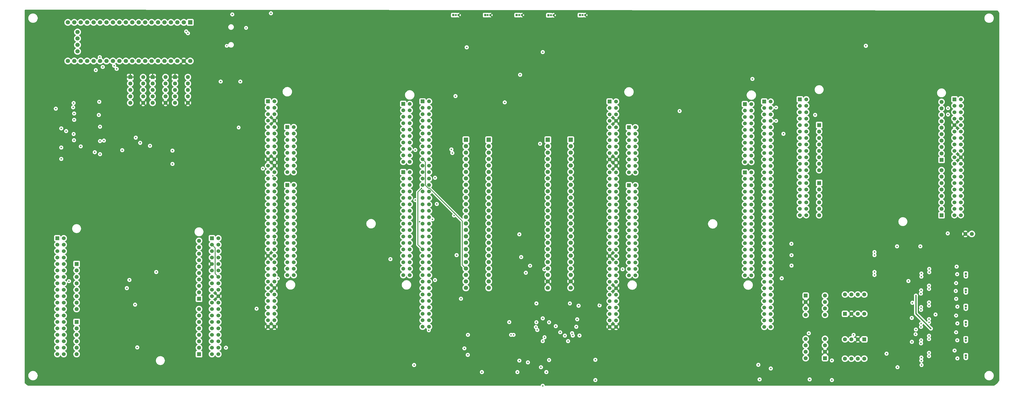
<source format=gbr>
%TF.GenerationSoftware,KiCad,Pcbnew,9.0.2+dfsg-1*%
%TF.CreationDate,2025-06-27T22:52:18-07:00*%
%TF.ProjectId,signalmesh,7369676e-616c-46d6-9573-682e6b696361,rev?*%
%TF.SameCoordinates,Original*%
%TF.FileFunction,Copper,L4,Bot*%
%TF.FilePolarity,Positive*%
%FSLAX46Y46*%
G04 Gerber Fmt 4.6, Leading zero omitted, Abs format (unit mm)*
G04 Created by KiCad (PCBNEW 9.0.2+dfsg-1) date 2025-06-27 22:52:18*
%MOMM*%
%LPD*%
G01*
G04 APERTURE LIST*
G04 Aperture macros list*
%AMRoundRect*
0 Rectangle with rounded corners*
0 $1 Rounding radius*
0 $2 $3 $4 $5 $6 $7 $8 $9 X,Y pos of 4 corners*
0 Add a 4 corners polygon primitive as box body*
4,1,4,$2,$3,$4,$5,$6,$7,$8,$9,$2,$3,0*
0 Add four circle primitives for the rounded corners*
1,1,$1+$1,$2,$3*
1,1,$1+$1,$4,$5*
1,1,$1+$1,$6,$7*
1,1,$1+$1,$8,$9*
0 Add four rect primitives between the rounded corners*
20,1,$1+$1,$2,$3,$4,$5,0*
20,1,$1+$1,$4,$5,$6,$7,0*
20,1,$1+$1,$6,$7,$8,$9,0*
20,1,$1+$1,$8,$9,$2,$3,0*%
G04 Aperture macros list end*
%TA.AperFunction,ComponentPad*%
%ADD10R,1.508000X1.508000*%
%TD*%
%TA.AperFunction,ComponentPad*%
%ADD11C,1.508000*%
%TD*%
%TA.AperFunction,ComponentPad*%
%ADD12R,1.605000X1.605000*%
%TD*%
%TA.AperFunction,ComponentPad*%
%ADD13C,1.605000*%
%TD*%
%TA.AperFunction,ComponentPad*%
%ADD14R,1.530000X1.530000*%
%TD*%
%TA.AperFunction,ComponentPad*%
%ADD15C,1.530000*%
%TD*%
%TA.AperFunction,ComponentPad*%
%ADD16R,1.700000X1.700000*%
%TD*%
%TA.AperFunction,ComponentPad*%
%ADD17C,1.700000*%
%TD*%
%TA.AperFunction,ComponentPad*%
%ADD18R,0.850000X0.850000*%
%TD*%
%TA.AperFunction,ComponentPad*%
%ADD19C,0.850000*%
%TD*%
%TA.AperFunction,ComponentPad*%
%ADD20R,1.600000X1.600000*%
%TD*%
%TA.AperFunction,ComponentPad*%
%ADD21C,1.600000*%
%TD*%
%TA.AperFunction,ComponentPad*%
%ADD22RoundRect,0.250000X0.550000X0.550000X-0.550000X0.550000X-0.550000X-0.550000X0.550000X-0.550000X0*%
%TD*%
%TA.AperFunction,ComponentPad*%
%ADD23RoundRect,0.250000X-0.550000X-0.550000X0.550000X-0.550000X0.550000X0.550000X-0.550000X0.550000X0*%
%TD*%
%TA.AperFunction,ComponentPad*%
%ADD24RoundRect,0.250000X-0.550000X0.550000X-0.550000X-0.550000X0.550000X-0.550000X0.550000X0.550000X0*%
%TD*%
%TA.AperFunction,ComponentPad*%
%ADD25RoundRect,0.250000X0.550000X-0.550000X0.550000X0.550000X-0.550000X0.550000X-0.550000X-0.550000X0*%
%TD*%
%TA.AperFunction,ViaPad*%
%ADD26C,0.600000*%
%TD*%
%TA.AperFunction,ViaPad*%
%ADD27C,0.500000*%
%TD*%
%TA.AperFunction,Conductor*%
%ADD28C,0.300000*%
%TD*%
%TA.AperFunction,Conductor*%
%ADD29C,0.500000*%
%TD*%
G04 APERTURE END LIST*
D10*
%TO.P,U17,CN7_1,D16/I2S_A_MCK*%
%TO.N,unconnected-(U17E-D16{slash}I2S_A_MCK-PadCN7_1)*%
X469720000Y-88896000D03*
D11*
%TO.P,U17,CN7_2,D15/I2C_A_SCL*%
%TO.N,unconnected-(U17E-D15{slash}I2C_A_SCL-PadCN7_2)*%
X472260000Y-88896000D03*
%TO.P,U17,CN7_3,D17/I2S_A_SD*%
%TO.N,unconnected-(U17E-D17{slash}I2S_A_SD-PadCN7_3)*%
X469720000Y-91436000D03*
%TO.P,U17,CN7_4,D14/I2C_A_SDA*%
%TO.N,unconnected-(U17E-D14{slash}I2C_A_SDA-PadCN7_4)*%
X472260000Y-91436000D03*
%TO.P,U17,CN7_5,D18/I2S_A_CK*%
%TO.N,unconnected-(U17E-D18{slash}I2S_A_CK-PadCN7_5)*%
X469720000Y-93976000D03*
%TO.P,U17,CN7_6,VREFP_CN7*%
%TO.N,unconnected-(U17E-VREFP_CN7-PadCN7_6)*%
X472260000Y-93976000D03*
%TO.P,U17,CN7_7,D19/I2S_A_WS*%
%TO.N,unconnected-(U17E-D19{slash}I2S_A_WS-PadCN7_7)*%
X469720000Y-96516000D03*
%TO.P,U17,CN7_8,GND_CN7*%
%TO.N,unconnected-(U17E-GND_CN7-PadCN7_8)*%
X472260000Y-96516000D03*
%TO.P,U17,CN7_9,D20/I2S_B_WS*%
%TO.N,unconnected-(U17E-D20{slash}I2S_B_WS-PadCN7_9)*%
X469720000Y-99056000D03*
%TO.P,U17,CN7_10,D13/SPI_A_SCK*%
%TO.N,unconnected-(U17E-D13{slash}SPI_A_SCK-PadCN7_10)*%
X472260000Y-99056000D03*
%TO.P,U17,CN7_11,D21/I2S_B_MCK*%
%TO.N,unconnected-(U17E-D21{slash}I2S_B_MCK-PadCN7_11)*%
X469720000Y-101596000D03*
%TO.P,U17,CN7_12,D12/SPI_A_MISO*%
%TO.N,unconnected-(U17E-D12{slash}SPI_A_MISO-PadCN7_12)*%
X472260000Y-101596000D03*
%TO.P,U17,CN7_13,D22/I2S_B_SD/SPI_B_MOSI*%
%TO.N,unconnected-(U17E-D22{slash}I2S_B_SD{slash}SPI_B_MOSI-PadCN7_13)*%
X469720000Y-104136000D03*
%TO.P,U17,CN7_14,D11/SPI_A_MOSI/TIM_E_PWM1*%
%TO.N,unconnected-(U17E-D11{slash}SPI_A_MOSI{slash}TIM_E_PWM1-PadCN7_14)*%
X472260000Y-104136000D03*
%TO.P,U17,CN7_15,D23/I2S_B_CK/SPI_B_SCK*%
%TO.N,unconnected-(U17E-D23{slash}I2S_B_CK{slash}SPI_B_SCK-PadCN7_15)*%
X469720000Y-106676000D03*
%TO.P,U17,CN7_16,D10/SPI_A_CS/TIM_B_PWM3*%
%TO.N,unconnected-(U17E-D10{slash}SPI_A_CS{slash}TIM_B_PWM3-PadCN7_16)*%
X472260000Y-106676000D03*
%TO.P,U17,CN7_17,D24/SPI_B_NSS*%
%TO.N,unconnected-(U17E-D24{slash}SPI_B_NSS-PadCN7_17)*%
X469720000Y-109216000D03*
%TO.P,U17,CN7_18,D9/TIMER_B_PWM2*%
%TO.N,unconnected-(U17E-D9{slash}TIMER_B_PWM2-PadCN7_18)*%
X472260000Y-109216000D03*
%TO.P,U17,CN7_19,D25/SPI_B_MISO*%
%TO.N,unconnected-(U17E-D25{slash}SPI_B_MISO-PadCN7_19)*%
X469720000Y-111756000D03*
%TO.P,U17,CN7_20,D8/IO*%
%TO.N,unconnected-(U17E-D8{slash}IO-PadCN7_20)*%
X472260000Y-111756000D03*
D10*
%TO.P,U17,CN8_1,NC_CN8*%
%TO.N,unconnected-(U17C-NC_CN8-PadCN8_1)*%
X424000000Y-98040000D03*
D11*
%TO.P,U17,CN8_2,D43/SDMMC_D0*%
%TO.N,unconnected-(U17C-D43{slash}SDMMC_D0-PadCN8_2)*%
X426540000Y-98040000D03*
%TO.P,U17,CN8_3,IOREF_CN8*%
%TO.N,unconnected-(U17C-IOREF_CN8-PadCN8_3)*%
X424000000Y-100580000D03*
%TO.P,U17,CN8_4,D44/SDMMC_D1/I2S_A_CKIN*%
%TO.N,unconnected-(U17C-D44{slash}SDMMC_D1{slash}I2S_A_CKIN-PadCN8_4)*%
X426540000Y-100580000D03*
%TO.P,U17,CN8_5,NRST_CN8*%
%TO.N,unconnected-(U17C-NRST_CN8-PadCN8_5)*%
X424000000Y-103120000D03*
%TO.P,U17,CN8_6,D45/SDMMC_D2*%
%TO.N,unconnected-(U17C-D45{slash}SDMMC_D2-PadCN8_6)*%
X426540000Y-103120000D03*
%TO.P,U17,CN8_7,3V3_CN8*%
%TO.N,unconnected-(U17C-3V3_CN8-PadCN8_7)*%
X424000000Y-105660000D03*
%TO.P,U17,CN8_8,D46/SDMMC_D3*%
%TO.N,unconnected-(U17C-D46{slash}SDMMC_D3-PadCN8_8)*%
X426540000Y-105660000D03*
%TO.P,U17,CN8_9,5V_CN8*%
%TO.N,unconnected-(U17C-5V_CN8-PadCN8_9)*%
X424000000Y-108200000D03*
%TO.P,U17,CN8_10,D47/SDMMC_CK*%
%TO.N,unconnected-(U17C-D47{slash}SDMMC_CK-PadCN8_10)*%
X426540000Y-108200000D03*
%TO.P,U17,CN8_11,GND_CN8*%
%TO.N,Net-(U17C-GND_CN8-PadCN8_11)*%
X424000000Y-110740000D03*
%TO.P,U17,CN8_12,D48/SDMMC_CMD*%
%TO.N,unconnected-(U17C-D48{slash}SDMMC_CMD-PadCN8_12)*%
X426540000Y-110740000D03*
%TO.P,U17,CN8_13,GND_CN8*%
%TO.N,Net-(U17C-GND_CN8-PadCN8_11)*%
X424000000Y-113280000D03*
%TO.P,U17,CN8_14,D49/IO*%
%TO.N,unconnected-(U17C-D49{slash}IO-PadCN8_14)*%
X426540000Y-113280000D03*
%TO.P,U17,CN8_15,VIN_CN8*%
%TO.N,unconnected-(U17C-VIN_CN8-PadCN8_15)*%
X424000000Y-115820000D03*
%TO.P,U17,CN8_16,D50/IO*%
%TO.N,unconnected-(U17C-D50{slash}IO-PadCN8_16)*%
X426540000Y-115820000D03*
D10*
%TO.P,U17,CN9_1,A0/ADC12_INP15*%
%TO.N,unconnected-(U17D-A0{slash}ADC12_INP15-PadCN9_1)*%
X424000000Y-120900000D03*
D11*
%TO.P,U17,CN9_2,D51/USART_B_SCLK*%
%TO.N,unconnected-(U17D-D51{slash}USART_B_SCLK-PadCN9_2)*%
X426540000Y-120900000D03*
%TO.P,U17,CN9_3,A1/ADC123_INP10*%
%TO.N,unconnected-(U17D-A1{slash}ADC123_INP10-PadCN9_3)*%
X424000000Y-123440000D03*
%TO.P,U17,CN9_4,D52/USART_B_RX*%
%TO.N,unconnected-(U17D-D52{slash}USART_B_RX-PadCN9_4)*%
X426540000Y-123440000D03*
%TO.P,U17,CN9_5,A2/ADC12_INP13*%
%TO.N,unconnected-(U17D-A2{slash}ADC12_INP13-PadCN9_5)*%
X424000000Y-125980000D03*
%TO.P,U17,CN9_6,D53/USART_B_TX*%
%TO.N,unconnected-(U17D-D53{slash}USART_B_TX-PadCN9_6)*%
X426540000Y-125980000D03*
%TO.P,U17,CN9_7,A3/ADC12_INP5*%
%TO.N,unconnected-(U17D-A3{slash}ADC12_INP5-PadCN9_7)*%
X424000000Y-128520000D03*
%TO.P,U17,CN9_8,D54/USART_B_RTS*%
%TO.N,unconnected-(U17D-D54{slash}USART_B_RTS-PadCN9_8)*%
X426540000Y-128520000D03*
%TO.P,U17,CN9_9,A4/ADC123_INP12/I2C1_SDA*%
%TO.N,unconnected-(U17D-A4{slash}ADC123_INP12{slash}I2C1_SDA-PadCN9_9)*%
X424000000Y-131060000D03*
%TO.P,U17,CN9_10,D55/USART_B_CTS*%
%TO.N,unconnected-(U17D-D55{slash}USART_B_CTS-PadCN9_10)*%
X426540000Y-131060000D03*
%TO.P,U17,CN9_11,A5/ADC3_INP6/I2C1_SCL*%
%TO.N,unconnected-(U17D-A5{slash}ADC3_INP6{slash}I2C1_SCL-PadCN9_11)*%
X424000000Y-133600000D03*
%TO.P,U17,CN9_12,GND_CN9*%
%TO.N,Net-(U17D-GND_CN9-PadCN9_12)*%
X426540000Y-133600000D03*
%TO.P,U17,CN9_13,D72/COMP1_INP*%
%TO.N,unconnected-(U17D-D72{slash}COMP1_INP-PadCN9_13)*%
X424000000Y-136140000D03*
%TO.P,U17,CN9_14,D56/SAI_A_MCLK*%
%TO.N,unconnected-(U17D-D56{slash}SAI_A_MCLK-PadCN9_14)*%
X426540000Y-136140000D03*
%TO.P,U17,CN9_15,D71/COMP2_INP*%
%TO.N,unconnected-(U17D-D71{slash}COMP2_INP-PadCN9_15)*%
X424000000Y-138680000D03*
%TO.P,U17,CN9_16,D57/SAI_A_FS*%
%TO.N,unconnected-(U17D-D57{slash}SAI_A_FS-PadCN9_16)*%
X426540000Y-138680000D03*
%TO.P,U17,CN9_17,D70/I2C_B_SMBA*%
%TO.N,unconnected-(U17D-D70{slash}I2C_B_SMBA-PadCN9_17)*%
X424000000Y-141220000D03*
%TO.P,U17,CN9_18,D58/SAI_A_SCK*%
%TO.N,unconnected-(U17D-D58{slash}SAI_A_SCK-PadCN9_18)*%
X426540000Y-141220000D03*
%TO.P,U17,CN9_19,D69/I2C_B_SCL*%
%TO.N,unconnected-(U17D-D69{slash}I2C_B_SCL-PadCN9_19)*%
X424000000Y-143760000D03*
%TO.P,U17,CN9_20,D59/SAI_A_SD*%
%TO.N,unconnected-(U17D-D59{slash}SAI_A_SD-PadCN9_20)*%
X426540000Y-143760000D03*
%TO.P,U17,CN9_21,D68/I2C_B_SDA*%
%TO.N,unconnected-(U17D-D68{slash}I2C_B_SDA-PadCN9_21)*%
X424000000Y-146300000D03*
%TO.P,U17,CN9_22,D60/SAI_B_SD*%
%TO.N,unconnected-(U17D-D60{slash}SAI_B_SD-PadCN9_22)*%
X426540000Y-146300000D03*
%TO.P,U17,CN9_23,GND_CN9*%
%TO.N,Net-(U17D-GND_CN9-PadCN9_12)*%
X424000000Y-148840000D03*
%TO.P,U17,CN9_24,D61/SAI_B_SCK*%
%TO.N,unconnected-(U17D-D61{slash}SAI_B_SCK-PadCN9_24)*%
X426540000Y-148840000D03*
%TO.P,U17,CN9_25,D67/CAN_RX*%
%TO.N,unconnected-(U17D-D67{slash}CAN_RX-PadCN9_25)*%
X424000000Y-151380000D03*
%TO.P,U17,CN9_26,D62/SAI_B_MCLK*%
%TO.N,unconnected-(U17D-D62{slash}SAI_B_MCLK-PadCN9_26)*%
X426540000Y-151380000D03*
%TO.P,U17,CN9_27,D66/CAN_TX*%
%TO.N,unconnected-(U17D-D66{slash}CAN_TX-PadCN9_27)*%
X424000000Y-153920000D03*
%TO.P,U17,CN9_28,D63/SAI_B_FS*%
%TO.N,unconnected-(U17D-D63{slash}SAI_B_FS-PadCN9_28)*%
X426540000Y-153920000D03*
%TO.P,U17,CN9_29,D65/IO*%
%TO.N,unconnected-(U17D-D65{slash}IO-PadCN9_29)*%
X424000000Y-156460000D03*
%TO.P,U17,CN9_30,D64/IO*%
%TO.N,unconnected-(U17D-D64{slash}IO-PadCN9_30)*%
X426540000Y-156460000D03*
D10*
%TO.P,U17,CN10_1,AVDD*%
%TO.N,unconnected-(U17F-AVDD-PadCN10_1)*%
X469720000Y-115820000D03*
D11*
%TO.P,U17,CN10_2,D7/IO*%
%TO.N,unconnected-(U17F-D7{slash}IO-PadCN10_2)*%
X472260000Y-115820000D03*
%TO.P,U17,CN10_3,AGND_CN10*%
%TO.N,unconnected-(U17F-AGND_CN10-PadCN10_3)*%
X469720000Y-118360000D03*
%TO.P,U17,CN10_4,D6/TIMER_A_PWM1*%
%TO.N,unconnected-(U17F-D6{slash}TIMER_A_PWM1-PadCN10_4)*%
X472260000Y-118360000D03*
%TO.P,U17,CN10_5,GND_CN10*%
%TO.N,Net-(U17F-GND_CN10-PadCN10_17)*%
X469720000Y-120900000D03*
%TO.P,U17,CN10_6,D5/TIMER_A_PWM2*%
%TO.N,unconnected-(U17F-D5{slash}TIMER_A_PWM2-PadCN10_6)*%
X472260000Y-120900000D03*
%TO.P,U17,CN10_7,A6/ADC_A_IN*%
%TO.N,unconnected-(U17F-A6{slash}ADC_A_IN-PadCN10_7)*%
X469720000Y-123440000D03*
%TO.P,U17,CN10_8,D4/IO*%
%TO.N,unconnected-(U17F-D4{slash}IO-PadCN10_8)*%
X472260000Y-123440000D03*
%TO.P,U17,CN10_9,A7/ADC_B_IN*%
%TO.N,unconnected-(U17F-A7{slash}ADC_B_IN-PadCN10_9)*%
X469720000Y-125980000D03*
%TO.P,U17,CN10_10,D3/TIMER_A_PWM3*%
%TO.N,unconnected-(U17F-D3{slash}TIMER_A_PWM3-PadCN10_10)*%
X472260000Y-125980000D03*
%TO.P,U17,CN10_11,A8/ADC_C_IN*%
%TO.N,unconnected-(U17F-A8{slash}ADC_C_IN-PadCN10_11)*%
X469720000Y-128520000D03*
%TO.P,U17,CN10_12,D2/IO*%
%TO.N,unconnected-(U17F-D2{slash}IO-PadCN10_12)*%
X472260000Y-128520000D03*
%TO.P,U17,CN10_13,D26/QSPI_CS*%
%TO.N,unconnected-(U17F-D26{slash}QSPI_CS-PadCN10_13)*%
X469720000Y-131060000D03*
%TO.P,U17,CN10_14,D1/USART_A_TX*%
%TO.N,unconnected-(U17F-D1{slash}USART_A_TX-PadCN10_14)*%
X472260000Y-131060000D03*
%TO.P,U17,CN10_15,D27/QSPI_CLK*%
%TO.N,unconnected-(U17F-D27{slash}QSPI_CLK-PadCN10_15)*%
X469720000Y-133600000D03*
%TO.P,U17,CN10_16,D0/USART_A_RX*%
%TO.N,unconnected-(U17F-D0{slash}USART_A_RX-PadCN10_16)*%
X472260000Y-133600000D03*
%TO.P,U17,CN10_17,GND_CN10*%
%TO.N,Net-(U17F-GND_CN10-PadCN10_17)*%
X469720000Y-136140000D03*
%TO.P,U17,CN10_18,D42/TIMER_A_PWM1N*%
%TO.N,unconnected-(U17F-D42{slash}TIMER_A_PWM1N-PadCN10_18)*%
X472260000Y-136140000D03*
%TO.P,U17,CN10_19,D28/QSPI_BK1_IO3*%
%TO.N,unconnected-(U17F-D28{slash}QSPI_BK1_IO3-PadCN10_19)*%
X469720000Y-138680000D03*
%TO.P,U17,CN10_20,D41/TIMER_A_ETR*%
%TO.N,unconnected-(U17F-D41{slash}TIMER_A_ETR-PadCN10_20)*%
X472260000Y-138680000D03*
%TO.P,U17,CN10_21,D29/QSPI_BK1_IO1*%
%TO.N,unconnected-(U17F-D29{slash}QSPI_BK1_IO1-PadCN10_21)*%
X469720000Y-141220000D03*
%TO.P,U17,CN10_22,GND_CN10*%
%TO.N,Net-(U17F-GND_CN10-PadCN10_17)*%
X472260000Y-141220000D03*
%TO.P,U17,CN10_23,D30/QSPI_BK1_IO0*%
%TO.N,unconnected-(U17F-D30{slash}QSPI_BK1_IO0-PadCN10_23)*%
X469720000Y-143760000D03*
%TO.P,U17,CN10_24,D40/TIMER_A_PWM2N*%
%TO.N,unconnected-(U17F-D40{slash}TIMER_A_PWM2N-PadCN10_24)*%
X472260000Y-143760000D03*
%TO.P,U17,CN10_25,D31/QSPI_BK1_IO2*%
%TO.N,unconnected-(U17F-D31{slash}QSPI_BK1_IO2-PadCN10_25)*%
X469720000Y-146300000D03*
%TO.P,U17,CN10_26,D39/TIMER_A_PWM3N*%
%TO.N,unconnected-(U17F-D39{slash}TIMER_A_PWM3N-PadCN10_26)*%
X472260000Y-146300000D03*
%TO.P,U17,CN10_27,GND_CN10*%
%TO.N,Net-(U17F-GND_CN10-PadCN10_17)*%
X469720000Y-148840000D03*
%TO.P,U17,CN10_28,D38/TIMER_A_BKIN2*%
%TO.N,unconnected-(U17F-D38{slash}TIMER_A_BKIN2-PadCN10_28)*%
X472260000Y-148840000D03*
%TO.P,U17,CN10_29,D32/TIMER_C_PWM1*%
%TO.N,unconnected-(U17F-D32{slash}TIMER_C_PWM1-PadCN10_29)*%
X469720000Y-151380000D03*
%TO.P,U17,CN10_30,D37/TIMER_A_BKIN1*%
%TO.N,unconnected-(U17F-D37{slash}TIMER_A_BKIN1-PadCN10_30)*%
X472260000Y-151380000D03*
%TO.P,U17,CN10_31,D33/TIMER_D_PWM1*%
%TO.N,unconnected-(U17F-D33{slash}TIMER_D_PWM1-PadCN10_31)*%
X469720000Y-153920000D03*
%TO.P,U17,CN10_32,D36/TIMER_C_PWM2*%
%TO.N,unconnected-(U17F-D36{slash}TIMER_C_PWM2-PadCN10_32)*%
X472260000Y-153920000D03*
%TO.P,U17,CN10_33,D34/TIMER_B_ETR*%
%TO.N,unconnected-(U17F-D34{slash}TIMER_B_ETR-PadCN10_33)*%
X469720000Y-156460000D03*
%TO.P,U17,CN10_34,D35/TIMER_C_PWM3*%
%TO.N,unconnected-(U17F-D35{slash}TIMER_C_PWM3-PadCN10_34)*%
X472260000Y-156460000D03*
D10*
%TO.P,U17,CN11_1,PC10*%
%TO.N,unconnected-(U17A-PC10-PadCN11_1)*%
X416380000Y-87880000D03*
D11*
%TO.P,U17,CN11_2,PC11*%
%TO.N,unconnected-(U17A-PC11-PadCN11_2)*%
X418920000Y-87880000D03*
%TO.P,U17,CN11_3,PC12*%
%TO.N,DSM_DBG_TX*%
X416380000Y-90420000D03*
%TO.P,U17,CN11_4,PD2*%
%TO.N,DSM_DBG_RX*%
X418920000Y-90420000D03*
%TO.P,U17,CN11_5,3V3_VDD*%
%TO.N,unconnected-(U17A-3V3_VDD-PadCN11_5)*%
X416380000Y-92960000D03*
%TO.P,U17,CN11_6,5V_EXT*%
%TO.N,unconnected-(U17A-5V_EXT-PadCN11_6)*%
X418920000Y-92960000D03*
%TO.P,U17,CN11_7,BOOT0*%
%TO.N,unconnected-(U17A-BOOT0-PadCN11_7)*%
X416380000Y-95500000D03*
%TO.P,U17,CN11_8,GND_CN11*%
%TO.N,GND*%
X418920000Y-95500000D03*
%TO.P,U17,CN11_9,PF6*%
%TO.N,unconnected-(U17A-PF6-PadCN11_9)*%
X416380000Y-98040000D03*
%TO.P,U17,CN11_10,NC*%
%TO.N,unconnected-(U17A-NC-PadCN11_10)*%
X418920000Y-98040000D03*
%TO.P,U17,CN11_11,PF7*%
%TO.N,unconnected-(U17A-PF7-PadCN11_11)*%
X416380000Y-100580000D03*
%TO.P,U17,CN11_12,IOREF*%
%TO.N,unconnected-(U17A-IOREF-PadCN11_12)*%
X418920000Y-100580000D03*
%TO.P,U17,CN11_13,PA13*%
%TO.N,unconnected-(U17A-PA13-PadCN11_13)*%
X416380000Y-103120000D03*
%TO.P,U17,CN11_14,NRST*%
%TO.N,unconnected-(U17A-NRST-PadCN11_14)*%
X418920000Y-103120000D03*
%TO.P,U17,CN11_15,PA14*%
%TO.N,unconnected-(U17A-PA14-PadCN11_15)*%
X416380000Y-105660000D03*
%TO.P,U17,CN11_16,3V3*%
%TO.N,unconnected-(U17A-3V3-PadCN11_16)*%
X418920000Y-105660000D03*
%TO.P,U17,CN11_17,PA15*%
%TO.N,unconnected-(U17A-PA15-PadCN11_17)*%
X416380000Y-108200000D03*
%TO.P,U17,CN11_18,5V*%
%TO.N,5V_AAM*%
X418920000Y-108200000D03*
%TO.P,U17,CN11_19,GND_CN11*%
%TO.N,GND*%
X416380000Y-110740000D03*
%TO.P,U17,CN11_20,GND_CN11*%
X418920000Y-110740000D03*
%TO.P,U17,CN11_21,PB7*%
%TO.N,unconnected-(U17A-PB7-PadCN11_21)*%
X416380000Y-113280000D03*
%TO.P,U17,CN11_22,GND_CN11*%
%TO.N,GND*%
X418920000Y-113280000D03*
%TO.P,U17,CN11_23,PC13*%
%TO.N,unconnected-(U17A-PC13-PadCN11_23)*%
X416380000Y-115820000D03*
%TO.P,U17,CN11_24,VIN*%
%TO.N,unconnected-(U17A-VIN-PadCN11_24)*%
X418920000Y-115820000D03*
%TO.P,U17,CN11_25,PC14*%
%TO.N,unconnected-(U17A-PC14-PadCN11_25)*%
X416380000Y-118360000D03*
%TO.P,U17,CN11_26,NC*%
%TO.N,unconnected-(U17A-NC-PadCN11_26)*%
X418920000Y-118360000D03*
%TO.P,U17,CN11_27,PC15*%
%TO.N,unconnected-(U17A-PC15-PadCN11_27)*%
X416380000Y-120900000D03*
%TO.P,U17,CN11_28,PA0*%
%TO.N,unconnected-(U17A-PA0-PadCN11_28)*%
X418920000Y-120900000D03*
%TO.P,U17,CN11_29,PH0*%
%TO.N,unconnected-(U17A-PH0-PadCN11_29)*%
X416380000Y-123440000D03*
%TO.P,U17,CN11_30,PA1*%
%TO.N,unconnected-(U17A-PA1-PadCN11_30)*%
X418920000Y-123440000D03*
%TO.P,U17,CN11_31,PH1*%
%TO.N,unconnected-(U17A-PH1-PadCN11_31)*%
X416380000Y-125980000D03*
%TO.P,U17,CN11_32,PA4*%
%TO.N,AAM_DAC_R*%
X418920000Y-125980000D03*
%TO.P,U17,CN11_33,VBAT*%
%TO.N,unconnected-(U17A-VBAT-PadCN11_33)*%
X416380000Y-128520000D03*
%TO.P,U17,CN11_34,PB0*%
%TO.N,unconnected-(U17A-PB0-PadCN11_34)*%
X418920000Y-128520000D03*
%TO.P,U17,CN11_35,PC2*%
%TO.N,unconnected-(U17A-PC2-PadCN11_35)*%
X416380000Y-131060000D03*
%TO.P,U17,CN11_36,PC1*%
%TO.N,unconnected-(U17A-PC1-PadCN11_36)*%
X418920000Y-131060000D03*
%TO.P,U17,CN11_37,PC3*%
%TO.N,unconnected-(U17A-PC3-PadCN11_37)*%
X416380000Y-133600000D03*
%TO.P,U17,CN11_38,PC0*%
%TO.N,unconnected-(U17A-PC0-PadCN11_38)*%
X418920000Y-133600000D03*
%TO.P,U17,CN11_39,PD4*%
%TO.N,unconnected-(U17A-PD4-PadCN11_39)*%
X416380000Y-136140000D03*
%TO.P,U17,CN11_40,PD3*%
%TO.N,unconnected-(U17A-PD3-PadCN11_40)*%
X418920000Y-136140000D03*
%TO.P,U17,CN11_41,PD5*%
%TO.N,unconnected-(U17A-PD5-PadCN11_41)*%
X416380000Y-138680000D03*
%TO.P,U17,CN11_42,PG2*%
%TO.N,unconnected-(U17A-PG2-PadCN11_42)*%
X418920000Y-138680000D03*
%TO.P,U17,CN11_43,PD6*%
%TO.N,unconnected-(U17A-PD6-PadCN11_43)*%
X416380000Y-141220000D03*
%TO.P,U17,CN11_44,PG3*%
%TO.N,unconnected-(U17A-PG3-PadCN11_44)*%
X418920000Y-141220000D03*
%TO.P,U17,CN11_45,PD7*%
%TO.N,unconnected-(U17A-PD7-PadCN11_45)*%
X416380000Y-143760000D03*
%TO.P,U17,CN11_46,PE2*%
%TO.N,unconnected-(U17A-PE2-PadCN11_46)*%
X418920000Y-143760000D03*
%TO.P,U17,CN11_47,PE3*%
%TO.N,AAM_INTRPT_TX*%
X416380000Y-146300000D03*
%TO.P,U17,CN11_48,PE4*%
%TO.N,unconnected-(U17A-PE4-PadCN11_48)*%
X418920000Y-146300000D03*
%TO.P,U17,CN11_49,GND_CN11*%
%TO.N,GND*%
X416380000Y-148840000D03*
%TO.P,U17,CN11_50,PE5*%
%TO.N,unconnected-(U17A-PE5-PadCN11_50)*%
X418920000Y-148840000D03*
%TO.P,U17,CN11_51,PF1*%
%TO.N,unconnected-(U17A-PF1-PadCN11_51)*%
X416380000Y-151380000D03*
%TO.P,U17,CN11_52,PF2*%
%TO.N,unconnected-(U17A-PF2-PadCN11_52)*%
X418920000Y-151380000D03*
%TO.P,U17,CN11_53,PF0*%
%TO.N,unconnected-(U17A-PF0-PadCN11_53)*%
X416380000Y-153920000D03*
%TO.P,U17,CN11_54,PF8*%
%TO.N,unconnected-(U17A-PF8-PadCN11_54)*%
X418920000Y-153920000D03*
%TO.P,U17,CN11_55,PD1*%
%TO.N,unconnected-(U17A-PD1-PadCN11_55)*%
X416380000Y-156460000D03*
%TO.P,U17,CN11_56,PF9*%
%TO.N,unconnected-(U17A-PF9-PadCN11_56)*%
X418920000Y-156460000D03*
%TO.P,U17,CN11_57,PD0*%
%TO.N,unconnected-(U17A-PD0-PadCN11_57)*%
X416380000Y-159000000D03*
%TO.P,U17,CN11_58,PG1*%
%TO.N,unconnected-(U17A-PG1-PadCN11_58)*%
X418920000Y-159000000D03*
%TO.P,U17,CN11_59,PG0*%
%TO.N,unconnected-(U17A-PG0-PadCN11_59)*%
X416380000Y-161540000D03*
%TO.P,U17,CN11_60,GND_CN11*%
%TO.N,GND*%
X418920000Y-161540000D03*
%TO.P,U17,CN11_61,PE1*%
%TO.N,unconnected-(U17A-PE1-PadCN11_61)*%
X416380000Y-164080000D03*
%TO.P,U17,CN11_62,PE6*%
%TO.N,AAM_INTRPT_RX*%
X418920000Y-164080000D03*
%TO.P,U17,CN11_63,PG9*%
%TO.N,unconnected-(U17A-PG9-PadCN11_63)*%
X416380000Y-166620000D03*
%TO.P,U17,CN11_64,PG15*%
%TO.N,unconnected-(U17A-PG15-PadCN11_64)*%
X418920000Y-166620000D03*
%TO.P,U17,CN11_65,PG12*%
%TO.N,unconnected-(U17A-PG12-PadCN11_65)*%
X416380000Y-169160000D03*
%TO.P,U17,CN11_66,PG10*%
%TO.N,unconnected-(U17A-PG10-PadCN11_66)*%
X418920000Y-169160000D03*
%TO.P,U17,CN11_67,NC*%
%TO.N,unconnected-(U17A-NC-PadCN11_67)*%
X416380000Y-171700000D03*
%TO.P,U17,CN11_68,PG13*%
%TO.N,unconnected-(U17A-PG13-PadCN11_68)*%
X418920000Y-171700000D03*
%TO.P,U17,CN11_69,PD9*%
%TO.N,unconnected-(U17A-PD9-PadCN11_69)*%
X416380000Y-174240000D03*
%TO.P,U17,CN11_70,PG11*%
%TO.N,unconnected-(U17A-PG11-PadCN11_70)*%
X418920000Y-174240000D03*
%TO.P,U17,CN11_71,GND_CN11*%
%TO.N,GND*%
X416380000Y-176780000D03*
%TO.P,U17,CN11_72,GND_CN11*%
X418920000Y-176780000D03*
D10*
%TO.P,U17,CN12_1,PC9*%
%TO.N,unconnected-(U17B-PC9-PadCN12_1)*%
X477340000Y-87900000D03*
D11*
%TO.P,U17,CN12_2,PC8*%
%TO.N,unconnected-(U17B-PC8-PadCN12_2)*%
X479880000Y-87900000D03*
%TO.P,U17,CN12_3,PB8*%
%TO.N,DSM_CAN_RD*%
X477340000Y-90440000D03*
%TO.P,U17,CN12_4,PC6*%
%TO.N,DSM_LED_OK*%
X479880000Y-90440000D03*
%TO.P,U17,CN12_5,PB9*%
%TO.N,DSM_CAN_TD*%
X477340000Y-92980000D03*
%TO.P,U17,CN12_6,PC5*%
%TO.N,DSM_LED_WARN*%
X479880000Y-92980000D03*
%TO.P,U17,CN12_7,VREFP*%
%TO.N,unconnected-(U17B-VREFP-PadCN12_7)*%
X477340000Y-95520000D03*
%TO.P,U17,CN12_8,5V_USB_STLK*%
%TO.N,unconnected-(U17B-5V_USB_STLK-PadCN12_8)*%
X479880000Y-95520000D03*
%TO.P,U17,CN12_9,GND_CN12*%
%TO.N,Net-(U17B-GND_CN12-PadCN12_20)*%
X477340000Y-98060000D03*
%TO.P,U17,CN12_10,PD8*%
%TO.N,unconnected-(U17B-PD8-PadCN12_10)*%
X479880000Y-98060000D03*
%TO.P,U17,CN12_11,PA5*%
%TO.N,AAM_DAC_L*%
X477340000Y-100600000D03*
%TO.P,U17,CN12_12,PA12*%
%TO.N,unconnected-(U17B-PA12-PadCN12_12)*%
X479880000Y-100600000D03*
%TO.P,U17,CN12_13,PA6*%
%TO.N,unconnected-(U17B-PA6-PadCN12_13)*%
X477340000Y-103140000D03*
%TO.P,U17,CN12_14,PA11*%
%TO.N,unconnected-(U17B-PA11-PadCN12_14)*%
X479880000Y-103140000D03*
%TO.P,U17,CN12_15,PA7*%
%TO.N,unconnected-(U17B-PA7-PadCN12_15)*%
X477340000Y-105680000D03*
%TO.P,U17,CN12_16,PB12*%
%TO.N,unconnected-(U17B-PB12-PadCN12_16)*%
X479880000Y-105680000D03*
%TO.P,U17,CN12_17,PB6*%
%TO.N,unconnected-(U17B-PB6-PadCN12_17)*%
X477340000Y-108220000D03*
%TO.P,U17,CN12_18,PB11*%
%TO.N,unconnected-(U17B-PB11-PadCN12_18)*%
X479880000Y-108220000D03*
%TO.P,U17,CN12_19,PC7*%
%TO.N,unconnected-(U17B-PC7-PadCN12_19)*%
X477340000Y-110760000D03*
%TO.P,U17,CN12_20,GND_CN12*%
%TO.N,Net-(U17B-GND_CN12-PadCN12_20)*%
X479880000Y-110760000D03*
%TO.P,U17,CN12_21,PA9*%
%TO.N,unconnected-(U17B-PA9-PadCN12_21)*%
X477340000Y-113300000D03*
%TO.P,U17,CN12_22,PB2*%
%TO.N,unconnected-(U17B-PB2-PadCN12_22)*%
X479880000Y-113300000D03*
%TO.P,U17,CN12_23,PA8*%
%TO.N,unconnected-(U17B-PA8-PadCN12_23)*%
X477340000Y-115840000D03*
%TO.P,U17,CN12_24,PB1*%
%TO.N,unconnected-(U17B-PB1-PadCN12_24)*%
X479880000Y-115840000D03*
%TO.P,U17,CN12_25,PB10*%
%TO.N,unconnected-(U17B-PB10-PadCN12_25)*%
X477340000Y-118380000D03*
%TO.P,U17,CN12_26,PB15*%
%TO.N,unconnected-(U17B-PB15-PadCN12_26)*%
X479880000Y-118380000D03*
%TO.P,U17,CN12_27,PB4*%
%TO.N,unconnected-(U17B-PB4-PadCN12_27)*%
X477340000Y-120920000D03*
%TO.P,U17,CN12_28,PB14*%
%TO.N,unconnected-(U17B-PB14-PadCN12_28)*%
X479880000Y-120920000D03*
%TO.P,U17,CN12_29,PB5*%
%TO.N,unconnected-(U17B-PB5-PadCN12_29)*%
X477340000Y-123460000D03*
%TO.P,U17,CN12_30,PB13*%
%TO.N,unconnected-(U17B-PB13-PadCN12_30)*%
X479880000Y-123460000D03*
%TO.P,U17,CN12_31,PB3*%
%TO.N,unconnected-(U17B-PB3-PadCN12_31)*%
X477340000Y-126000000D03*
%TO.P,U17,CN12_32,AGND_CN12*%
%TO.N,unconnected-(U17B-AGND_CN12-PadCN12_32)*%
X479880000Y-126000000D03*
%TO.P,U17,CN12_33,PA10*%
%TO.N,unconnected-(U17B-PA10-PadCN12_33)*%
X477340000Y-128540000D03*
%TO.P,U17,CN12_34,PC4*%
%TO.N,DSM_LED_FAIL*%
X479880000Y-128540000D03*
%TO.P,U17,CN12_35,PA2*%
%TO.N,unconnected-(U17B-PA2-PadCN12_35)*%
X477340000Y-131080000D03*
%TO.P,U17,CN12_36,PF5*%
%TO.N,unconnected-(U17B-PF5-PadCN12_36)*%
X479880000Y-131080000D03*
%TO.P,U17,CN12_37,PA3*%
%TO.N,unconnected-(U17B-PA3-PadCN12_37)*%
X477340000Y-133620000D03*
%TO.P,U17,CN12_38,PF4*%
%TO.N,unconnected-(U17B-PF4-PadCN12_38)*%
X479880000Y-133620000D03*
%TO.P,U17,CN12_39,GND_CN12*%
%TO.N,Net-(U17B-GND_CN12-PadCN12_20)*%
X477340000Y-136160000D03*
%TO.P,U17,CN12_40,PE8*%
%TO.N,unconnected-(U17B-PE8-PadCN12_40)*%
X479880000Y-136160000D03*
%TO.P,U17,CN12_41,PD13*%
%TO.N,unconnected-(U17B-PD13-PadCN12_41)*%
X477340000Y-138700000D03*
%TO.P,U17,CN12_42,PF10*%
%TO.N,unconnected-(U17B-PF10-PadCN12_42)*%
X479880000Y-138700000D03*
%TO.P,U17,CN12_43,PD12*%
%TO.N,unconnected-(U17B-PD12-PadCN12_43)*%
X477340000Y-141240000D03*
%TO.P,U17,CN12_44,PE7*%
%TO.N,unconnected-(U17B-PE7-PadCN12_44)*%
X479880000Y-141240000D03*
%TO.P,U17,CN12_45,PD11*%
%TO.N,unconnected-(U17B-PD11-PadCN12_45)*%
X477340000Y-143780000D03*
%TO.P,U17,CN12_46,PD14*%
%TO.N,unconnected-(U17B-PD14-PadCN12_46)*%
X479880000Y-143780000D03*
%TO.P,U17,CN12_47,PE10*%
%TO.N,unconnected-(U17B-PE10-PadCN12_47)*%
X477340000Y-146320000D03*
%TO.P,U17,CN12_48,PD15*%
%TO.N,unconnected-(U17B-PD15-PadCN12_48)*%
X479880000Y-146320000D03*
%TO.P,U17,CN12_49,PE12*%
%TO.N,unconnected-(U17B-PE12-PadCN12_49)*%
X477340000Y-148860000D03*
%TO.P,U17,CN12_50,PF14*%
%TO.N,unconnected-(U17B-PF14-PadCN12_50)*%
X479880000Y-148860000D03*
%TO.P,U17,CN12_51,PE14*%
%TO.N,unconnected-(U17B-PE14-PadCN12_51)*%
X477340000Y-151400000D03*
%TO.P,U17,CN12_52,PE9*%
%TO.N,unconnected-(U17B-PE9-PadCN12_52)*%
X479880000Y-151400000D03*
%TO.P,U17,CN12_53,PE15*%
%TO.N,unconnected-(U17B-PE15-PadCN12_53)*%
X477340000Y-153940000D03*
%TO.P,U17,CN12_54,GND_CN12*%
%TO.N,Net-(U17B-GND_CN12-PadCN12_20)*%
X479880000Y-153940000D03*
%TO.P,U17,CN12_55,PE13*%
%TO.N,unconnected-(U17B-PE13-PadCN12_55)*%
X477340000Y-156480000D03*
%TO.P,U17,CN12_56,PE11*%
%TO.N,unconnected-(U17B-PE11-PadCN12_56)*%
X479880000Y-156480000D03*
%TO.P,U17,CN12_57,PF13*%
%TO.N,unconnected-(U17B-PF13-PadCN12_57)*%
X477340000Y-159020000D03*
%TO.P,U17,CN12_58,PF3*%
%TO.N,unconnected-(U17B-PF3-PadCN12_58)*%
X479880000Y-159020000D03*
%TO.P,U17,CN12_59,PF12*%
%TO.N,unconnected-(U17B-PF12-PadCN12_59)*%
X477340000Y-161560000D03*
%TO.P,U17,CN12_60,PF15*%
%TO.N,unconnected-(U17B-PF15-PadCN12_60)*%
X479880000Y-161560000D03*
%TO.P,U17,CN12_61,PG14*%
%TO.N,unconnected-(U17B-PG14-PadCN12_61)*%
X477340000Y-164100000D03*
%TO.P,U17,CN12_62,PF11*%
%TO.N,unconnected-(U17B-PF11-PadCN12_62)*%
X479880000Y-164100000D03*
%TO.P,U17,CN12_63,GND_CN12*%
%TO.N,Net-(U17B-GND_CN12-PadCN12_20)*%
X477340000Y-166640000D03*
%TO.P,U17,CN12_64,PE0*%
%TO.N,unconnected-(U17B-PE0-PadCN12_64)*%
X479880000Y-166640000D03*
%TO.P,U17,CN12_65,PD10*%
%TO.N,unconnected-(U17B-PD10-PadCN12_65)*%
X477340000Y-169180000D03*
%TO.P,U17,CN12_66,PG8*%
%TO.N,unconnected-(U17B-PG8-PadCN12_66)*%
X479880000Y-169180000D03*
%TO.P,U17,CN12_67,PG7*%
%TO.N,unconnected-(U17B-PG7-PadCN12_67)*%
X477340000Y-171720000D03*
%TO.P,U17,CN12_68,PG5*%
%TO.N,unconnected-(U17B-PG5-PadCN12_68)*%
X479880000Y-171720000D03*
%TO.P,U17,CN12_69,PG4*%
%TO.N,unconnected-(U17B-PG4-PadCN12_69)*%
X477340000Y-174260000D03*
%TO.P,U17,CN12_70,PG6*%
%TO.N,unconnected-(U17B-PG6-PadCN12_70)*%
X479880000Y-174260000D03*
%TO.P,U17,CN12_71,GND_CN12*%
%TO.N,Net-(U17B-GND_CN12-PadCN12_20)*%
X477340000Y-176800000D03*
%TO.P,U17,CN12_72,GND_CN12*%
X479880000Y-176800000D03*
%TD*%
D12*
%TO.P,U9,CN5_1*%
%TO.N,N/C*%
X547240000Y-110880000D03*
D13*
%TO.P,U9,CN5_2*%
X547240000Y-108340000D03*
%TO.P,U9,CN5_3*%
X547240000Y-105800000D03*
%TO.P,U9,CN5_4*%
X547240000Y-103260000D03*
%TO.P,U9,CN5_5*%
X547240000Y-100720000D03*
%TO.P,U9,CN5_6*%
X547240000Y-98180000D03*
%TO.P,U9,CN5_7*%
X547240000Y-95640000D03*
%TO.P,U9,CN5_8*%
X547240000Y-93100000D03*
%TO.P,U9,CN5_9*%
X547240000Y-90560000D03*
%TO.P,U9,CN5_10*%
X547240000Y-88020000D03*
D12*
%TO.P,U9,CN6_1*%
X498980000Y-97160000D03*
D13*
%TO.P,U9,CN6_2*%
X498980000Y-99700000D03*
%TO.P,U9,CN6_3*%
X498980000Y-102240000D03*
%TO.P,U9,CN6_4*%
X498980000Y-104780000D03*
%TO.P,U9,CN6_5*%
X498980000Y-107320000D03*
%TO.P,U9,CN6_6*%
X498980000Y-109860000D03*
%TO.P,U9,CN6_7*%
X498980000Y-112400000D03*
%TO.P,U9,CN6_8*%
X498980000Y-114940000D03*
D14*
%TO.P,U9,CN7_1*%
X491360000Y-87000000D03*
D15*
%TO.P,U9,CN7_2*%
X493900000Y-87000000D03*
%TO.P,U9,CN7_3*%
X491360000Y-89540000D03*
%TO.P,U9,CN7_4*%
X493900000Y-89540000D03*
%TO.P,U9,CN7_5*%
X491360000Y-92080000D03*
%TO.P,U9,CN7_6*%
X493900000Y-92080000D03*
%TO.P,U9,CN7_7*%
X491360000Y-94620000D03*
%TO.P,U9,CN7_8*%
X493900000Y-94620000D03*
%TO.P,U9,CN7_9*%
X491360000Y-97160000D03*
%TO.P,U9,CN7_10*%
X493900000Y-97160000D03*
%TO.P,U9,CN7_11*%
X491360000Y-99700000D03*
%TO.P,U9,CN7_12*%
X493900000Y-99700000D03*
%TO.P,U9,CN7_13*%
X491360000Y-102240000D03*
%TO.P,U9,CN7_14*%
X493900000Y-102240000D03*
%TO.P,U9,CN7_15*%
X491360000Y-104780000D03*
%TO.P,U9,CN7_16*%
X493900000Y-104780000D03*
%TO.P,U9,CN7_17*%
X491360000Y-107320000D03*
%TO.P,U9,CN7_18*%
X493900000Y-107320000D03*
%TO.P,U9,CN7_19*%
X491360000Y-109860000D03*
%TO.P,U9,CN7_20*%
X493900000Y-109860000D03*
%TO.P,U9,CN7_21*%
X491360000Y-112400000D03*
%TO.P,U9,CN7_22*%
X493900000Y-112400000D03*
%TO.P,U9,CN7_23*%
X491360000Y-114940000D03*
%TO.P,U9,CN7_24*%
X493900000Y-114940000D03*
%TO.P,U9,CN7_25*%
X491360000Y-117480000D03*
%TO.P,U9,CN7_26*%
X493900000Y-117480000D03*
%TO.P,U9,CN7_27*%
X491360000Y-120020000D03*
%TO.P,U9,CN7_28*%
X493900000Y-120020000D03*
%TO.P,U9,CN7_29*%
X491360000Y-122560000D03*
%TO.P,U9,CN7_30*%
X493900000Y-122560000D03*
%TO.P,U9,CN7_31*%
X491360000Y-125100000D03*
%TO.P,U9,CN7_32*%
X493900000Y-125100000D03*
%TO.P,U9,CN7_33*%
X491360000Y-127640000D03*
%TO.P,U9,CN7_34*%
X493900000Y-127640000D03*
%TO.P,U9,CN7_35*%
X491360000Y-130180000D03*
%TO.P,U9,CN7_36*%
X493900000Y-130180000D03*
%TO.P,U9,CN7_37*%
X491360000Y-132720000D03*
%TO.P,U9,CN7_38*%
X493900000Y-132720000D03*
D12*
%TO.P,U9,CN8_1*%
X498980000Y-120020000D03*
D13*
%TO.P,U9,CN8_2*%
X498980000Y-122560000D03*
%TO.P,U9,CN8_3*%
X498980000Y-125100000D03*
%TO.P,U9,CN8_4*%
X498980000Y-127640000D03*
%TO.P,U9,CN8_5*%
X498980000Y-130180000D03*
%TO.P,U9,CN8_6*%
X498980000Y-132720000D03*
D12*
%TO.P,U9,CN9_1*%
X547240000Y-132720000D03*
D13*
%TO.P,U9,CN9_2*%
X547240000Y-130180000D03*
%TO.P,U9,CN9_3*%
X547240000Y-127640000D03*
%TO.P,U9,CN9_4*%
X547240000Y-125100000D03*
%TO.P,U9,CN9_5*%
X547240000Y-122560000D03*
%TO.P,U9,CN9_6*%
X547240000Y-120020000D03*
%TO.P,U9,CN9_7*%
X547240000Y-117480000D03*
%TO.P,U9,CN9_8*%
X547240000Y-114940000D03*
D14*
%TO.P,U9,CN10_1,PC9*%
%TO.N,unconnected-(U9B-PC9-PadCN10_1)*%
X552320000Y-87000000D03*
D15*
%TO.P,U9,CN10_2,PC8*%
%TO.N,unconnected-(U9B-PC8-PadCN10_2)*%
X554860000Y-87000000D03*
%TO.P,U9,CN10_3,PB8*%
%TO.N,TDM_I2C1_SCL*%
X552320000Y-89540000D03*
%TO.P,U9,CN10_4,PC6*%
%TO.N,unconnected-(U9B-PC6-PadCN10_4)*%
X554860000Y-89540000D03*
%TO.P,U9,CN10_5,PB9*%
%TO.N,TDM_I2C1_SDA*%
X552320000Y-92080000D03*
%TO.P,U9,CN10_6,PC5*%
%TO.N,TDM_LED_FAIL*%
X554860000Y-92080000D03*
%TO.P,U9,CN10_7,AVDD*%
%TO.N,unconnected-(U9B-AVDD-PadCN10_7)*%
X552320000Y-94620000D03*
%TO.P,U9,CN10_8,U5V*%
%TO.N,5V_TDM*%
X554860000Y-94620000D03*
%TO.P,U9,CN10_9,CN10_GND*%
%TO.N,GND*%
X552320000Y-97160000D03*
%TO.P,U9,CN10_10*%
%TO.N,N/C*%
X554860000Y-97160000D03*
%TO.P,U9,CN10_11,PA5*%
%TO.N,TDM_LED_OK*%
X552320000Y-99700000D03*
%TO.P,U9,CN10_12,PA12*%
%TO.N,TDM_CAN_TD*%
X554860000Y-99700000D03*
%TO.P,U9,CN10_13,PA6*%
%TO.N,unconnected-(U9B-PA6-PadCN10_13)*%
X552320000Y-102240000D03*
%TO.P,U9,CN10_14,PA11*%
%TO.N,TDM_CAN_RD*%
X554860000Y-102240000D03*
%TO.P,U9,CN10_15,PA7*%
%TO.N,unconnected-(U9B-PA7-PadCN10_15)*%
X552320000Y-104780000D03*
%TO.P,U9,CN10_16,PB12*%
%TO.N,unconnected-(U9B-PB12-PadCN10_16)*%
X554860000Y-104780000D03*
%TO.P,U9,CN10_17,PB6*%
%TO.N,unconnected-(U9B-PB6-PadCN10_17)*%
X552320000Y-107320000D03*
%TO.P,U9,CN10_18*%
%TO.N,N/C*%
X554860000Y-107320000D03*
%TO.P,U9,CN10_19,PC7*%
%TO.N,Net-(U9B-PC7)*%
X552320000Y-109860000D03*
%TO.P,U9,CN10_20,CN10_GND*%
%TO.N,GND*%
X554860000Y-109860000D03*
%TO.P,U9,CN10_21,PA9*%
%TO.N,unconnected-(U9B-PA9-PadCN10_21)*%
X552320000Y-112400000D03*
%TO.P,U9,CN10_22,PB2*%
%TO.N,unconnected-(U9B-PB2-PadCN10_22)*%
X554860000Y-112400000D03*
%TO.P,U9,CN10_23,PA8*%
%TO.N,unconnected-(U9B-PA8-PadCN10_23)*%
X552320000Y-114940000D03*
%TO.P,U9,CN10_24,PB1*%
%TO.N,unconnected-(U9B-PB1-PadCN10_24)*%
X554860000Y-114940000D03*
%TO.P,U9,CN10_25,PB10*%
%TO.N,unconnected-(U9B-PB10-PadCN10_25)*%
X552320000Y-117480000D03*
%TO.P,U9,CN10_26,PB15*%
%TO.N,unconnected-(U9B-PB15-PadCN10_26)*%
X554860000Y-117480000D03*
%TO.P,U9,CN10_27,PB4*%
%TO.N,unconnected-(U9B-PB4-PadCN10_27)*%
X552320000Y-120020000D03*
%TO.P,U9,CN10_28,PB14*%
%TO.N,unconnected-(U9B-PB14-PadCN10_28)*%
X554860000Y-120020000D03*
%TO.P,U9,CN10_29,PB5*%
%TO.N,unconnected-(U9B-PB5-PadCN10_29)*%
X552320000Y-122560000D03*
%TO.P,U9,CN10_30,PB13*%
%TO.N,unconnected-(U9B-PB13-PadCN10_30)*%
X554860000Y-122560000D03*
%TO.P,U9,CN10_31,PB3*%
%TO.N,unconnected-(U9B-PB3-PadCN10_31)*%
X552320000Y-125100000D03*
%TO.P,U9,CN10_32,AGND*%
%TO.N,unconnected-(U9B-AGND-PadCN10_32)*%
X554860000Y-125100000D03*
%TO.P,U9,CN10_33,PA10*%
%TO.N,unconnected-(U9B-PA10-PadCN10_33)*%
X552320000Y-127640000D03*
%TO.P,U9,CN10_34,PC4*%
%TO.N,TDM_LED_WARN*%
X554860000Y-127640000D03*
%TO.P,U9,CN10_35,PA2*%
%TO.N,TDM_DBG_TX*%
X552320000Y-130180000D03*
%TO.P,U9,CN10_36*%
%TO.N,N/C*%
X554860000Y-130180000D03*
%TO.P,U9,CN10_37,PA3*%
%TO.N,TDM_DBG_RX*%
X552320000Y-132720000D03*
%TO.P,U9,CN10_38*%
%TO.N,N/C*%
X554860000Y-132720000D03*
%TD*%
D16*
%TO.P,U4,1,PB12*%
%TO.N,unconnected-(U4-PB12-Pad1)*%
X251000000Y-56660000D03*
D17*
%TO.P,U4,2,PB13*%
%TO.N,unconnected-(U4-PB13-Pad2)*%
X248460000Y-56660000D03*
%TO.P,U4,3,PB14*%
%TO.N,unconnected-(U4-PB14-Pad3)*%
X245920000Y-56660000D03*
%TO.P,U4,4,PB15*%
%TO.N,unconnected-(U4-PB15-Pad4)*%
X243380000Y-56660000D03*
%TO.P,U4,5,PA8*%
%TO.N,unconnected-(U4-PA8-Pad5)*%
X240840000Y-56660000D03*
%TO.P,U4,6,PA9*%
%TO.N,7SDD_CMD_TX*%
X238300000Y-56660000D03*
%TO.P,U4,7,PA10*%
%TO.N,7SDD_CMD_RX*%
X235760000Y-56660000D03*
%TO.P,U4,8,PA11*%
%TO.N,Net-(U2-DP)*%
X233220000Y-56660000D03*
%TO.P,U4,9,PA12*%
%TO.N,Net-(U2-G)*%
X230680000Y-56660000D03*
%TO.P,U4,10,PA15*%
%TO.N,Net-(U2-F)*%
X228140000Y-56660000D03*
%TO.P,U4,11,PB3*%
%TO.N,Net-(U2-E)*%
X225600000Y-56660000D03*
%TO.P,U4,12,PB4*%
%TO.N,Net-(U2-D)*%
X223060000Y-56660000D03*
%TO.P,U4,13,PB5*%
%TO.N,Net-(U2-C)*%
X220520000Y-56660000D03*
%TO.P,U4,14,PB6*%
%TO.N,Net-(U2-B)*%
X217980000Y-56660000D03*
%TO.P,U4,15,PB7*%
%TO.N,Net-(U2-A)*%
X215440000Y-56660000D03*
%TO.P,U4,16,PB8*%
%TO.N,Net-(U18-DP)*%
X212900000Y-56660000D03*
%TO.P,U4,17,PB9*%
%TO.N,Net-(U18-G)*%
X210360000Y-56660000D03*
%TO.P,U4,18,5V*%
%TO.N,5V_7SDD*%
X207820000Y-56660000D03*
%TO.P,U4,19,GND*%
%TO.N,unconnected-(U4-GND-Pad19)*%
X205280000Y-56660000D03*
%TO.P,U4,20,3V3*%
%TO.N,unconnected-(U4-3V3-Pad20)*%
X202740000Y-56660000D03*
%TO.P,U4,21,VBat*%
%TO.N,unconnected-(U4-VBat-Pad21)*%
X202740000Y-71900000D03*
%TO.P,U4,22,PC13*%
%TO.N,unconnected-(U4-PC13-Pad22)*%
X205280000Y-71900000D03*
%TO.P,U4,23,PC14*%
%TO.N,Net-(U18-F)*%
X207820000Y-71900000D03*
%TO.P,U4,24,PC15*%
%TO.N,Net-(U18-E)*%
X210360000Y-71900000D03*
%TO.P,U4,25,PA0*%
%TO.N,Net-(U18-D)*%
X212900000Y-71900000D03*
%TO.P,U4,26,PA1*%
%TO.N,Net-(U18-C)*%
X215440000Y-71900000D03*
%TO.P,U4,27,PA2*%
%TO.N,Net-(U18-B)*%
X217980000Y-71900000D03*
%TO.P,U4,28,PA3*%
%TO.N,Net-(U18-A)*%
X220520000Y-71900000D03*
%TO.P,U4,29,PA4*%
%TO.N,Net-(U19-DP)*%
X223060000Y-71900000D03*
%TO.P,U4,30,PA5*%
%TO.N,Net-(U19-G)*%
X225600000Y-71900000D03*
%TO.P,U4,31,PA6*%
%TO.N,Net-(U19-F)*%
X228140000Y-71900000D03*
%TO.P,U4,32,PA7*%
%TO.N,Net-(U19-E)*%
X230680000Y-71900000D03*
%TO.P,U4,33,PB0*%
%TO.N,Net-(U19-D)*%
X233220000Y-71900000D03*
%TO.P,U4,34,PB1*%
%TO.N,Net-(U19-C)*%
X235760000Y-71900000D03*
%TO.P,U4,35,PB10*%
%TO.N,Net-(U19-B)*%
X238300000Y-71900000D03*
%TO.P,U4,36,PB11*%
%TO.N,Net-(U19-A)*%
X240840000Y-71900000D03*
%TO.P,U4,37,RST*%
%TO.N,unconnected-(U4-RST-Pad37)*%
X243380000Y-71900000D03*
%TO.P,U4,38,3V3*%
%TO.N,unconnected-(U4-3V3-Pad38)*%
X245920000Y-71900000D03*
%TO.P,U4,39,GND*%
%TO.N,GND*%
X248460000Y-71900000D03*
%TO.P,U4,40,GND*%
%TO.N,unconnected-(U4-GND-Pad40)*%
X251000000Y-71900000D03*
%TO.P,U4,41*%
%TO.N,N/C*%
X206551000Y-68092000D03*
%TO.P,U4,42*%
X206551000Y-65552000D03*
%TO.P,U4,43*%
X206551000Y-63012000D03*
%TO.P,U4,44*%
X206551000Y-60472000D03*
%TD*%
D12*
%TO.P,U3,CN5_1,D8*%
%TO.N,unconnected-(U3F-D8-PadCN5_1)*%
X254460000Y-165690000D03*
D13*
%TO.P,U3,CN5_2,D9*%
%TO.N,unconnected-(U3F-D9-PadCN5_2)*%
X254460000Y-163150000D03*
%TO.P,U3,CN5_3,D10*%
%TO.N,unconnected-(U3F-D10-PadCN5_3)*%
X254460000Y-160610000D03*
%TO.P,U3,CN5_4,D11*%
%TO.N,unconnected-(U3F-D11-PadCN5_4)*%
X254460000Y-158070000D03*
%TO.P,U3,CN5_5,D12*%
%TO.N,unconnected-(U3F-D12-PadCN5_5)*%
X254460000Y-155530000D03*
%TO.P,U3,CN5_6,D13*%
%TO.N,unconnected-(U3F-D13-PadCN5_6)*%
X254460000Y-152990000D03*
%TO.P,U3,CN5_7,GND_S6*%
%TO.N,unconnected-(U3F-GND_S6-PadCN5_7)*%
X254460000Y-150450000D03*
%TO.P,U3,CN5_8,AVDD_S6*%
%TO.N,unconnected-(U3F-AVDD_S6-PadCN5_8)*%
X254460000Y-147910000D03*
%TO.P,U3,CN5_9,D14*%
%TO.N,unconnected-(U3F-D14-PadCN5_9)*%
X254460000Y-145370000D03*
%TO.P,U3,CN5_10,D15*%
%TO.N,unconnected-(U3F-D15-PadCN5_10)*%
X254460000Y-142830000D03*
D12*
%TO.P,U3,CN6_1*%
%TO.N,N/C*%
X206200000Y-151970000D03*
D13*
%TO.P,U3,CN6_2,IOREF*%
%TO.N,unconnected-(U3C-IOREF-PadCN6_2)*%
X206200000Y-154510000D03*
%TO.P,U3,CN6_3,RESET*%
%TO.N,unconnected-(U3C-RESET-PadCN6_3)*%
X206200000Y-157050000D03*
%TO.P,U3,CN6_4,+3V3*%
%TO.N,unconnected-(U3C-+3V3-PadCN6_4)*%
X206200000Y-159590000D03*
%TO.P,U3,CN6_5,+5V*%
%TO.N,unconnected-(U3C-+5V-PadCN6_5)*%
X206200000Y-162130000D03*
%TO.P,U3,CN6_6,GND*%
%TO.N,Net-(U3C-GND-PadCN6_6)*%
X206200000Y-164670000D03*
%TO.P,U3,CN6_7,GND*%
X206200000Y-167210000D03*
%TO.P,U3,CN6_8,VIN*%
%TO.N,unconnected-(U3C-VIN-PadCN6_8)*%
X206200000Y-169750000D03*
D14*
%TO.P,U3,CN7_1,PC10*%
%TO.N,unconnected-(U3A-PC10-PadCN7_1)*%
X198580000Y-141810000D03*
D15*
%TO.P,U3,CN7_2,PC11*%
%TO.N,unconnected-(U3A-PC11-PadCN7_2)*%
X201120000Y-141810000D03*
%TO.P,U3,CN7_3,PC12*%
%TO.N,unconnected-(U3A-PC12-PadCN7_3)*%
X198580000Y-144350000D03*
%TO.P,U3,CN7_4,PD2*%
%TO.N,unconnected-(U3A-PD2-PadCN7_4)*%
X201120000Y-144350000D03*
%TO.P,U3,CN7_5,VDD*%
%TO.N,unconnected-(U3A-VDD-PadCN7_5)*%
X198580000Y-146890000D03*
%TO.P,U3,CN7_6,E5V*%
%TO.N,unconnected-(U3A-E5V-PadCN7_6)*%
X201120000Y-146890000D03*
%TO.P,U3,CN7_7,BOOT0*%
%TO.N,unconnected-(U3A-BOOT0-PadCN7_7)*%
X198580000Y-149430000D03*
%TO.P,U3,CN7_8,GND_S1*%
%TO.N,Net-(U3A-GND_S1-PadCN7_19)*%
X201120000Y-149430000D03*
%TO.P,U3,CN7_9*%
%TO.N,N/C*%
X198580000Y-151970000D03*
%TO.P,U3,CN7_10*%
X201120000Y-151970000D03*
%TO.P,U3,CN7_11*%
X198580000Y-154510000D03*
%TO.P,U3,CN7_12,IOREF_S1*%
%TO.N,unconnected-(U3A-IOREF_S1-PadCN7_12)*%
X201120000Y-154510000D03*
%TO.P,U3,CN7_13,PA13*%
%TO.N,unconnected-(U3A-PA13-PadCN7_13)*%
X198580000Y-157050000D03*
%TO.P,U3,CN7_14,RESET_S1*%
%TO.N,unconnected-(U3A-RESET_S1-PadCN7_14)*%
X201120000Y-157050000D03*
%TO.P,U3,CN7_15,PA14*%
%TO.N,unconnected-(U3A-PA14-PadCN7_15)*%
X198580000Y-159590000D03*
%TO.P,U3,CN7_16,+3V3_S1*%
%TO.N,3V3_UUM*%
X201120000Y-159590000D03*
%TO.P,U3,CN7_17,PA15*%
%TO.N,unconnected-(U3A-PA15-PadCN7_17)*%
X198580000Y-162130000D03*
%TO.P,U3,CN7_18,+5V_S1*%
%TO.N,unconnected-(U3A-+5V_S1-PadCN7_18)*%
X201120000Y-162130000D03*
%TO.P,U3,CN7_19,GND_S1*%
%TO.N,Net-(U3A-GND_S1-PadCN7_19)*%
X198580000Y-164670000D03*
%TO.P,U3,CN7_20,GND_S1*%
X201120000Y-164670000D03*
%TO.P,U3,CN7_21,PB7*%
%TO.N,unconnected-(U3A-PB7-PadCN7_21)*%
X198580000Y-167210000D03*
%TO.P,U3,CN7_22,GND_S1*%
%TO.N,Net-(U3A-GND_S1-PadCN7_19)*%
X201120000Y-167210000D03*
%TO.P,U3,CN7_23,PC13*%
%TO.N,unconnected-(U3A-PC13-PadCN7_23)*%
X198580000Y-169750000D03*
%TO.P,U3,CN7_24,VIN_S1*%
%TO.N,unconnected-(U3A-VIN_S1-PadCN7_24)*%
X201120000Y-169750000D03*
%TO.P,U3,CN7_25,PC14*%
%TO.N,UUM_SPI_SEL*%
X198580000Y-172290000D03*
%TO.P,U3,CN7_26*%
%TO.N,N/C*%
X201120000Y-172290000D03*
%TO.P,U3,CN7_27,PC15*%
%TO.N,unconnected-(U3A-PC15-PadCN7_27)*%
X198580000Y-174830000D03*
%TO.P,U3,CN7_28,PA0*%
%TO.N,unconnected-(U3A-PA0-PadCN7_28)*%
X201120000Y-174830000D03*
%TO.P,U3,CN7_29,PF0*%
%TO.N,unconnected-(U3A-PF0-PadCN7_29)*%
X198580000Y-177370000D03*
%TO.P,U3,CN7_30,PA1*%
%TO.N,unconnected-(U3A-PA1-PadCN7_30)*%
X201120000Y-177370000D03*
%TO.P,U3,CN7_31,PF1*%
%TO.N,unconnected-(U3A-PF1-PadCN7_31)*%
X198580000Y-179910000D03*
%TO.P,U3,CN7_32,PA4*%
%TO.N,unconnected-(U3A-PA4-PadCN7_32)*%
X201120000Y-179910000D03*
%TO.P,U3,CN7_33,VBAT*%
%TO.N,unconnected-(U3A-VBAT-PadCN7_33)*%
X198580000Y-182450000D03*
%TO.P,U3,CN7_34,PB0*%
%TO.N,unconnected-(U3A-PB0-PadCN7_34)*%
X201120000Y-182450000D03*
%TO.P,U3,CN7_35,PC2*%
%TO.N,UUM_LED_OK*%
X198580000Y-184990000D03*
%TO.P,U3,CN7_36,PC1*%
%TO.N,UUM_LED_WARN*%
X201120000Y-184990000D03*
%TO.P,U3,CN7_37,PC3*%
%TO.N,unconnected-(U3A-PC3-PadCN7_37)*%
X198580000Y-187530000D03*
%TO.P,U3,CN7_38,PC0*%
%TO.N,UUM_LED_FAIL*%
X201120000Y-187530000D03*
D12*
%TO.P,U3,CN8_1,A0*%
%TO.N,unconnected-(U3E-A0-PadCN8_1)*%
X206200000Y-174830000D03*
D13*
%TO.P,U3,CN8_2,A1*%
%TO.N,unconnected-(U3E-A1-PadCN8_2)*%
X206200000Y-177370000D03*
%TO.P,U3,CN8_3,A2*%
%TO.N,unconnected-(U3E-A2-PadCN8_3)*%
X206200000Y-179910000D03*
%TO.P,U3,CN8_4,A3*%
%TO.N,unconnected-(U3E-A3-PadCN8_4)*%
X206200000Y-182450000D03*
%TO.P,U3,CN8_5,A4*%
%TO.N,unconnected-(U3E-A4-PadCN8_5)*%
X206200000Y-184990000D03*
%TO.P,U3,CN8_6,A5*%
%TO.N,unconnected-(U3E-A5-PadCN8_6)*%
X206200000Y-187530000D03*
D12*
%TO.P,U3,CN9_1,D0*%
%TO.N,unconnected-(U3D-D0-PadCN9_1)*%
X254460000Y-187530000D03*
D13*
%TO.P,U3,CN9_2,D1*%
%TO.N,unconnected-(U3D-D1-PadCN9_2)*%
X254460000Y-184990000D03*
%TO.P,U3,CN9_3,D2*%
%TO.N,unconnected-(U3D-D2-PadCN9_3)*%
X254460000Y-182450000D03*
%TO.P,U3,CN9_4,D3*%
%TO.N,unconnected-(U3D-D3-PadCN9_4)*%
X254460000Y-179910000D03*
%TO.P,U3,CN9_5,D4*%
%TO.N,unconnected-(U3D-D4-PadCN9_5)*%
X254460000Y-177370000D03*
%TO.P,U3,CN9_6,D5*%
%TO.N,unconnected-(U3D-D5-PadCN9_6)*%
X254460000Y-174830000D03*
%TO.P,U3,CN9_7,D6*%
%TO.N,unconnected-(U3D-D6-PadCN9_7)*%
X254460000Y-172290000D03*
%TO.P,U3,CN9_8,D7*%
%TO.N,unconnected-(U3D-D7-PadCN9_8)*%
X254460000Y-169750000D03*
D14*
%TO.P,U3,CN10_1,PC9*%
%TO.N,unconnected-(U3B-PC9-PadCN10_1)*%
X259540000Y-141810000D03*
D15*
%TO.P,U3,CN10_2,PC8*%
%TO.N,unconnected-(U3B-PC8-PadCN10_2)*%
X262080000Y-141810000D03*
%TO.P,U3,CN10_3,PB8*%
%TO.N,UUM_CAN_RD*%
X259540000Y-144350000D03*
%TO.P,U3,CN10_4,PC6*%
%TO.N,unconnected-(U3B-PC6-PadCN10_4)*%
X262080000Y-144350000D03*
%TO.P,U3,CN10_5,PB9*%
%TO.N,UUM_CAN_TD*%
X259540000Y-146890000D03*
%TO.P,U3,CN10_6,PC5*%
%TO.N,unconnected-(U3B-PC5-PadCN10_6)*%
X262080000Y-146890000D03*
%TO.P,U3,CN10_7,AVDD*%
%TO.N,unconnected-(U3B-AVDD-PadCN10_7)*%
X259540000Y-149430000D03*
%TO.P,U3,CN10_8,U5V*%
%TO.N,5V_UUM*%
X262080000Y-149430000D03*
%TO.P,U3,CN10_9,GND_S2*%
%TO.N,GND*%
X259540000Y-151970000D03*
%TO.P,U3,CN10_10*%
%TO.N,N/C*%
X262080000Y-151970000D03*
%TO.P,U3,CN10_11,PA5*%
%TO.N,UUM_SPI1_SCK*%
X259540000Y-154510000D03*
%TO.P,U3,CN10_12,PA12*%
%TO.N,UUM_CAN_TD*%
X262080000Y-154510000D03*
%TO.P,U3,CN10_13,PA6*%
%TO.N,UUM_SPI1_MISO*%
X259540000Y-157050000D03*
%TO.P,U3,CN10_14,PA11*%
%TO.N,UUM_CAN_RD*%
X262080000Y-157050000D03*
%TO.P,U3,CN10_15,PA7*%
%TO.N,UUM_SPI1_MOSI*%
X259540000Y-159590000D03*
%TO.P,U3,CN10_16,PB12*%
%TO.N,unconnected-(U3B-PB12-PadCN10_16)*%
X262080000Y-159590000D03*
%TO.P,U3,CN10_17,PB6*%
%TO.N,unconnected-(U3B-PB6-PadCN10_17)*%
X259540000Y-162130000D03*
%TO.P,U3,CN10_18,PB11*%
%TO.N,unconnected-(U3B-PB11-PadCN10_18)*%
X262080000Y-162130000D03*
%TO.P,U3,CN10_19,PC7*%
%TO.N,unconnected-(U3B-PC7-PadCN10_19)*%
X259540000Y-164670000D03*
%TO.P,U3,CN10_20,GND_S2*%
%TO.N,GND*%
X262080000Y-164670000D03*
%TO.P,U3,CN10_21,PA9*%
%TO.N,UUM_SPI2_CS*%
X259540000Y-167210000D03*
%TO.P,U3,CN10_22,PB2*%
%TO.N,unconnected-(U3B-PB2-PadCN10_22)*%
X262080000Y-167210000D03*
%TO.P,U3,CN10_23,PA8*%
%TO.N,UUM_SPI1_CS*%
X259540000Y-169750000D03*
%TO.P,U3,CN10_24,PB1*%
%TO.N,unconnected-(U3B-PB1-PadCN10_24)*%
X262080000Y-169750000D03*
%TO.P,U3,CN10_25,PB10*%
%TO.N,unconnected-(U3B-PB10-PadCN10_25)*%
X259540000Y-172290000D03*
%TO.P,U3,CN10_26,PB15*%
%TO.N,unconnected-(U3B-PB15-PadCN10_26)*%
X262080000Y-172290000D03*
%TO.P,U3,CN10_27,PB4*%
%TO.N,unconnected-(U3B-PB4-PadCN10_27)*%
X259540000Y-174830000D03*
%TO.P,U3,CN10_28,PB14*%
%TO.N,unconnected-(U3B-PB14-PadCN10_28)*%
X262080000Y-174830000D03*
%TO.P,U3,CN10_29,PB5*%
%TO.N,unconnected-(U3B-PB5-PadCN10_29)*%
X259540000Y-177370000D03*
%TO.P,U3,CN10_30,PB13*%
%TO.N,unconnected-(U3B-PB13-PadCN10_30)*%
X262080000Y-177370000D03*
%TO.P,U3,CN10_31,PB3*%
%TO.N,unconnected-(U3B-PB3-PadCN10_31)*%
X259540000Y-179910000D03*
%TO.P,U3,CN10_32,AGND*%
%TO.N,unconnected-(U3B-AGND-PadCN10_32)*%
X262080000Y-179910000D03*
%TO.P,U3,CN10_33,PA10*%
%TO.N,unconnected-(U3B-PA10-PadCN10_33)*%
X259540000Y-182450000D03*
%TO.P,U3,CN10_34,PC4*%
%TO.N,unconnected-(U3B-PC4-PadCN10_34)*%
X262080000Y-182450000D03*
%TO.P,U3,CN10_35,PA2*%
%TO.N,UUM_DBG_TX*%
X259540000Y-184990000D03*
%TO.P,U3,CN10_36*%
%TO.N,N/C*%
X262080000Y-184990000D03*
%TO.P,U3,CN10_37,PA3*%
%TO.N,UUM_DBG_RX*%
X259540000Y-187530000D03*
%TO.P,U3,CN10_38*%
%TO.N,N/C*%
X262080000Y-187530000D03*
%TD*%
D10*
%TO.P,U1,CN7_1,D16/I2S_A_MCK*%
%TO.N,unconnected-(U1E-D16{slash}I2S_A_MCK-PadCN7_1)*%
X335000000Y-88826000D03*
D11*
%TO.P,U1,CN7_2,D15/I2C_A_SCL*%
%TO.N,unconnected-(U1E-D15{slash}I2C_A_SCL-PadCN7_2)*%
X337540000Y-88826000D03*
%TO.P,U1,CN7_3,D17/I2S_A_SD*%
%TO.N,unconnected-(U1E-D17{slash}I2S_A_SD-PadCN7_3)*%
X335000000Y-91366000D03*
%TO.P,U1,CN7_4,D14/I2C_A_SDA*%
%TO.N,unconnected-(U1E-D14{slash}I2C_A_SDA-PadCN7_4)*%
X337540000Y-91366000D03*
%TO.P,U1,CN7_5,D18/I2S_A_CK*%
%TO.N,unconnected-(U1E-D18{slash}I2S_A_CK-PadCN7_5)*%
X335000000Y-93906000D03*
%TO.P,U1,CN7_6,VREFP_CN7*%
%TO.N,unconnected-(U1E-VREFP_CN7-PadCN7_6)*%
X337540000Y-93906000D03*
%TO.P,U1,CN7_7,D19/I2S_A_WS*%
%TO.N,unconnected-(U1E-D19{slash}I2S_A_WS-PadCN7_7)*%
X335000000Y-96446000D03*
%TO.P,U1,CN7_8,GND_CN7*%
%TO.N,unconnected-(U1E-GND_CN7-PadCN7_8)*%
X337540000Y-96446000D03*
%TO.P,U1,CN7_9,D20/I2S_B_WS*%
%TO.N,unconnected-(U1E-D20{slash}I2S_B_WS-PadCN7_9)*%
X335000000Y-98986000D03*
%TO.P,U1,CN7_10,D13/SPI_A_SCK*%
%TO.N,unconnected-(U1E-D13{slash}SPI_A_SCK-PadCN7_10)*%
X337540000Y-98986000D03*
%TO.P,U1,CN7_11,D21/I2S_B_MCK*%
%TO.N,unconnected-(U1E-D21{slash}I2S_B_MCK-PadCN7_11)*%
X335000000Y-101526000D03*
%TO.P,U1,CN7_12,D12/SPI_A_MISO*%
%TO.N,unconnected-(U1E-D12{slash}SPI_A_MISO-PadCN7_12)*%
X337540000Y-101526000D03*
%TO.P,U1,CN7_13,D22/I2S_B_SD/SPI_B_MOSI*%
%TO.N,unconnected-(U1E-D22{slash}I2S_B_SD{slash}SPI_B_MOSI-PadCN7_13)*%
X335000000Y-104066000D03*
%TO.P,U1,CN7_14,D11/SPI_A_MOSI/TIM_E_PWM1*%
%TO.N,unconnected-(U1E-D11{slash}SPI_A_MOSI{slash}TIM_E_PWM1-PadCN7_14)*%
X337540000Y-104066000D03*
%TO.P,U1,CN7_15,D23/I2S_B_CK/SPI_B_SCK*%
%TO.N,unconnected-(U1E-D23{slash}I2S_B_CK{slash}SPI_B_SCK-PadCN7_15)*%
X335000000Y-106606000D03*
%TO.P,U1,CN7_16,D10/SPI_A_CS/TIM_B_PWM3*%
%TO.N,unconnected-(U1E-D10{slash}SPI_A_CS{slash}TIM_B_PWM3-PadCN7_16)*%
X337540000Y-106606000D03*
%TO.P,U1,CN7_17,D24/SPI_B_NSS*%
%TO.N,unconnected-(U1E-D24{slash}SPI_B_NSS-PadCN7_17)*%
X335000000Y-109146000D03*
%TO.P,U1,CN7_18,D9/TIMER_B_PWM2*%
%TO.N,unconnected-(U1E-D9{slash}TIMER_B_PWM2-PadCN7_18)*%
X337540000Y-109146000D03*
%TO.P,U1,CN7_19,D25/SPI_B_MISO*%
%TO.N,unconnected-(U1E-D25{slash}SPI_B_MISO-PadCN7_19)*%
X335000000Y-111686000D03*
%TO.P,U1,CN7_20,D8/IO*%
%TO.N,unconnected-(U1E-D8{slash}IO-PadCN7_20)*%
X337540000Y-111686000D03*
D10*
%TO.P,U1,CN8_1,NC_CN8*%
%TO.N,unconnected-(U1C-NC_CN8-PadCN8_1)*%
X289280000Y-97970000D03*
D11*
%TO.P,U1,CN8_2,D43/SDMMC_D0*%
%TO.N,unconnected-(U1C-D43{slash}SDMMC_D0-PadCN8_2)*%
X291820000Y-97970000D03*
%TO.P,U1,CN8_3,IOREF_CN8*%
%TO.N,unconnected-(U1C-IOREF_CN8-PadCN8_3)*%
X289280000Y-100510000D03*
%TO.P,U1,CN8_4,D44/SDMMC_D1/I2S_A_CKIN*%
%TO.N,unconnected-(U1C-D44{slash}SDMMC_D1{slash}I2S_A_CKIN-PadCN8_4)*%
X291820000Y-100510000D03*
%TO.P,U1,CN8_5,NRST_CN8*%
%TO.N,unconnected-(U1C-NRST_CN8-PadCN8_5)*%
X289280000Y-103050000D03*
%TO.P,U1,CN8_6,D45/SDMMC_D2*%
%TO.N,unconnected-(U1C-D45{slash}SDMMC_D2-PadCN8_6)*%
X291820000Y-103050000D03*
%TO.P,U1,CN8_7,3V3_CN8*%
%TO.N,unconnected-(U1C-3V3_CN8-PadCN8_7)*%
X289280000Y-105590000D03*
%TO.P,U1,CN8_8,D46/SDMMC_D3*%
%TO.N,unconnected-(U1C-D46{slash}SDMMC_D3-PadCN8_8)*%
X291820000Y-105590000D03*
%TO.P,U1,CN8_9,5V_CN8*%
%TO.N,unconnected-(U1C-5V_CN8-PadCN8_9)*%
X289280000Y-108130000D03*
%TO.P,U1,CN8_10,D47/SDMMC_CK*%
%TO.N,unconnected-(U1C-D47{slash}SDMMC_CK-PadCN8_10)*%
X291820000Y-108130000D03*
%TO.P,U1,CN8_11,GND_CN8*%
%TO.N,Net-(U1C-GND_CN8-PadCN8_11)*%
X289280000Y-110670000D03*
%TO.P,U1,CN8_12,D48/SDMMC_CMD*%
%TO.N,unconnected-(U1C-D48{slash}SDMMC_CMD-PadCN8_12)*%
X291820000Y-110670000D03*
%TO.P,U1,CN8_13,GND_CN8*%
%TO.N,Net-(U1C-GND_CN8-PadCN8_11)*%
X289280000Y-113210000D03*
%TO.P,U1,CN8_14,D49/IO*%
%TO.N,unconnected-(U1C-D49{slash}IO-PadCN8_14)*%
X291820000Y-113210000D03*
%TO.P,U1,CN8_15,VIN_CN8*%
%TO.N,unconnected-(U1C-VIN_CN8-PadCN8_15)*%
X289280000Y-115750000D03*
%TO.P,U1,CN8_16,D50/IO*%
%TO.N,unconnected-(U1C-D50{slash}IO-PadCN8_16)*%
X291820000Y-115750000D03*
D10*
%TO.P,U1,CN9_1,A0/ADC12_INP15*%
%TO.N,unconnected-(U1D-A0{slash}ADC12_INP15-PadCN9_1)*%
X289280000Y-120830000D03*
D11*
%TO.P,U1,CN9_2,D51/USART_B_SCLK*%
%TO.N,unconnected-(U1D-D51{slash}USART_B_SCLK-PadCN9_2)*%
X291820000Y-120830000D03*
%TO.P,U1,CN9_3,A1/ADC123_INP10*%
%TO.N,unconnected-(U1D-A1{slash}ADC123_INP10-PadCN9_3)*%
X289280000Y-123370000D03*
%TO.P,U1,CN9_4,D52/USART_B_RX*%
%TO.N,unconnected-(U1D-D52{slash}USART_B_RX-PadCN9_4)*%
X291820000Y-123370000D03*
%TO.P,U1,CN9_5,A2/ADC12_INP13*%
%TO.N,unconnected-(U1D-A2{slash}ADC12_INP13-PadCN9_5)*%
X289280000Y-125910000D03*
%TO.P,U1,CN9_6,D53/USART_B_TX*%
%TO.N,unconnected-(U1D-D53{slash}USART_B_TX-PadCN9_6)*%
X291820000Y-125910000D03*
%TO.P,U1,CN9_7,A3/ADC12_INP5*%
%TO.N,unconnected-(U1D-A3{slash}ADC12_INP5-PadCN9_7)*%
X289280000Y-128450000D03*
%TO.P,U1,CN9_8,D54/USART_B_RTS*%
%TO.N,unconnected-(U1D-D54{slash}USART_B_RTS-PadCN9_8)*%
X291820000Y-128450000D03*
%TO.P,U1,CN9_9,A4/ADC123_INP12/I2C1_SDA*%
%TO.N,unconnected-(U1D-A4{slash}ADC123_INP12{slash}I2C1_SDA-PadCN9_9)*%
X289280000Y-130990000D03*
%TO.P,U1,CN9_10,D55/USART_B_CTS*%
%TO.N,unconnected-(U1D-D55{slash}USART_B_CTS-PadCN9_10)*%
X291820000Y-130990000D03*
%TO.P,U1,CN9_11,A5/ADC3_INP6/I2C1_SCL*%
%TO.N,unconnected-(U1D-A5{slash}ADC3_INP6{slash}I2C1_SCL-PadCN9_11)*%
X289280000Y-133530000D03*
%TO.P,U1,CN9_12,GND_CN9*%
%TO.N,Net-(U1D-GND_CN9-PadCN9_12)*%
X291820000Y-133530000D03*
%TO.P,U1,CN9_13,D72/COMP1_INP*%
%TO.N,unconnected-(U1D-D72{slash}COMP1_INP-PadCN9_13)*%
X289280000Y-136070000D03*
%TO.P,U1,CN9_14,D56/SAI_A_MCLK*%
%TO.N,unconnected-(U1D-D56{slash}SAI_A_MCLK-PadCN9_14)*%
X291820000Y-136070000D03*
%TO.P,U1,CN9_15,D71/COMP2_INP*%
%TO.N,unconnected-(U1D-D71{slash}COMP2_INP-PadCN9_15)*%
X289280000Y-138610000D03*
%TO.P,U1,CN9_16,D57/SAI_A_FS*%
%TO.N,unconnected-(U1D-D57{slash}SAI_A_FS-PadCN9_16)*%
X291820000Y-138610000D03*
%TO.P,U1,CN9_17,D70/I2C_B_SMBA*%
%TO.N,unconnected-(U1D-D70{slash}I2C_B_SMBA-PadCN9_17)*%
X289280000Y-141150000D03*
%TO.P,U1,CN9_18,D58/SAI_A_SCK*%
%TO.N,unconnected-(U1D-D58{slash}SAI_A_SCK-PadCN9_18)*%
X291820000Y-141150000D03*
%TO.P,U1,CN9_19,D69/I2C_B_SCL*%
%TO.N,unconnected-(U1D-D69{slash}I2C_B_SCL-PadCN9_19)*%
X289280000Y-143690000D03*
%TO.P,U1,CN9_20,D59/SAI_A_SD*%
%TO.N,unconnected-(U1D-D59{slash}SAI_A_SD-PadCN9_20)*%
X291820000Y-143690000D03*
%TO.P,U1,CN9_21,D68/I2C_B_SDA*%
%TO.N,unconnected-(U1D-D68{slash}I2C_B_SDA-PadCN9_21)*%
X289280000Y-146230000D03*
%TO.P,U1,CN9_22,D60/SAI_B_SD*%
%TO.N,unconnected-(U1D-D60{slash}SAI_B_SD-PadCN9_22)*%
X291820000Y-146230000D03*
%TO.P,U1,CN9_23,GND_CN9*%
%TO.N,Net-(U1D-GND_CN9-PadCN9_12)*%
X289280000Y-148770000D03*
%TO.P,U1,CN9_24,D61/SAI_B_SCK*%
%TO.N,unconnected-(U1D-D61{slash}SAI_B_SCK-PadCN9_24)*%
X291820000Y-148770000D03*
%TO.P,U1,CN9_25,D67/CAN_RX*%
%TO.N,unconnected-(U1D-D67{slash}CAN_RX-PadCN9_25)*%
X289280000Y-151310000D03*
%TO.P,U1,CN9_26,D62/SAI_B_MCLK*%
%TO.N,unconnected-(U1D-D62{slash}SAI_B_MCLK-PadCN9_26)*%
X291820000Y-151310000D03*
%TO.P,U1,CN9_27,D66/CAN_TX*%
%TO.N,unconnected-(U1D-D66{slash}CAN_TX-PadCN9_27)*%
X289280000Y-153850000D03*
%TO.P,U1,CN9_28,D63/SAI_B_FS*%
%TO.N,unconnected-(U1D-D63{slash}SAI_B_FS-PadCN9_28)*%
X291820000Y-153850000D03*
%TO.P,U1,CN9_29,D65/IO*%
%TO.N,unconnected-(U1D-D65{slash}IO-PadCN9_29)*%
X289280000Y-156390000D03*
%TO.P,U1,CN9_30,D64/IO*%
%TO.N,unconnected-(U1D-D64{slash}IO-PadCN9_30)*%
X291820000Y-156390000D03*
D10*
%TO.P,U1,CN10_1,AVDD*%
%TO.N,unconnected-(U1F-AVDD-PadCN10_1)*%
X335000000Y-115750000D03*
D11*
%TO.P,U1,CN10_2,D7/IO*%
%TO.N,unconnected-(U1F-D7{slash}IO-PadCN10_2)*%
X337540000Y-115750000D03*
%TO.P,U1,CN10_3,AGND_CN10*%
%TO.N,unconnected-(U1F-AGND_CN10-PadCN10_3)*%
X335000000Y-118290000D03*
%TO.P,U1,CN10_4,D6/TIMER_A_PWM1*%
%TO.N,unconnected-(U1F-D6{slash}TIMER_A_PWM1-PadCN10_4)*%
X337540000Y-118290000D03*
%TO.P,U1,CN10_5,GND_CN10*%
%TO.N,Net-(U1F-GND_CN10-PadCN10_17)*%
X335000000Y-120830000D03*
%TO.P,U1,CN10_6,D5/TIMER_A_PWM2*%
%TO.N,unconnected-(U1F-D5{slash}TIMER_A_PWM2-PadCN10_6)*%
X337540000Y-120830000D03*
%TO.P,U1,CN10_7,A6/ADC_A_IN*%
%TO.N,unconnected-(U1F-A6{slash}ADC_A_IN-PadCN10_7)*%
X335000000Y-123370000D03*
%TO.P,U1,CN10_8,D4/IO*%
%TO.N,unconnected-(U1F-D4{slash}IO-PadCN10_8)*%
X337540000Y-123370000D03*
%TO.P,U1,CN10_9,A7/ADC_B_IN*%
%TO.N,unconnected-(U1F-A7{slash}ADC_B_IN-PadCN10_9)*%
X335000000Y-125910000D03*
%TO.P,U1,CN10_10,D3/TIMER_A_PWM3*%
%TO.N,unconnected-(U1F-D3{slash}TIMER_A_PWM3-PadCN10_10)*%
X337540000Y-125910000D03*
%TO.P,U1,CN10_11,A8/ADC_C_IN*%
%TO.N,unconnected-(U1F-A8{slash}ADC_C_IN-PadCN10_11)*%
X335000000Y-128450000D03*
%TO.P,U1,CN10_12,D2/IO*%
%TO.N,unconnected-(U1F-D2{slash}IO-PadCN10_12)*%
X337540000Y-128450000D03*
%TO.P,U1,CN10_13,D26/QSPI_CS*%
%TO.N,unconnected-(U1F-D26{slash}QSPI_CS-PadCN10_13)*%
X335000000Y-130990000D03*
%TO.P,U1,CN10_14,D1/USART_A_TX*%
%TO.N,unconnected-(U1F-D1{slash}USART_A_TX-PadCN10_14)*%
X337540000Y-130990000D03*
%TO.P,U1,CN10_15,D27/QSPI_CLK*%
%TO.N,unconnected-(U1F-D27{slash}QSPI_CLK-PadCN10_15)*%
X335000000Y-133530000D03*
%TO.P,U1,CN10_16,D0/USART_A_RX*%
%TO.N,unconnected-(U1F-D0{slash}USART_A_RX-PadCN10_16)*%
X337540000Y-133530000D03*
%TO.P,U1,CN10_17,GND_CN10*%
%TO.N,Net-(U1F-GND_CN10-PadCN10_17)*%
X335000000Y-136070000D03*
%TO.P,U1,CN10_18,D42/TIMER_A_PWM1N*%
%TO.N,unconnected-(U1F-D42{slash}TIMER_A_PWM1N-PadCN10_18)*%
X337540000Y-136070000D03*
%TO.P,U1,CN10_19,D28/QSPI_BK1_IO3*%
%TO.N,unconnected-(U1F-D28{slash}QSPI_BK1_IO3-PadCN10_19)*%
X335000000Y-138610000D03*
%TO.P,U1,CN10_20,D41/TIMER_A_ETR*%
%TO.N,unconnected-(U1F-D41{slash}TIMER_A_ETR-PadCN10_20)*%
X337540000Y-138610000D03*
%TO.P,U1,CN10_21,D29/QSPI_BK1_IO1*%
%TO.N,unconnected-(U1F-D29{slash}QSPI_BK1_IO1-PadCN10_21)*%
X335000000Y-141150000D03*
%TO.P,U1,CN10_22,GND_CN10*%
%TO.N,Net-(U1F-GND_CN10-PadCN10_17)*%
X337540000Y-141150000D03*
%TO.P,U1,CN10_23,D30/QSPI_BK1_IO0*%
%TO.N,unconnected-(U1F-D30{slash}QSPI_BK1_IO0-PadCN10_23)*%
X335000000Y-143690000D03*
%TO.P,U1,CN10_24,D40/TIMER_A_PWM2N*%
%TO.N,unconnected-(U1F-D40{slash}TIMER_A_PWM2N-PadCN10_24)*%
X337540000Y-143690000D03*
%TO.P,U1,CN10_25,D31/QSPI_BK1_IO2*%
%TO.N,unconnected-(U1F-D31{slash}QSPI_BK1_IO2-PadCN10_25)*%
X335000000Y-146230000D03*
%TO.P,U1,CN10_26,D39/TIMER_A_PWM3N*%
%TO.N,unconnected-(U1F-D39{slash}TIMER_A_PWM3N-PadCN10_26)*%
X337540000Y-146230000D03*
%TO.P,U1,CN10_27,GND_CN10*%
%TO.N,Net-(U1F-GND_CN10-PadCN10_17)*%
X335000000Y-148770000D03*
%TO.P,U1,CN10_28,D38/TIMER_A_BKIN2*%
%TO.N,unconnected-(U1F-D38{slash}TIMER_A_BKIN2-PadCN10_28)*%
X337540000Y-148770000D03*
%TO.P,U1,CN10_29,D32/TIMER_C_PWM1*%
%TO.N,unconnected-(U1F-D32{slash}TIMER_C_PWM1-PadCN10_29)*%
X335000000Y-151310000D03*
%TO.P,U1,CN10_30,D37/TIMER_A_BKIN1*%
%TO.N,unconnected-(U1F-D37{slash}TIMER_A_BKIN1-PadCN10_30)*%
X337540000Y-151310000D03*
%TO.P,U1,CN10_31,D33/TIMER_D_PWM1*%
%TO.N,unconnected-(U1F-D33{slash}TIMER_D_PWM1-PadCN10_31)*%
X335000000Y-153850000D03*
%TO.P,U1,CN10_32,D36/TIMER_C_PWM2*%
%TO.N,unconnected-(U1F-D36{slash}TIMER_C_PWM2-PadCN10_32)*%
X337540000Y-153850000D03*
%TO.P,U1,CN10_33,D34/TIMER_B_ETR*%
%TO.N,unconnected-(U1F-D34{slash}TIMER_B_ETR-PadCN10_33)*%
X335000000Y-156390000D03*
%TO.P,U1,CN10_34,D35/TIMER_C_PWM3*%
%TO.N,unconnected-(U1F-D35{slash}TIMER_C_PWM3-PadCN10_34)*%
X337540000Y-156390000D03*
D10*
%TO.P,U1,CN11_1,PC10*%
%TO.N,AAM_CMD_TX*%
X281660000Y-87810000D03*
D11*
%TO.P,U1,CN11_2,PC11*%
%TO.N,AAM_CMD_RX*%
X284200000Y-87810000D03*
%TO.P,U1,CN11_3,PC12*%
%TO.N,AAM_DBG_TX*%
X281660000Y-90350000D03*
%TO.P,U1,CN11_4,PD2*%
%TO.N,AAM_DBG_RX*%
X284200000Y-90350000D03*
%TO.P,U1,CN11_5,3V3_VDD*%
%TO.N,unconnected-(U1A-3V3_VDD-PadCN11_5)*%
X281660000Y-92890000D03*
%TO.P,U1,CN11_6,5V_EXT*%
%TO.N,unconnected-(U1A-5V_EXT-PadCN11_6)*%
X284200000Y-92890000D03*
%TO.P,U1,CN11_7,BOOT0*%
%TO.N,unconnected-(U1A-BOOT0-PadCN11_7)*%
X281660000Y-95430000D03*
%TO.P,U1,CN11_8,GND_CN11*%
%TO.N,GND*%
X284200000Y-95430000D03*
%TO.P,U1,CN11_9,PF6*%
%TO.N,unconnected-(U1A-PF6-PadCN11_9)*%
X281660000Y-97970000D03*
%TO.P,U1,CN11_10,NC*%
%TO.N,unconnected-(U1A-NC-PadCN11_10)*%
X284200000Y-97970000D03*
%TO.P,U1,CN11_11,PF7*%
%TO.N,unconnected-(U1A-PF7-PadCN11_11)*%
X281660000Y-100510000D03*
%TO.P,U1,CN11_12,IOREF*%
%TO.N,unconnected-(U1A-IOREF-PadCN11_12)*%
X284200000Y-100510000D03*
%TO.P,U1,CN11_13,PA13*%
%TO.N,unconnected-(U1A-PA13-PadCN11_13)*%
X281660000Y-103050000D03*
%TO.P,U1,CN11_14,NRST*%
%TO.N,unconnected-(U1A-NRST-PadCN11_14)*%
X284200000Y-103050000D03*
%TO.P,U1,CN11_15,PA14*%
%TO.N,unconnected-(U1A-PA14-PadCN11_15)*%
X281660000Y-105590000D03*
%TO.P,U1,CN11_16,3V3*%
%TO.N,unconnected-(U1A-3V3-PadCN11_16)*%
X284200000Y-105590000D03*
%TO.P,U1,CN11_17,PA15*%
%TO.N,unconnected-(U1A-PA15-PadCN11_17)*%
X281660000Y-108130000D03*
%TO.P,U1,CN11_18,5V*%
%TO.N,5V_AAM*%
X284200000Y-108130000D03*
%TO.P,U1,CN11_19,GND_CN11*%
%TO.N,GND*%
X281660000Y-110670000D03*
%TO.P,U1,CN11_20,GND_CN11*%
X284200000Y-110670000D03*
%TO.P,U1,CN11_21,PB7*%
%TO.N,AAM_FMC_NL*%
X281660000Y-113210000D03*
%TO.P,U1,CN11_22,GND_CN11*%
%TO.N,GND*%
X284200000Y-113210000D03*
%TO.P,U1,CN11_23,PC13*%
%TO.N,unconnected-(U1A-PC13-PadCN11_23)*%
X281660000Y-115750000D03*
%TO.P,U1,CN11_24,VIN*%
%TO.N,unconnected-(U1A-VIN-PadCN11_24)*%
X284200000Y-115750000D03*
%TO.P,U1,CN11_25,PC14*%
%TO.N,unconnected-(U1A-PC14-PadCN11_25)*%
X281660000Y-118290000D03*
%TO.P,U1,CN11_26,NC*%
%TO.N,unconnected-(U1A-NC-PadCN11_26)*%
X284200000Y-118290000D03*
%TO.P,U1,CN11_27,PC15*%
%TO.N,unconnected-(U1A-PC15-PadCN11_27)*%
X281660000Y-120830000D03*
%TO.P,U1,CN11_28,PA0*%
%TO.N,unconnected-(U1A-PA0-PadCN11_28)*%
X284200000Y-120830000D03*
%TO.P,U1,CN11_29,PH0*%
%TO.N,unconnected-(U1A-PH0-PadCN11_29)*%
X281660000Y-123370000D03*
%TO.P,U1,CN11_30,PA1*%
%TO.N,unconnected-(U1A-PA1-PadCN11_30)*%
X284200000Y-123370000D03*
%TO.P,U1,CN11_31,PH1*%
%TO.N,unconnected-(U1A-PH1-PadCN11_31)*%
X281660000Y-125910000D03*
%TO.P,U1,CN11_32,PA4*%
%TO.N,AAM_DAC_R*%
X284200000Y-125910000D03*
%TO.P,U1,CN11_33,VBAT*%
%TO.N,unconnected-(U1A-VBAT-PadCN11_33)*%
X281660000Y-128450000D03*
%TO.P,U1,CN11_34,PB0*%
%TO.N,unconnected-(U1A-PB0-PadCN11_34)*%
X284200000Y-128450000D03*
%TO.P,U1,CN11_35,PC2*%
%TO.N,unconnected-(U1A-PC2-PadCN11_35)*%
X281660000Y-130990000D03*
%TO.P,U1,CN11_36,PC1*%
%TO.N,unconnected-(U1A-PC1-PadCN11_36)*%
X284200000Y-130990000D03*
%TO.P,U1,CN11_37,PC3*%
%TO.N,unconnected-(U1A-PC3-PadCN11_37)*%
X281660000Y-133530000D03*
%TO.P,U1,CN11_38,PC0*%
%TO.N,unconnected-(U1A-PC0-PadCN11_38)*%
X284200000Y-133530000D03*
%TO.P,U1,CN11_39,PD4*%
%TO.N,AAM_FMC_NOE*%
X281660000Y-136070000D03*
%TO.P,U1,CN11_40,PD3*%
%TO.N,AAM_FMC_CLK*%
X284200000Y-136070000D03*
%TO.P,U1,CN11_41,PD5*%
%TO.N,AAM_FMC_NWE*%
X281660000Y-138610000D03*
%TO.P,U1,CN11_42,PG2*%
%TO.N,unconnected-(U1A-PG2-PadCN11_42)*%
X284200000Y-138610000D03*
%TO.P,U1,CN11_43,PD6*%
%TO.N,unconnected-(U1A-PD6-PadCN11_43)*%
X281660000Y-141150000D03*
%TO.P,U1,CN11_44,PG3*%
%TO.N,unconnected-(U1A-PG3-PadCN11_44)*%
X284200000Y-141150000D03*
%TO.P,U1,CN11_45,PD7*%
%TO.N,unconnected-(U1A-PD7-PadCN11_45)*%
X281660000Y-143690000D03*
%TO.P,U1,CN11_46,PE2*%
%TO.N,unconnected-(U1A-PE2-PadCN11_46)*%
X284200000Y-143690000D03*
%TO.P,U1,CN11_47,PE3*%
%TO.N,AAM_INTRPT_RX*%
X281660000Y-146230000D03*
%TO.P,U1,CN11_48,PE4*%
%TO.N,unconnected-(U1A-PE4-PadCN11_48)*%
X284200000Y-146230000D03*
%TO.P,U1,CN11_49,GND_CN11*%
%TO.N,GND*%
X281660000Y-148770000D03*
%TO.P,U1,CN11_50,PE5*%
%TO.N,unconnected-(U1A-PE5-PadCN11_50)*%
X284200000Y-148770000D03*
%TO.P,U1,CN11_51,PF1*%
%TO.N,unconnected-(U1A-PF1-PadCN11_51)*%
X281660000Y-151310000D03*
%TO.P,U1,CN11_52,PF2*%
%TO.N,unconnected-(U1A-PF2-PadCN11_52)*%
X284200000Y-151310000D03*
%TO.P,U1,CN11_53,PF0*%
%TO.N,unconnected-(U1A-PF0-PadCN11_53)*%
X281660000Y-153850000D03*
%TO.P,U1,CN11_54,PF8*%
%TO.N,unconnected-(U1A-PF8-PadCN11_54)*%
X284200000Y-153850000D03*
%TO.P,U1,CN11_55,PD1*%
%TO.N,AAM_FMC_D3*%
X281660000Y-156390000D03*
%TO.P,U1,CN11_56,PF9*%
%TO.N,unconnected-(U1A-PF9-PadCN11_56)*%
X284200000Y-156390000D03*
%TO.P,U1,CN11_57,PD0*%
%TO.N,AAM_FMC_D2*%
X281660000Y-158930000D03*
%TO.P,U1,CN11_58,PG1*%
%TO.N,unconnected-(U1A-PG1-PadCN11_58)*%
X284200000Y-158930000D03*
%TO.P,U1,CN11_59,PG0*%
%TO.N,unconnected-(U1A-PG0-PadCN11_59)*%
X281660000Y-161470000D03*
%TO.P,U1,CN11_60,GND_CN11*%
%TO.N,GND*%
X284200000Y-161470000D03*
%TO.P,U1,CN11_61,PE1*%
%TO.N,AAM_FMC_NBL1*%
X281660000Y-164010000D03*
%TO.P,U1,CN11_62,PE6*%
%TO.N,AAM_INTRPT_TX*%
X284200000Y-164010000D03*
%TO.P,U1,CN11_63,PG9*%
%TO.N,unconnected-(U1A-PG9-PadCN11_63)*%
X281660000Y-166550000D03*
%TO.P,U1,CN11_64,PG15*%
%TO.N,unconnected-(U1A-PG15-PadCN11_64)*%
X284200000Y-166550000D03*
%TO.P,U1,CN11_65,PG12*%
%TO.N,unconnected-(U1A-PG12-PadCN11_65)*%
X281660000Y-169090000D03*
%TO.P,U1,CN11_66,PG10*%
%TO.N,unconnected-(U1A-PG10-PadCN11_66)*%
X284200000Y-169090000D03*
%TO.P,U1,CN11_67,NC*%
%TO.N,unconnected-(U1A-NC-PadCN11_67)*%
X281660000Y-171630000D03*
%TO.P,U1,CN11_68,PG13*%
%TO.N,unconnected-(U1A-PG13-PadCN11_68)*%
X284200000Y-171630000D03*
%TO.P,U1,CN11_69,PD9*%
%TO.N,ACM_FMC_D14*%
X281660000Y-174170000D03*
%TO.P,U1,CN11_70,PG11*%
%TO.N,unconnected-(U1A-PG11-PadCN11_70)*%
X284200000Y-174170000D03*
%TO.P,U1,CN11_71,GND_CN11*%
%TO.N,GND*%
X281660000Y-176710000D03*
%TO.P,U1,CN11_72,GND_CN11*%
X284200000Y-176710000D03*
D10*
%TO.P,U1,CN12_1,PC9*%
%TO.N,unconnected-(U1B-PC9-PadCN12_1)*%
X342620000Y-87830000D03*
D11*
%TO.P,U1,CN12_2,PC8*%
%TO.N,unconnected-(U1B-PC8-PadCN12_2)*%
X345160000Y-87830000D03*
%TO.P,U1,CN12_3,PB8*%
%TO.N,AAM_CAN_RD*%
X342620000Y-90370000D03*
%TO.P,U1,CN12_4,PC6*%
%TO.N,AAM_LED_OK*%
X345160000Y-90370000D03*
%TO.P,U1,CN12_5,PB9*%
%TO.N,AAM_CAN_TD*%
X342620000Y-92910000D03*
%TO.P,U1,CN12_6,PC5*%
%TO.N,AAM_LED_WARN*%
X345160000Y-92910000D03*
%TO.P,U1,CN12_7,VREFP*%
%TO.N,unconnected-(U1B-VREFP-PadCN12_7)*%
X342620000Y-95450000D03*
%TO.P,U1,CN12_8,5V_USB_STLK*%
%TO.N,unconnected-(U1B-5V_USB_STLK-PadCN12_8)*%
X345160000Y-95450000D03*
%TO.P,U1,CN12_9,GND_CN12*%
%TO.N,Net-(U1B-GND_CN12-PadCN12_20)*%
X342620000Y-97990000D03*
%TO.P,U1,CN12_10,PD8*%
%TO.N,AAM_FMC_D13*%
X345160000Y-97990000D03*
%TO.P,U1,CN12_11,PA5*%
%TO.N,AAM_DAC_L*%
X342620000Y-100530000D03*
%TO.P,U1,CN12_12,PA12*%
%TO.N,unconnected-(U1B-PA12-PadCN12_12)*%
X345160000Y-100530000D03*
%TO.P,U1,CN12_13,PA6*%
%TO.N,unconnected-(U1B-PA6-PadCN12_13)*%
X342620000Y-103070000D03*
%TO.P,U1,CN12_14,PA11*%
%TO.N,unconnected-(U1B-PA11-PadCN12_14)*%
X345160000Y-103070000D03*
%TO.P,U1,CN12_15,PA7*%
%TO.N,unconnected-(U1B-PA7-PadCN12_15)*%
X342620000Y-105610000D03*
%TO.P,U1,CN12_16,PB12*%
%TO.N,unconnected-(U1B-PB12-PadCN12_16)*%
X345160000Y-105610000D03*
%TO.P,U1,CN12_17,PB6*%
%TO.N,unconnected-(U1B-PB6-PadCN12_17)*%
X342620000Y-108150000D03*
%TO.P,U1,CN12_18,PB11*%
%TO.N,unconnected-(U1B-PB11-PadCN12_18)*%
X345160000Y-108150000D03*
%TO.P,U1,CN12_19,PC7*%
%TO.N,AAM_FMC_NE*%
X342620000Y-110690000D03*
%TO.P,U1,CN12_20,GND_CN12*%
%TO.N,Net-(U1B-GND_CN12-PadCN12_20)*%
X345160000Y-110690000D03*
%TO.P,U1,CN12_21,PA9*%
%TO.N,unconnected-(U1B-PA9-PadCN12_21)*%
X342620000Y-113230000D03*
%TO.P,U1,CN12_22,PB2*%
%TO.N,unconnected-(U1B-PB2-PadCN12_22)*%
X345160000Y-113230000D03*
%TO.P,U1,CN12_23,PA8*%
%TO.N,unconnected-(U1B-PA8-PadCN12_23)*%
X342620000Y-115770000D03*
%TO.P,U1,CN12_24,PB1*%
%TO.N,unconnected-(U1B-PB1-PadCN12_24)*%
X345160000Y-115770000D03*
%TO.P,U1,CN12_25,PB10*%
%TO.N,unconnected-(U1B-PB10-PadCN12_25)*%
X342620000Y-118310000D03*
%TO.P,U1,CN12_26,PB15*%
%TO.N,unconnected-(U1B-PB15-PadCN12_26)*%
X345160000Y-118310000D03*
%TO.P,U1,CN12_27,PB4*%
%TO.N,unconnected-(U1B-PB4-PadCN12_27)*%
X342620000Y-120850000D03*
%TO.P,U1,CN12_28,PB14*%
%TO.N,unconnected-(U1B-PB14-PadCN12_28)*%
X345160000Y-120850000D03*
%TO.P,U1,CN12_29,PB5*%
%TO.N,unconnected-(U1B-PB5-PadCN12_29)*%
X342620000Y-123390000D03*
%TO.P,U1,CN12_30,PB13*%
%TO.N,unconnected-(U1B-PB13-PadCN12_30)*%
X345160000Y-123390000D03*
%TO.P,U1,CN12_31,PB3*%
%TO.N,unconnected-(U1B-PB3-PadCN12_31)*%
X342620000Y-125930000D03*
%TO.P,U1,CN12_32,AGND_CN12*%
%TO.N,unconnected-(U1B-AGND_CN12-PadCN12_32)*%
X345160000Y-125930000D03*
%TO.P,U1,CN12_33,PA10*%
%TO.N,unconnected-(U1B-PA10-PadCN12_33)*%
X342620000Y-128470000D03*
%TO.P,U1,CN12_34,PC4*%
%TO.N,AAM_LED_FAIL*%
X345160000Y-128470000D03*
%TO.P,U1,CN12_35,PA2*%
%TO.N,unconnected-(U1B-PA2-PadCN12_35)*%
X342620000Y-131010000D03*
%TO.P,U1,CN12_36,PF5*%
%TO.N,unconnected-(U1B-PF5-PadCN12_36)*%
X345160000Y-131010000D03*
%TO.P,U1,CN12_37,PA3*%
%TO.N,unconnected-(U1B-PA3-PadCN12_37)*%
X342620000Y-133550000D03*
%TO.P,U1,CN12_38,PF4*%
%TO.N,unconnected-(U1B-PF4-PadCN12_38)*%
X345160000Y-133550000D03*
%TO.P,U1,CN12_39,GND_CN12*%
%TO.N,Net-(U1B-GND_CN12-PadCN12_20)*%
X342620000Y-136090000D03*
%TO.P,U1,CN12_40,PE8*%
%TO.N,AAM_FMC_D5*%
X345160000Y-136090000D03*
%TO.P,U1,CN12_41,PD13*%
%TO.N,unconnected-(U1B-PD13-PadCN12_41)*%
X342620000Y-138630000D03*
%TO.P,U1,CN12_42,PF10*%
%TO.N,unconnected-(U1B-PF10-PadCN12_42)*%
X345160000Y-138630000D03*
%TO.P,U1,CN12_43,PD12*%
%TO.N,unconnected-(U1B-PD12-PadCN12_43)*%
X342620000Y-141170000D03*
%TO.P,U1,CN12_44,PE7*%
%TO.N,AAM_FMC_D4*%
X345160000Y-141170000D03*
%TO.P,U1,CN12_45,PD11*%
%TO.N,unconnected-(U1B-PD11-PadCN12_45)*%
X342620000Y-143710000D03*
%TO.P,U1,CN12_46,PD14*%
%TO.N,AAM_FMC_D0*%
X345160000Y-143710000D03*
%TO.P,U1,CN12_47,PE10*%
%TO.N,AAM_FMC_D7*%
X342620000Y-146250000D03*
%TO.P,U1,CN12_48,PD15*%
%TO.N,AAM_FMC_D1*%
X345160000Y-146250000D03*
%TO.P,U1,CN12_49,PE12*%
%TO.N,AAM_FMC_D9*%
X342620000Y-148790000D03*
%TO.P,U1,CN12_50,PF14*%
%TO.N,unconnected-(U1B-PF14-PadCN12_50)*%
X345160000Y-148790000D03*
%TO.P,U1,CN12_51,PE14*%
%TO.N,AAM_FMC_D11*%
X342620000Y-151330000D03*
%TO.P,U1,CN12_52,PE9*%
%TO.N,AAM_FMC_D6*%
X345160000Y-151330000D03*
%TO.P,U1,CN12_53,PE15*%
%TO.N,AAM_FMC_D12*%
X342620000Y-153870000D03*
%TO.P,U1,CN12_54,GND_CN12*%
%TO.N,Net-(U1B-GND_CN12-PadCN12_20)*%
X345160000Y-153870000D03*
%TO.P,U1,CN12_55,PE13*%
%TO.N,AAM_FMC_D10*%
X342620000Y-156410000D03*
%TO.P,U1,CN12_56,PE11*%
%TO.N,AAM_FMC_D8*%
X345160000Y-156410000D03*
%TO.P,U1,CN12_57,PF13*%
%TO.N,unconnected-(U1B-PF13-PadCN12_57)*%
X342620000Y-158950000D03*
%TO.P,U1,CN12_58,PF3*%
%TO.N,unconnected-(U1B-PF3-PadCN12_58)*%
X345160000Y-158950000D03*
%TO.P,U1,CN12_59,PF12*%
%TO.N,unconnected-(U1B-PF12-PadCN12_59)*%
X342620000Y-161490000D03*
%TO.P,U1,CN12_60,PF15*%
%TO.N,unconnected-(U1B-PF15-PadCN12_60)*%
X345160000Y-161490000D03*
%TO.P,U1,CN12_61,PG14*%
%TO.N,unconnected-(U1B-PG14-PadCN12_61)*%
X342620000Y-164030000D03*
%TO.P,U1,CN12_62,PF11*%
%TO.N,unconnected-(U1B-PF11-PadCN12_62)*%
X345160000Y-164030000D03*
%TO.P,U1,CN12_63,GND_CN12*%
%TO.N,Net-(U1B-GND_CN12-PadCN12_20)*%
X342620000Y-166570000D03*
%TO.P,U1,CN12_64,PE0*%
%TO.N,AAM_FMC_NBL0*%
X345160000Y-166570000D03*
%TO.P,U1,CN12_65,PD10*%
%TO.N,ACM_FMC_D15*%
X342620000Y-169110000D03*
%TO.P,U1,CN12_66,PG8*%
%TO.N,unconnected-(U1B-PG8-PadCN12_66)*%
X345160000Y-169110000D03*
%TO.P,U1,CN12_67,PG7*%
%TO.N,unconnected-(U1B-PG7-PadCN12_67)*%
X342620000Y-171650000D03*
%TO.P,U1,CN12_68,PG5*%
%TO.N,unconnected-(U1B-PG5-PadCN12_68)*%
X345160000Y-171650000D03*
%TO.P,U1,CN12_69,PG4*%
%TO.N,unconnected-(U1B-PG4-PadCN12_69)*%
X342620000Y-174190000D03*
%TO.P,U1,CN12_70,PG6*%
%TO.N,unconnected-(U1B-PG6-PadCN12_70)*%
X345160000Y-174190000D03*
%TO.P,U1,CN12_71,GND_CN12*%
%TO.N,Net-(U1B-GND_CN12-PadCN12_20)*%
X342620000Y-176730000D03*
%TO.P,U1,CN12_72,GND_CN12*%
X345160000Y-176730000D03*
%TD*%
D18*
%TO.P,J15,1,Pin_1*%
%TO.N,Net-(J15-Pin_1)*%
X556825000Y-188000000D03*
D19*
%TO.P,J15,2,Pin_2*%
X556825000Y-189000000D03*
%TD*%
D20*
%TO.P,U18,1,CC*%
%TO.N,GND*%
X227350000Y-78250000D03*
D21*
%TO.P,U18,2,F*%
%TO.N,Net-(U18-F)*%
X227350000Y-80790000D03*
%TO.P,U18,3,G*%
%TO.N,Net-(U18-G)*%
X227350000Y-83330000D03*
%TO.P,U18,4,E*%
%TO.N,Net-(U18-E)*%
X227350000Y-85870000D03*
%TO.P,U18,5,D*%
%TO.N,Net-(U18-D)*%
X227350000Y-88410000D03*
%TO.P,U18,6,CC*%
%TO.N,GND*%
X232430000Y-88410000D03*
%TO.P,U18,7,DP*%
%TO.N,Net-(U18-DP)*%
X232430000Y-85870000D03*
%TO.P,U18,8,C*%
%TO.N,Net-(U18-C)*%
X232430000Y-83330000D03*
%TO.P,U18,9,B*%
%TO.N,Net-(U18-B)*%
X232430000Y-80790000D03*
%TO.P,U18,10,A*%
%TO.N,Net-(U18-A)*%
X232430000Y-78250000D03*
%TD*%
D22*
%TO.P,U27,1,TXD*%
%TO.N,UUM_CAN_RD*%
X501300000Y-189120000D03*
D21*
%TO.P,U27,2,VSS*%
%TO.N,GND*%
X501300000Y-186580000D03*
%TO.P,U27,3,VDD*%
%TO.N,VDD_UUM*%
X501300000Y-184040000D03*
%TO.P,U27,4,RXD*%
%TO.N,UUM_CAN_TD*%
X501300000Y-181500000D03*
%TO.P,U27,5,Vref*%
%TO.N,unconnected-(U27-Vref-Pad5)*%
X493680000Y-181500000D03*
%TO.P,U27,6,CAN-*%
%TO.N,/CAN-*%
X493680000Y-184040000D03*
%TO.P,U27,7,CAN+*%
%TO.N,/CAN+*%
X493680000Y-186580000D03*
%TO.P,U27,8,Rs*%
%TO.N,unconnected-(U27-Rs-Pad8)*%
X493680000Y-189120000D03*
%TD*%
D20*
%TO.P,U19,1,CC*%
%TO.N,GND*%
X236170000Y-78250000D03*
D21*
%TO.P,U19,2,F*%
%TO.N,Net-(U19-F)*%
X236170000Y-80790000D03*
%TO.P,U19,3,G*%
%TO.N,Net-(U19-G)*%
X236170000Y-83330000D03*
%TO.P,U19,4,E*%
%TO.N,Net-(U19-E)*%
X236170000Y-85870000D03*
%TO.P,U19,5,D*%
%TO.N,Net-(U19-D)*%
X236170000Y-88410000D03*
%TO.P,U19,6,CC*%
%TO.N,GND*%
X241250000Y-88410000D03*
%TO.P,U19,7,DP*%
%TO.N,Net-(U19-DP)*%
X241250000Y-85870000D03*
%TO.P,U19,8,C*%
%TO.N,Net-(U19-C)*%
X241250000Y-83330000D03*
%TO.P,U19,9,B*%
%TO.N,Net-(U19-B)*%
X241250000Y-80790000D03*
%TO.P,U19,10,A*%
%TO.N,Net-(U19-A)*%
X241250000Y-78250000D03*
%TD*%
D18*
%TO.P,J4,1,Pin_1*%
%TO.N,TDM_DBG_TX*%
X404700000Y-53800000D03*
D19*
%TO.P,J4,2,Pin_2*%
%TO.N,TDM_DBG_RX*%
X405700000Y-53800000D03*
%TO.P,J4,3,Pin_3*%
%TO.N,GND*%
X406700000Y-53800000D03*
%TD*%
D16*
%TO.P,J9,1,Pin_1*%
%TO.N,AAM_FMC_D0*%
X401010000Y-102940000D03*
D17*
%TO.P,J9,2,Pin_2*%
%TO.N,AAM_FMC_D1*%
X401010000Y-105480000D03*
%TO.P,J9,3,Pin_3*%
%TO.N,AAM_FMC_D2*%
X401010000Y-108020000D03*
%TO.P,J9,4,Pin_4*%
%TO.N,AAM_FMC_D3*%
X401010000Y-110560000D03*
%TO.P,J9,5,Pin_5*%
%TO.N,AAM_FMC_D4*%
X401010000Y-113100000D03*
%TO.P,J9,6,Pin_6*%
%TO.N,AAM_FMC_D5*%
X401010000Y-115640000D03*
%TO.P,J9,7,Pin_7*%
%TO.N,AAM_FMC_D6*%
X401010000Y-118180000D03*
%TO.P,J9,8,Pin_8*%
%TO.N,AAM_FMC_D7*%
X401010000Y-120720000D03*
%TO.P,J9,9,Pin_9*%
%TO.N,AAM_FMC_D8*%
X401010000Y-123260000D03*
%TO.P,J9,10,Pin_10*%
%TO.N,AAM_FMC_D9*%
X401010000Y-125800000D03*
%TO.P,J9,11,Pin_11*%
%TO.N,AAM_FMC_D10*%
X401010000Y-128340000D03*
%TO.P,J9,12,Pin_12*%
%TO.N,AAM_FMC_D11*%
X401010000Y-130880000D03*
%TO.P,J9,13,Pin_13*%
%TO.N,AAM_FMC_D12*%
X401010000Y-133420000D03*
%TO.P,J9,14,Pin_14*%
%TO.N,AAM_FMC_D13*%
X401010000Y-135960000D03*
%TO.P,J9,15,Pin_15*%
%TO.N,ACM_FMC_D14*%
X401010000Y-138500000D03*
%TO.P,J9,16,Pin_16*%
%TO.N,ACM_FMC_D15*%
X401010000Y-141040000D03*
%TO.P,J9,17,Pin_17*%
%TO.N,unconnected-(J9-Pin_17-Pad17)*%
X401010000Y-143580000D03*
%TO.P,J9,18,Pin_18*%
%TO.N,5V_ACM*%
X401010000Y-146120000D03*
%TO.P,J9,19,Pin_19*%
%TO.N,unconnected-(J2-Pin_19-Pad19)*%
X401010000Y-148660000D03*
%TO.P,J9,20,Pin_20*%
%TO.N,unconnected-(J2-Pin_20-Pad20)*%
X401010000Y-151200000D03*
%TO.P,J9,21,Pin_21*%
%TO.N,unconnected-(J2-Pin_21-Pad21)*%
X401010000Y-153740000D03*
%TO.P,J9,22,Pin_22*%
%TO.N,unconnected-(J2-Pin_22-Pad22)*%
X401010000Y-156280000D03*
%TO.P,J9,23,Pin_23*%
%TO.N,GND*%
X401010000Y-158820000D03*
%TO.P,J9,24,Pin_24*%
%TO.N,3V3_ACM*%
X401010000Y-161360000D03*
%TD*%
D21*
%TO.P,TH1,1*%
%TO.N,GND*%
X556660000Y-140100000D03*
%TO.P,TH1,2*%
%TO.N,Net-(U9B-PC7)*%
X559200000Y-140100000D03*
%TD*%
D20*
%TO.P,U2,1,CC*%
%TO.N,GND*%
X245000000Y-78250000D03*
D21*
%TO.P,U2,2,F*%
%TO.N,Net-(U2-F)*%
X245000000Y-80790000D03*
%TO.P,U2,3,G*%
%TO.N,Net-(U2-G)*%
X245000000Y-83330000D03*
%TO.P,U2,4,E*%
%TO.N,Net-(U2-E)*%
X245000000Y-85870000D03*
%TO.P,U2,5,D*%
%TO.N,Net-(U2-D)*%
X245000000Y-88410000D03*
%TO.P,U2,6,CC*%
%TO.N,GND*%
X250080000Y-88410000D03*
%TO.P,U2,7,DP*%
%TO.N,Net-(U2-DP)*%
X250080000Y-85870000D03*
%TO.P,U2,8,C*%
%TO.N,Net-(U2-C)*%
X250080000Y-83330000D03*
%TO.P,U2,9,B*%
%TO.N,Net-(U2-B)*%
X250080000Y-80790000D03*
%TO.P,U2,10,A*%
%TO.N,Net-(U2-A)*%
X250080000Y-78250000D03*
%TD*%
D16*
%TO.P,J1,1,Pin_1*%
%TO.N,ACM_SPI_CS*%
X368700000Y-102980000D03*
D17*
%TO.P,J1,2,Pin_2*%
%TO.N,ACM_SPI_MOSI*%
X368700000Y-105520000D03*
%TO.P,J1,3,Pin_3*%
%TO.N,ACM_SPI_SCLK*%
X368700000Y-108060000D03*
%TO.P,J1,4,Pin_4*%
%TO.N,ACM_SPI_MISO*%
X368700000Y-110600000D03*
%TO.P,J1,5,Pin_5*%
%TO.N,ACM_DBG_TX*%
X368700000Y-113140000D03*
%TO.P,J1,6,Pin_6*%
%TO.N,ACM_DBG_RX*%
X368700000Y-115680000D03*
%TO.P,J1,7,Pin_7*%
%TO.N,AAM_CMD_RX*%
X368700000Y-118220000D03*
%TO.P,J1,8,Pin_8*%
%TO.N,AAM_CMD_TX*%
X368700000Y-120760000D03*
%TO.P,J1,9,Pin_9*%
%TO.N,ACM_LED_FAIL*%
X368700000Y-123300000D03*
%TO.P,J1,10,Pin_10*%
%TO.N,ACM_LED_OK*%
X368700000Y-125840000D03*
%TO.P,J1,11,Pin_11*%
%TO.N,ACM_LED_WARN*%
X368700000Y-128380000D03*
%TO.P,J1,12,Pin_12*%
%TO.N,unconnected-(J1-Pin_12-Pad12)*%
X368700000Y-130920000D03*
%TO.P,J1,13,Pin_13*%
%TO.N,unconnected-(J1-Pin_13-Pad13)*%
X368700000Y-133460000D03*
%TO.P,J1,14,Pin_14*%
%TO.N,unconnected-(J1-Pin_14-Pad14)*%
X368700000Y-136000000D03*
%TO.P,J1,15,Pin_15*%
%TO.N,unconnected-(J1-Pin_15-Pad15)*%
X368700000Y-138540000D03*
%TO.P,J1,16,Pin_16*%
%TO.N,unconnected-(J1-Pin_16-Pad16)*%
X368700000Y-141080000D03*
%TO.P,J1,17,Pin_17*%
%TO.N,unconnected-(J1-Pin_17-Pad17)*%
X368700000Y-143620000D03*
%TO.P,J1,18,Pin_18*%
%TO.N,AAM_FMC_CLK*%
X368700000Y-146160000D03*
%TO.P,J1,19,Pin_19*%
%TO.N,AAM_FMC_NWE*%
X368700000Y-148700000D03*
%TO.P,J1,20,Pin_20*%
%TO.N,AAM_FMC_NOE*%
X368700000Y-151240000D03*
%TO.P,J1,21,Pin_21*%
%TO.N,AAM_FMC_NE*%
X368700000Y-153780000D03*
%TO.P,J1,22,Pin_22*%
%TO.N,AAM_FMC_NL*%
X368700000Y-156320000D03*
%TO.P,J1,23,Pin_23*%
%TO.N,AAM_FMC_NBL0*%
X368700000Y-158860000D03*
%TO.P,J1,24,Pin_24*%
%TO.N,AAM_FMC_NBL1*%
X368700000Y-161400000D03*
%TD*%
D16*
%TO.P,J8,1,Pin_1*%
%TO.N,ACM_SPI_CS*%
X359700000Y-102980000D03*
D17*
%TO.P,J8,2,Pin_2*%
%TO.N,ACM_SPI_MOSI*%
X359700000Y-105520000D03*
%TO.P,J8,3,Pin_3*%
%TO.N,ACM_SPI_SCLK*%
X359700000Y-108060000D03*
%TO.P,J8,4,Pin_4*%
%TO.N,ACM_SPI_MISO*%
X359700000Y-110600000D03*
%TO.P,J8,5,Pin_5*%
%TO.N,ACM_DBG_TX*%
X359700000Y-113140000D03*
%TO.P,J8,6,Pin_6*%
%TO.N,ACM_DBG_RX*%
X359700000Y-115680000D03*
%TO.P,J8,7,Pin_7*%
%TO.N,AAM_CMD_RX*%
X359700000Y-118220000D03*
%TO.P,J8,8,Pin_8*%
%TO.N,AAM_CMD_TX*%
X359700000Y-120760000D03*
%TO.P,J8,9,Pin_9*%
%TO.N,ACM_LED_FAIL*%
X359700000Y-123300000D03*
%TO.P,J8,10,Pin_10*%
%TO.N,ACM_LED_OK*%
X359700000Y-125840000D03*
%TO.P,J8,11,Pin_11*%
%TO.N,ACM_LED_WARN*%
X359700000Y-128380000D03*
%TO.P,J8,12,Pin_12*%
%TO.N,unconnected-(J1-Pin_12-Pad12)*%
X359700000Y-130920000D03*
%TO.P,J8,13,Pin_13*%
%TO.N,unconnected-(J1-Pin_13-Pad13)*%
X359700000Y-133460000D03*
%TO.P,J8,14,Pin_14*%
%TO.N,unconnected-(J1-Pin_14-Pad14)*%
X359700000Y-136000000D03*
%TO.P,J8,15,Pin_15*%
%TO.N,unconnected-(J1-Pin_15-Pad15)*%
X359700000Y-138540000D03*
%TO.P,J8,16,Pin_16*%
%TO.N,unconnected-(J1-Pin_16-Pad16)*%
X359700000Y-141080000D03*
%TO.P,J8,17,Pin_17*%
%TO.N,unconnected-(J1-Pin_17-Pad17)*%
X359700000Y-143620000D03*
%TO.P,J8,18,Pin_18*%
%TO.N,AAM_FMC_CLK*%
X359700000Y-146160000D03*
%TO.P,J8,19,Pin_19*%
%TO.N,AAM_FMC_NWE*%
X359700000Y-148700000D03*
%TO.P,J8,20,Pin_20*%
%TO.N,AAM_FMC_NOE*%
X359700000Y-151240000D03*
%TO.P,J8,21,Pin_21*%
%TO.N,AAM_FMC_NE*%
X359700000Y-153780000D03*
%TO.P,J8,22,Pin_22*%
%TO.N,AAM_FMC_NL*%
X359700000Y-156320000D03*
%TO.P,J8,23,Pin_23*%
%TO.N,AAM_FMC_NBL0*%
X359700000Y-158860000D03*
%TO.P,J8,24,Pin_24*%
%TO.N,AAM_FMC_NBL1*%
X359700000Y-161400000D03*
%TD*%
D23*
%TO.P,U29,1,TXD*%
%TO.N,AAM_CAN_RD*%
X493690000Y-164420000D03*
D21*
%TO.P,U29,2,VSS*%
%TO.N,GND*%
X493690000Y-166960000D03*
%TO.P,U29,3,VDD*%
%TO.N,VDD_AAM*%
X493690000Y-169500000D03*
%TO.P,U29,4,RXD*%
%TO.N,AAM_CAN_TD*%
X493690000Y-172040000D03*
%TO.P,U29,5,Vref*%
%TO.N,unconnected-(U29-Vref-Pad5)*%
X501310000Y-172040000D03*
%TO.P,U29,6,CAN-*%
%TO.N,/CAN-*%
X501310000Y-169500000D03*
%TO.P,U29,7,CAN+*%
%TO.N,/CAN+*%
X501310000Y-166960000D03*
%TO.P,U29,8,Rs*%
%TO.N,unconnected-(U29-Rs-Pad8)*%
X501310000Y-164420000D03*
%TD*%
D16*
%TO.P,J2,1,Pin_1*%
%TO.N,AAM_FMC_D0*%
X392010000Y-102980000D03*
D17*
%TO.P,J2,2,Pin_2*%
%TO.N,AAM_FMC_D1*%
X392010000Y-105520000D03*
%TO.P,J2,3,Pin_3*%
%TO.N,AAM_FMC_D2*%
X392010000Y-108060000D03*
%TO.P,J2,4,Pin_4*%
%TO.N,AAM_FMC_D3*%
X392010000Y-110600000D03*
%TO.P,J2,5,Pin_5*%
%TO.N,AAM_FMC_D4*%
X392010000Y-113140000D03*
%TO.P,J2,6,Pin_6*%
%TO.N,AAM_FMC_D5*%
X392010000Y-115680000D03*
%TO.P,J2,7,Pin_7*%
%TO.N,AAM_FMC_D6*%
X392010000Y-118220000D03*
%TO.P,J2,8,Pin_8*%
%TO.N,AAM_FMC_D7*%
X392010000Y-120760000D03*
%TO.P,J2,9,Pin_9*%
%TO.N,AAM_FMC_D8*%
X392010000Y-123300000D03*
%TO.P,J2,10,Pin_10*%
%TO.N,AAM_FMC_D9*%
X392010000Y-125840000D03*
%TO.P,J2,11,Pin_11*%
%TO.N,AAM_FMC_D10*%
X392010000Y-128380000D03*
%TO.P,J2,12,Pin_12*%
%TO.N,AAM_FMC_D11*%
X392010000Y-130920000D03*
%TO.P,J2,13,Pin_13*%
%TO.N,AAM_FMC_D12*%
X392010000Y-133460000D03*
%TO.P,J2,14,Pin_14*%
%TO.N,AAM_FMC_D13*%
X392010000Y-136000000D03*
%TO.P,J2,15,Pin_15*%
%TO.N,ACM_FMC_D14*%
X392010000Y-138540000D03*
%TO.P,J2,16,Pin_16*%
%TO.N,ACM_FMC_D15*%
X392010000Y-141080000D03*
%TO.P,J2,17,Pin_17*%
%TO.N,unconnected-(J2-Pin_17-Pad17)*%
X392010000Y-143620000D03*
%TO.P,J2,18,Pin_18*%
%TO.N,5V_ACM*%
X392010000Y-146160000D03*
%TO.P,J2,19,Pin_19*%
%TO.N,unconnected-(J2-Pin_19-Pad19)*%
X392010000Y-148700000D03*
%TO.P,J2,20,Pin_20*%
%TO.N,unconnected-(J2-Pin_20-Pad20)*%
X392010000Y-151240000D03*
%TO.P,J2,21,Pin_21*%
%TO.N,unconnected-(J2-Pin_21-Pad21)*%
X392010000Y-153780000D03*
%TO.P,J2,22,Pin_22*%
%TO.N,unconnected-(J2-Pin_22-Pad22)*%
X392010000Y-156320000D03*
%TO.P,J2,23,Pin_23*%
%TO.N,GND*%
X392010000Y-158860000D03*
%TO.P,J2,24,Pin_24*%
%TO.N,3V3_ACM*%
X392010000Y-161400000D03*
%TD*%
D18*
%TO.P,J14,1,Pin_1*%
%TO.N,ACM_DBG_TX*%
X367300000Y-53800000D03*
D19*
%TO.P,J14,2,Pin_2*%
%TO.N,ACM_DBG_RX*%
X368300000Y-53800000D03*
%TO.P,J14,3,Pin_3*%
%TO.N,GND*%
X369300000Y-53800000D03*
%TD*%
D18*
%TO.P,J11,1,Pin_1*%
%TO.N,Net-(J11-Pin_1)*%
X556825000Y-181305000D03*
D19*
%TO.P,J11,2,Pin_2*%
X556825000Y-182305000D03*
%TD*%
D18*
%TO.P,J16,1,Pin_1*%
%TO.N,DSM_DBG_TX*%
X392250000Y-53875000D03*
D19*
%TO.P,J16,2,Pin_2*%
%TO.N,DSM_DBG_RX*%
X393250000Y-53875000D03*
%TO.P,J16,3,Pin_3*%
%TO.N,GND*%
X394250000Y-53875000D03*
%TD*%
D18*
%TO.P,J6,1,Pin_1*%
%TO.N,Net-(J6-Pin_1)*%
X556825000Y-162180000D03*
D19*
%TO.P,J6,2,Pin_2*%
X556825000Y-163180000D03*
%TD*%
D18*
%TO.P,J10,1,Pin_1*%
%TO.N,Net-(J10-Pin_1)*%
X556825000Y-174930000D03*
D19*
%TO.P,J10,2,Pin_2*%
X556825000Y-175930000D03*
%TD*%
D18*
%TO.P,J12,1,Pin_1*%
%TO.N,AAM_DBG_TX*%
X379700000Y-53800000D03*
D19*
%TO.P,J12,2,Pin_2*%
%TO.N,AAM_DBG_RX*%
X380700000Y-53800000D03*
%TO.P,J12,3,Pin_3*%
%TO.N,GND*%
X381700000Y-53800000D03*
%TD*%
D18*
%TO.P,J13,1,Pin_1*%
%TO.N,UUM_DBG_TX*%
X354750000Y-53800000D03*
D19*
%TO.P,J13,2,Pin_2*%
%TO.N,UUM_DBG_RX*%
X355750000Y-53800000D03*
%TO.P,J13,3,Pin_3*%
%TO.N,GND*%
X356750000Y-53800000D03*
%TD*%
D24*
%TO.P,U31,1,TXD*%
%TO.N,TDM_CAN_RD*%
X516800000Y-181700000D03*
D21*
%TO.P,U31,2,VSS*%
%TO.N,GND*%
X514260000Y-181700000D03*
%TO.P,U31,3,VDD*%
%TO.N,VDD_TDM*%
X511720000Y-181700000D03*
%TO.P,U31,4,RXD*%
%TO.N,TDM_CAN_TD*%
X509180000Y-181700000D03*
%TO.P,U31,5,Vref*%
%TO.N,unconnected-(U31-Vref-Pad5)*%
X509180000Y-189320000D03*
%TO.P,U31,6,CAN-*%
%TO.N,/CAN-*%
X511720000Y-189320000D03*
%TO.P,U31,7,CAN+*%
%TO.N,/CAN+*%
X514260000Y-189320000D03*
%TO.P,U31,8,Rs*%
%TO.N,unconnected-(U31-Rs-Pad8)*%
X516800000Y-189320000D03*
%TD*%
D18*
%TO.P,J5,1,Pin_1*%
%TO.N,Net-(J5-Pin_1)*%
X556825000Y-155805000D03*
D19*
%TO.P,J5,2,Pin_2*%
X556825000Y-156805000D03*
%TD*%
D25*
%TO.P,U30,1,TXD*%
%TO.N,DSM_CAN_RD*%
X509180000Y-171620000D03*
D21*
%TO.P,U30,2,VSS*%
%TO.N,GND*%
X511720000Y-171620000D03*
%TO.P,U30,3,VDD*%
%TO.N,VDD_DSM*%
X514260000Y-171620000D03*
%TO.P,U30,4,RXD*%
%TO.N,DSM_CAN_TD*%
X516800000Y-171620000D03*
%TO.P,U30,5,Vref*%
%TO.N,unconnected-(U30-Vref-Pad5)*%
X516800000Y-164000000D03*
%TO.P,U30,6,CAN-*%
%TO.N,/CAN-*%
X514260000Y-164000000D03*
%TO.P,U30,7,CAN+*%
%TO.N,/CAN+*%
X511720000Y-164000000D03*
%TO.P,U30,8,Rs*%
%TO.N,unconnected-(U30-Rs-Pad8)*%
X509180000Y-164000000D03*
%TD*%
D18*
%TO.P,J7,1,Pin_1*%
%TO.N,Net-(J7-Pin_1)*%
X556825000Y-168555000D03*
D19*
%TO.P,J7,2,Pin_2*%
X556825000Y-169555000D03*
%TD*%
D26*
%TO.N,AAM_DAC_R*%
X270750000Y-80000000D03*
%TO.N,AAM_DAC_L*%
X263000000Y-80000000D03*
%TO.N,DSM_LED_OK*%
X472680064Y-78960771D03*
%TO.N,AAM_CAN_RD*%
X443963600Y-91640000D03*
%TO.N,DSM_LED_FAIL*%
X482000000Y-95500000D03*
X482000000Y-90250000D03*
%TO.N,AAM_LED_FAIL*%
X339750000Y-126750000D03*
X339750000Y-107000000D03*
%TO.N,UUM_LED_WARN*%
X244000000Y-112500000D03*
X244000000Y-107250000D03*
%TO.N,GND*%
X267790050Y-93323100D03*
X264636650Y-97587700D03*
X264636650Y-106121300D03*
X267790050Y-103236700D03*
%TO.N,DSM_VDD*%
X381064450Y-77314450D03*
%TO.N,GND*%
X381112500Y-186954800D03*
%TO.N,VDD_UUM*%
X410750000Y-189750000D03*
X410750000Y-197750000D03*
%TO.N,GND*%
X457000000Y-198000000D03*
%TO.N,TDM_I2C1_SDA*%
X504000000Y-190000000D03*
X504000000Y-197750000D03*
%TO.N,TDM_I2C1_SCL*%
X495250000Y-197500000D03*
%TO.N,5V_UUM*%
X475000000Y-191750000D03*
X475500000Y-197500000D03*
%TO.N,Net-(U22-VOUT)*%
X202070600Y-99554300D03*
X216962500Y-103279900D03*
%TO.N,Net-(U25-VOUT)*%
X215126300Y-87982500D03*
X205019100Y-88464700D03*
%TO.N,AAM_CMD_TX*%
X283601200Y-117157000D03*
%TO.N,3V3_UUM*%
X200137700Y-106031600D03*
X200137700Y-98469500D03*
X197994600Y-90691200D03*
X203178900Y-158750000D03*
X224195100Y-107066000D03*
%TO.N,AAM_CMD_RX*%
X355584500Y-85734400D03*
%TO.N,GND*%
X551620000Y-171910000D03*
X213172400Y-105789100D03*
X496400000Y-155900000D03*
X551620000Y-178310000D03*
X528597000Y-163700000D03*
X549800000Y-154200000D03*
X365012300Y-68385600D03*
X543995000Y-182860000D03*
X549700000Y-187000000D03*
X528697000Y-176950000D03*
X213219900Y-93508100D03*
X512300000Y-152400000D03*
X512300000Y-156200000D03*
X402483800Y-68385600D03*
X402483800Y-78299200D03*
X219607600Y-90691200D03*
X198047100Y-103264900D03*
X496400000Y-151700000D03*
X512300000Y-148400000D03*
X213172400Y-100770700D03*
X361894700Y-71377000D03*
X219607600Y-102146100D03*
X364637100Y-199647300D03*
X544095000Y-156000000D03*
X213219900Y-89759700D03*
X213800000Y-79500000D03*
X543995000Y-163060000D03*
X364798700Y-180010800D03*
X262872300Y-59257000D03*
X367721500Y-184869300D03*
X399780900Y-168393200D03*
X367709500Y-176202100D03*
X207868300Y-108045900D03*
X229989700Y-105469100D03*
X364748700Y-189828800D03*
X397487600Y-157623600D03*
X544095000Y-169660000D03*
X402384500Y-172478400D03*
X549700000Y-166900000D03*
X402791400Y-174400400D03*
X230419700Y-102532500D03*
X213444000Y-102392700D03*
X361794700Y-76205400D03*
X197994600Y-92243900D03*
X213172400Y-104905700D03*
X551600000Y-192200000D03*
X512300000Y-147100000D03*
X544095000Y-176260000D03*
X399330400Y-81183800D03*
X544100000Y-189600000D03*
X412620600Y-167521600D03*
X512300000Y-155000000D03*
X549700000Y-160200000D03*
X205226100Y-96216300D03*
X404981900Y-182752400D03*
X551620000Y-185210000D03*
X549700000Y-180300000D03*
X496400000Y-143200000D03*
X382499000Y-180558100D03*
X549700000Y-173500000D03*
X377243800Y-199475100D03*
X528750000Y-190100000D03*
X551620000Y-165210000D03*
X512300000Y-144500000D03*
X528647000Y-170300000D03*
X387870400Y-199647300D03*
X512300000Y-153700000D03*
X399330400Y-72650200D03*
X399023300Y-174398800D03*
X218168500Y-89874100D03*
X551620000Y-158810000D03*
X528697000Y-157000000D03*
X234576900Y-100856100D03*
X496400000Y-147400000D03*
X549700000Y-193300000D03*
X213219900Y-94778100D03*
X528647000Y-183550000D03*
X361794700Y-81333800D03*
%TO.N,Net-(U14-VCC)*%
X404126100Y-168414100D03*
X392491400Y-174956800D03*
X400691400Y-167521600D03*
%TO.N,ACM_LED_WARN*%
X359115400Y-185245300D03*
%TO.N,UUM_SPI2_CS*%
X204834700Y-90177200D03*
X226000000Y-161500000D03*
%TO.N,ACM_SPI_SCLK*%
X401578300Y-179283100D03*
X377502800Y-179913600D03*
%TO.N,ACM_SPI_CS*%
X378500000Y-179913600D03*
X398724200Y-180224200D03*
%TO.N,ACM_LED_FAIL*%
X360438100Y-187802300D03*
%TO.N,AAM_FMC_NL*%
X285527700Y-157660000D03*
%TO.N,AAM_FMC_D11*%
X355019900Y-132824000D03*
%TO.N,ACM_SPI_MISO*%
X403591100Y-173798600D03*
X376803300Y-174895300D03*
%TO.N,ACM_SPI_MOSI*%
X404480200Y-180178900D03*
X388954100Y-104532200D03*
%TO.N,ACM_LED_OK*%
X360488100Y-179913600D03*
%TO.N,AAM_FMC_NOE*%
X284168200Y-142420000D03*
%TO.N,ACM_FMC_D15*%
X387495200Y-167521600D03*
%TO.N,AAM_FMC_D0*%
X353981200Y-106790000D03*
%TO.N,AAM_FMC_D10*%
X341391000Y-135289800D03*
%TO.N,ACM_FMC_D14*%
X389993300Y-173405900D03*
%TO.N,AAM_FMC_D9*%
X348225100Y-128294200D03*
%TO.N,AAM_FMC_D7*%
X342166400Y-122153600D03*
%TO.N,AAM_FMC_D3*%
X390651700Y-154052300D03*
%TO.N,AAM_FMC_D13*%
X346538300Y-134325000D03*
%TO.N,AAM_FMC_D8*%
X383324100Y-155411700D03*
X347525600Y-158309700D03*
%TO.N,AAM_FMC_D12*%
X384997100Y-152651200D03*
%TO.N,Net-(U9B-PC7)*%
X549700000Y-139900000D03*
%TO.N,3V3_ACM*%
X387856400Y-178000500D03*
X396889700Y-178899900D03*
%TO.N,AAM_FMC_D4*%
X380776500Y-140259200D03*
%TO.N,AAM_FMC_D6*%
X381500000Y-149250000D03*
%TO.N,AAM_FMC_D1*%
X354365600Y-108171700D03*
%TO.N,5V_ACM*%
X534195700Y-158680300D03*
%TO.N,AAM_FMC_D2*%
X279639700Y-114327200D03*
%TO.N,AAM_FMC_D5*%
X347525600Y-117953600D03*
%TO.N,TDM_I2C1_SCL*%
X539300000Y-156960000D03*
X539160000Y-176760000D03*
X520799000Y-147260000D03*
X389300000Y-192688800D03*
X529886900Y-192688800D03*
X539260000Y-190060000D03*
X520800000Y-155100000D03*
X539100000Y-163660000D03*
X539160000Y-170060000D03*
X539160000Y-183260000D03*
X529700000Y-145000000D03*
%TO.N,Net-(J15-Pin_1)*%
X552400000Y-186100000D03*
X553500000Y-189200000D03*
X542300000Y-188300000D03*
X542300000Y-187000000D03*
%TO.N,DSM_VDD*%
X380000900Y-194609100D03*
X389993300Y-68385600D03*
%TO.N,TDM_I2C1_SDA*%
X539200000Y-175460000D03*
X539200000Y-182060000D03*
X520799000Y-148460000D03*
X538900000Y-145000000D03*
X539200000Y-168960000D03*
X384158300Y-190778000D03*
X539300000Y-155700000D03*
X520800000Y-156300000D03*
X539200000Y-162360000D03*
X539300000Y-188860000D03*
X389993300Y-200022500D03*
%TO.N,TDM_VDD*%
X391421200Y-194609900D03*
X484220100Y-157608000D03*
X380776500Y-190075300D03*
X479924900Y-193193300D03*
X392491400Y-189856100D03*
%TO.N,Net-(J5-Pin_1)*%
X542400000Y-155200000D03*
X553400000Y-156000000D03*
X542400000Y-153900000D03*
X553200000Y-153000000D03*
%TO.N,Net-(J6-Pin_1)*%
X542300000Y-161800000D03*
X552848000Y-162600000D03*
X542300000Y-160500000D03*
X553000000Y-159500000D03*
%TO.N,Net-(J7-Pin_1)*%
X553500000Y-168800000D03*
X553020000Y-165720000D03*
X542300000Y-168400000D03*
X542300000Y-167100000D03*
%TO.N,Net-(J10-Pin_1)*%
X542300000Y-173700000D03*
X553000000Y-172300000D03*
X542300000Y-175000000D03*
X553500000Y-175400000D03*
%TO.N,Net-(J11-Pin_1)*%
X553450000Y-182050000D03*
X553000000Y-178900000D03*
X542300000Y-180300000D03*
X542300000Y-181600000D03*
%TO.N,AAM_DBG_TX*%
X282828000Y-53073300D03*
%TO.N,AAM_DBG_RX*%
X375004700Y-88212800D03*
%TO.N,VDD_AAM*%
X537010000Y-179658100D03*
X512558500Y-179945500D03*
%TO.N,VDD_UUM*%
X215432200Y-108649600D03*
X215432200Y-103473500D03*
X230114900Y-184870400D03*
X215432200Y-97820500D03*
X214949200Y-93186700D03*
X535500000Y-173250000D03*
%TO.N,VDD_DSM*%
X535742700Y-167258700D03*
%TO.N,5V_UUM*%
X539365700Y-191814100D03*
X544875500Y-171894600D03*
X339272000Y-191814100D03*
X329941600Y-150055800D03*
%TO.N,5V_AAM*%
X543029100Y-177421100D03*
X537141100Y-164450000D03*
X421500000Y-154026400D03*
%TO.N,TDM_LED_OK*%
X488050000Y-144000000D03*
X549800000Y-93000000D03*
X549800000Y-90500000D03*
%TO.N,TDM_LED_WARN*%
X488100000Y-148500000D03*
%TO.N,TDM_LED_FAIL*%
X488100000Y-152600000D03*
%TO.N,Net-(U14-~{CS})*%
X395120900Y-176495700D03*
X387495200Y-174956800D03*
%TO.N,Net-(U14-DI{slash}IO_{0})*%
X390698700Y-180866900D03*
X401859700Y-180191800D03*
%TO.N,Net-(U14-DO{slash}IO_{1})*%
X387294300Y-176857500D03*
X403224200Y-176736800D03*
%TO.N,Net-(U14-CLK)*%
X389993300Y-182392000D03*
X399985700Y-182385300D03*
%TO.N,AAM_VDD*%
X360016100Y-66504400D03*
X366005700Y-194609900D03*
%TO.N,UUM_SPI_SEL*%
X200137700Y-110518400D03*
X235130800Y-105349700D03*
D27*
%TO.N,AAM_DAC_R*%
X273015800Y-58820000D03*
D26*
%TO.N,Net-(U2-B)*%
X250099700Y-60950400D03*
%TO.N,Net-(U2-C)*%
X249394300Y-60237000D03*
%TO.N,Net-(U2-A)*%
X215322100Y-70364000D03*
%TO.N,Net-(U18-F)*%
X216500000Y-74250000D03*
%TO.N,Net-(U18-B)*%
X221000000Y-73750000D03*
%TO.N,Net-(U18-C)*%
X222000000Y-75000000D03*
%TO.N,5V_7SDD*%
X525569900Y-187348800D03*
X517396400Y-65907200D03*
%TO.N,Net-(U18-E)*%
X213750000Y-75500000D03*
%TO.N,AAM_INTRPT_TX*%
X412390200Y-168291200D03*
D27*
%TO.N,AAM_DAC_L*%
X270084500Y-98126400D03*
X265400000Y-65907200D03*
D26*
%TO.N,AAM_INTRPT_RX*%
X357740500Y-165670300D03*
X356030900Y-148477300D03*
%TO.N,UUM_DBG_TX*%
X345066900Y-178118600D03*
%TO.N,UUM_SPI1_MISO*%
X237609200Y-155129600D03*
X231263500Y-104172600D03*
%TO.N,UUM_DBG_RX*%
X267586400Y-53515200D03*
%TO.N,UUM_SPI1_MOSI*%
X205234200Y-95096500D03*
X227000000Y-158250000D03*
X207819600Y-105574600D03*
%TO.N,UUM_CAN_RD*%
X494913500Y-179301400D03*
X265088300Y-184989800D03*
%TO.N,UUM_CAN_TD*%
X277160000Y-169590000D03*
%TO.N,UUM_SPI1_CS*%
X229250000Y-168000000D03*
X205024100Y-100688700D03*
%TO.N,UUM_SPI1_MISO_A*%
X213342300Y-107870100D03*
X229514500Y-102135500D03*
%TO.N,UUM_SPI1_SCLK*%
X205228500Y-92593100D03*
X205169100Y-103152700D03*
%TO.N,AAM_CAN_TD*%
X484911000Y-100604800D03*
%TO.N,DSM_CAN_TD*%
X497411600Y-93169600D03*
%TO.N,TDM_CAN_TD*%
X537142400Y-177810900D03*
%TO.N,TDM_CAN_RD*%
X535544800Y-182672800D03*
%TD*%
D28*
%TO.N,AAM_FMC_NE*%
X343675700Y-120868400D02*
X344927300Y-122120000D01*
X344927300Y-122120000D02*
X345409900Y-122120000D01*
X345409900Y-122120000D02*
X358310200Y-135020300D01*
X342620000Y-110690000D02*
X343675700Y-111745700D01*
X343675700Y-111745700D02*
X343675700Y-120868400D01*
X358310200Y-152390200D02*
X359700000Y-153780000D01*
X358310200Y-135020300D02*
X358310200Y-152390200D01*
%TO.N,AAM_FMC_D7*%
X342620000Y-146250000D02*
X340730800Y-144360800D01*
X340730800Y-144360800D02*
X340730800Y-123589200D01*
X340730800Y-123589200D02*
X342166400Y-122153600D01*
D29*
%TO.N,5V_AAM*%
X537141100Y-164450000D02*
X537141100Y-171533100D01*
X537141100Y-171533100D02*
X543029100Y-177421100D01*
D28*
%TO.N,UUM_CAN_RD*%
X259540000Y-144350000D02*
X260810000Y-145620000D01*
X260810000Y-155780000D02*
X262080000Y-157050000D01*
X260810000Y-145620000D02*
X260810000Y-155780000D01*
%TD*%
%TA.AperFunction,Conductor*%
%TO.N,GND*%
G36*
X261604755Y-164866853D02*
G01*
X261671898Y-164983147D01*
X261766853Y-165078102D01*
X261883147Y-165145245D01*
X261942425Y-165161128D01*
X261379134Y-165724417D01*
X261416994Y-165751924D01*
X261568722Y-165829234D01*
X261619518Y-165877209D01*
X261636313Y-165945030D01*
X261613776Y-166011165D01*
X261568723Y-166050203D01*
X261416735Y-166127645D01*
X261340273Y-166183199D01*
X261255582Y-166244731D01*
X261255580Y-166244733D01*
X261255579Y-166244733D01*
X261114733Y-166385579D01*
X261114733Y-166385580D01*
X261114731Y-166385582D01*
X261075169Y-166440035D01*
X260997647Y-166546733D01*
X260920485Y-166698172D01*
X260872510Y-166748968D01*
X260804689Y-166765763D01*
X260738554Y-166743225D01*
X260699515Y-166698172D01*
X260649484Y-166599982D01*
X260622353Y-166546734D01*
X260505269Y-166385582D01*
X260364418Y-166244731D01*
X260203266Y-166127647D01*
X260051827Y-166050485D01*
X260001031Y-166002510D01*
X259984236Y-165934689D01*
X260006773Y-165868554D01*
X260051827Y-165829515D01*
X260104360Y-165802748D01*
X260203266Y-165752353D01*
X260364418Y-165635269D01*
X260505269Y-165494418D01*
X260622353Y-165333266D01*
X260699795Y-165181276D01*
X260747769Y-165130481D01*
X260815590Y-165113686D01*
X260881725Y-165136223D01*
X260920765Y-165181277D01*
X260998077Y-165333008D01*
X261025580Y-165370863D01*
X261025581Y-165370864D01*
X261588871Y-164807574D01*
X261604755Y-164866853D01*
G37*
%TD.AperFunction*%
%TA.AperFunction,Conductor*%
G36*
X260881446Y-162596773D02*
G01*
X260920485Y-162641827D01*
X260973070Y-162745031D01*
X260997647Y-162793266D01*
X261114731Y-162954418D01*
X261255582Y-163095269D01*
X261416734Y-163212353D01*
X261479673Y-163244422D01*
X261568722Y-163289795D01*
X261619518Y-163337770D01*
X261636313Y-163405591D01*
X261613776Y-163471726D01*
X261568723Y-163510764D01*
X261416993Y-163588075D01*
X261379135Y-163615580D01*
X261379135Y-163615581D01*
X261942425Y-164178871D01*
X261883147Y-164194755D01*
X261766853Y-164261898D01*
X261671898Y-164356853D01*
X261604755Y-164473147D01*
X261588871Y-164532425D01*
X261025581Y-163969135D01*
X261025580Y-163969135D01*
X260998075Y-164006993D01*
X260920764Y-164158723D01*
X260872790Y-164209518D01*
X260804969Y-164226313D01*
X260738834Y-164203775D01*
X260699795Y-164158722D01*
X260654553Y-164069931D01*
X260622353Y-164006734D01*
X260505269Y-163845582D01*
X260364418Y-163704731D01*
X260203266Y-163587647D01*
X260075217Y-163522403D01*
X260051827Y-163510485D01*
X260001031Y-163462510D01*
X259984236Y-163394689D01*
X260006773Y-163328554D01*
X260051827Y-163289515D01*
X260068890Y-163280821D01*
X260203266Y-163212353D01*
X260364418Y-163095269D01*
X260505269Y-162954418D01*
X260622353Y-162793266D01*
X260699515Y-162641827D01*
X260747490Y-162591031D01*
X260815311Y-162574236D01*
X260881446Y-162596773D01*
G37*
%TD.AperFunction*%
%TA.AperFunction,Conductor*%
G36*
X417721446Y-174682542D02*
G01*
X417760482Y-174727593D01*
X417837096Y-174877953D01*
X417847058Y-174897505D01*
X417963115Y-175057246D01*
X418102753Y-175196884D01*
X418262494Y-175312941D01*
X418262496Y-175312942D01*
X418262499Y-175312944D01*
X418432956Y-175399797D01*
X418483749Y-175447768D01*
X418500544Y-175515589D01*
X418478007Y-175581724D01*
X418432954Y-175620763D01*
X418262767Y-175707479D01*
X418262760Y-175707483D01*
X418227010Y-175733456D01*
X418227010Y-175733457D01*
X418790591Y-176297037D01*
X418727007Y-176314075D01*
X418612993Y-176379901D01*
X418519901Y-176472993D01*
X418454075Y-176587007D01*
X418437037Y-176650590D01*
X417873457Y-176087010D01*
X417873456Y-176087010D01*
X417847483Y-176122760D01*
X417847476Y-176122772D01*
X417760484Y-176293502D01*
X417712510Y-176344298D01*
X417644689Y-176361093D01*
X417578554Y-176338555D01*
X417539516Y-176293502D01*
X417452526Y-176122778D01*
X417452512Y-176122755D01*
X417426542Y-176087010D01*
X417426541Y-176087009D01*
X416862962Y-176650589D01*
X416845925Y-176587007D01*
X416780099Y-176472993D01*
X416687007Y-176379901D01*
X416572993Y-176314075D01*
X416509409Y-176297037D01*
X417072989Y-175733457D01*
X417037236Y-175707481D01*
X416867045Y-175620763D01*
X416816250Y-175572789D01*
X416799455Y-175504968D01*
X416821993Y-175438833D01*
X416867042Y-175399798D01*
X417037501Y-175312944D01*
X417106325Y-175262941D01*
X417197246Y-175196884D01*
X417197248Y-175196881D01*
X417197252Y-175196879D01*
X417336879Y-175057252D01*
X417336881Y-175057248D01*
X417336884Y-175057246D01*
X417452941Y-174897505D01*
X417452942Y-174897504D01*
X417452944Y-174897501D01*
X417539517Y-174727593D01*
X417587490Y-174676800D01*
X417655311Y-174660005D01*
X417721446Y-174682542D01*
G37*
%TD.AperFunction*%
%TA.AperFunction,Conductor*%
G36*
X418454075Y-161732993D02*
G01*
X418519901Y-161847007D01*
X418612993Y-161940099D01*
X418727007Y-162005925D01*
X418790590Y-162022962D01*
X418227009Y-162586541D01*
X418227010Y-162586542D01*
X418262755Y-162612512D01*
X418262768Y-162612520D01*
X418432953Y-162699235D01*
X418483749Y-162747210D01*
X418500544Y-162815031D01*
X418478006Y-162881166D01*
X418432954Y-162920203D01*
X418312088Y-162981789D01*
X418262495Y-163007058D01*
X418102753Y-163123115D01*
X417963115Y-163262753D01*
X417847058Y-163422495D01*
X417847056Y-163422499D01*
X417763006Y-163587456D01*
X417760485Y-163592403D01*
X417712510Y-163643199D01*
X417644689Y-163659994D01*
X417578554Y-163637456D01*
X417539515Y-163592403D01*
X417537092Y-163587647D01*
X417452944Y-163422499D01*
X417433328Y-163395500D01*
X417336884Y-163262753D01*
X417197246Y-163123115D01*
X417037505Y-163007058D01*
X416987912Y-162981789D01*
X416867593Y-162920482D01*
X416816800Y-162872510D01*
X416800005Y-162804689D01*
X416822542Y-162738554D01*
X416867593Y-162699517D01*
X417037501Y-162612944D01*
X417085931Y-162577758D01*
X417197246Y-162496884D01*
X417197248Y-162496881D01*
X417197252Y-162496879D01*
X417336879Y-162357252D01*
X417336881Y-162357248D01*
X417336884Y-162357246D01*
X417452943Y-162197502D01*
X417453079Y-162197236D01*
X417539797Y-162027043D01*
X417587768Y-161976250D01*
X417655589Y-161959455D01*
X417721724Y-161981992D01*
X417760763Y-162027045D01*
X417847481Y-162197236D01*
X417873457Y-162232988D01*
X417873457Y-162232989D01*
X418437037Y-161669409D01*
X418454075Y-161732993D01*
G37*
%TD.AperFunction*%
%TA.AperFunction,Conductor*%
G36*
X417721446Y-159442542D02*
G01*
X417760482Y-159487593D01*
X417828823Y-159621717D01*
X417847058Y-159657505D01*
X417963115Y-159817246D01*
X418102753Y-159956884D01*
X418262494Y-160072941D01*
X418262496Y-160072942D01*
X418262499Y-160072944D01*
X418432956Y-160159797D01*
X418483749Y-160207768D01*
X418500544Y-160275589D01*
X418478007Y-160341724D01*
X418432954Y-160380763D01*
X418262767Y-160467479D01*
X418262760Y-160467483D01*
X418227010Y-160493456D01*
X418227010Y-160493457D01*
X418790591Y-161057037D01*
X418727007Y-161074075D01*
X418612993Y-161139901D01*
X418519901Y-161232993D01*
X418454075Y-161347007D01*
X418437037Y-161410590D01*
X417873457Y-160847010D01*
X417873456Y-160847010D01*
X417847483Y-160882760D01*
X417847479Y-160882767D01*
X417760763Y-161052954D01*
X417712788Y-161103749D01*
X417644967Y-161120544D01*
X417578833Y-161098006D01*
X417539798Y-161052957D01*
X417452944Y-160882499D01*
X417452942Y-160882496D01*
X417452941Y-160882494D01*
X417336884Y-160722753D01*
X417197246Y-160583115D01*
X417037505Y-160467058D01*
X416982134Y-160438845D01*
X416867593Y-160380482D01*
X416816800Y-160332510D01*
X416800005Y-160264689D01*
X416822542Y-160198554D01*
X416867593Y-160159517D01*
X417037501Y-160072944D01*
X417079054Y-160042754D01*
X417197246Y-159956884D01*
X417197248Y-159956881D01*
X417197252Y-159956879D01*
X417336879Y-159817252D01*
X417336881Y-159817248D01*
X417336884Y-159817246D01*
X417452941Y-159657505D01*
X417452942Y-159657504D01*
X417452944Y-159657501D01*
X417539517Y-159487593D01*
X417587490Y-159436800D01*
X417655311Y-159420005D01*
X417721446Y-159442542D01*
G37*
%TD.AperFunction*%
%TA.AperFunction,Conductor*%
G36*
X417426541Y-149532988D02*
G01*
X417426543Y-149532988D01*
X417452516Y-149497241D01*
X417539235Y-149327046D01*
X417587210Y-149276250D01*
X417655031Y-149259455D01*
X417721165Y-149281992D01*
X417760202Y-149327042D01*
X417839921Y-149483497D01*
X417847058Y-149497505D01*
X417963115Y-149657246D01*
X418102753Y-149796884D01*
X418226158Y-149886541D01*
X418262499Y-149912944D01*
X418432404Y-149999516D01*
X418483199Y-150047490D01*
X418499994Y-150115311D01*
X418477456Y-150181446D01*
X418432404Y-150220483D01*
X418297368Y-150289289D01*
X418262495Y-150307058D01*
X418102753Y-150423115D01*
X417963115Y-150562753D01*
X417847058Y-150722495D01*
X417847056Y-150722499D01*
X417763006Y-150887456D01*
X417760485Y-150892403D01*
X417712510Y-150943199D01*
X417644689Y-150959994D01*
X417578554Y-150937456D01*
X417539515Y-150892403D01*
X417537092Y-150887647D01*
X417452944Y-150722499D01*
X417423221Y-150681588D01*
X417336884Y-150562753D01*
X417197246Y-150423115D01*
X417037505Y-150307058D01*
X417002647Y-150289297D01*
X416867043Y-150220202D01*
X416816250Y-150172230D01*
X416799455Y-150104409D01*
X416821992Y-150038275D01*
X416867046Y-149999235D01*
X417037241Y-149912516D01*
X417072988Y-149886543D01*
X417072988Y-149886541D01*
X416509410Y-149322962D01*
X416572993Y-149305925D01*
X416687007Y-149240099D01*
X416780099Y-149147007D01*
X416845925Y-149032993D01*
X416862962Y-148969409D01*
X417426541Y-149532988D01*
G37*
%TD.AperFunction*%
%TA.AperFunction,Conductor*%
G36*
X417721446Y-146742542D02*
G01*
X417760482Y-146787593D01*
X417825972Y-146916121D01*
X417847058Y-146957505D01*
X417963115Y-147117246D01*
X418102753Y-147256884D01*
X418230027Y-147349352D01*
X418262499Y-147372944D01*
X418432404Y-147459516D01*
X418483199Y-147507490D01*
X418499994Y-147575311D01*
X418477456Y-147641446D01*
X418432404Y-147680483D01*
X418275321Y-147760522D01*
X418262495Y-147767058D01*
X418102753Y-147883115D01*
X417963115Y-148022753D01*
X417847058Y-148182495D01*
X417847056Y-148182499D01*
X417760203Y-148352954D01*
X417712230Y-148403749D01*
X417644409Y-148420544D01*
X417578274Y-148398006D01*
X417539235Y-148352953D01*
X417452520Y-148182768D01*
X417452512Y-148182755D01*
X417426542Y-148147010D01*
X417426541Y-148147009D01*
X416862962Y-148710589D01*
X416845925Y-148647007D01*
X416780099Y-148532993D01*
X416687007Y-148439901D01*
X416572993Y-148374075D01*
X416509409Y-148357037D01*
X417072989Y-147793457D01*
X417037236Y-147767481D01*
X416867045Y-147680763D01*
X416816250Y-147632789D01*
X416799455Y-147564968D01*
X416821993Y-147498833D01*
X416867042Y-147459798D01*
X417037501Y-147372944D01*
X417112360Y-147318556D01*
X417197246Y-147256884D01*
X417197248Y-147256881D01*
X417197252Y-147256879D01*
X417336879Y-147117252D01*
X417336881Y-147117248D01*
X417336884Y-147117246D01*
X417452941Y-146957505D01*
X417452942Y-146957504D01*
X417452944Y-146957501D01*
X417539517Y-146787593D01*
X417587490Y-146736800D01*
X417655311Y-146720005D01*
X417721446Y-146742542D01*
G37*
%TD.AperFunction*%
%TA.AperFunction,Conductor*%
G36*
X418454075Y-113472993D02*
G01*
X418519901Y-113587007D01*
X418612993Y-113680099D01*
X418727007Y-113745925D01*
X418790590Y-113762962D01*
X418227009Y-114326541D01*
X418227010Y-114326542D01*
X418262755Y-114352512D01*
X418262768Y-114352520D01*
X418432953Y-114439235D01*
X418483749Y-114487210D01*
X418500544Y-114555031D01*
X418478006Y-114621166D01*
X418432954Y-114660203D01*
X418338263Y-114708452D01*
X418262495Y-114747058D01*
X418102753Y-114863115D01*
X417963115Y-115002753D01*
X417847058Y-115162495D01*
X417847056Y-115162499D01*
X417764889Y-115323760D01*
X417760485Y-115332403D01*
X417712510Y-115383199D01*
X417644689Y-115399994D01*
X417578554Y-115377456D01*
X417539515Y-115332403D01*
X417538288Y-115329994D01*
X417452944Y-115162499D01*
X417423221Y-115121588D01*
X417336884Y-115002753D01*
X417197246Y-114863115D01*
X417037505Y-114747058D01*
X417031119Y-114743804D01*
X416867593Y-114660482D01*
X416816800Y-114612510D01*
X416800005Y-114544689D01*
X416822542Y-114478554D01*
X416867593Y-114439517D01*
X417037501Y-114352944D01*
X417111042Y-114299514D01*
X417197246Y-114236884D01*
X417197248Y-114236881D01*
X417197252Y-114236879D01*
X417336879Y-114097252D01*
X417336881Y-114097248D01*
X417336884Y-114097246D01*
X417452943Y-113937502D01*
X417453079Y-113937236D01*
X417539797Y-113767043D01*
X417587768Y-113716250D01*
X417655589Y-113699455D01*
X417721724Y-113721992D01*
X417760763Y-113767045D01*
X417847481Y-113937236D01*
X417873457Y-113972988D01*
X417873457Y-113972989D01*
X418437037Y-113409409D01*
X418454075Y-113472993D01*
G37*
%TD.AperFunction*%
%TA.AperFunction,Conductor*%
G36*
X418454075Y-110932993D02*
G01*
X418519901Y-111047007D01*
X418612993Y-111140099D01*
X418727007Y-111205925D01*
X418790590Y-111222962D01*
X418227009Y-111786541D01*
X418227010Y-111786542D01*
X418262755Y-111812512D01*
X418262778Y-111812526D01*
X418433502Y-111899516D01*
X418484298Y-111947490D01*
X418501093Y-112015311D01*
X418478555Y-112081446D01*
X418433502Y-112120484D01*
X418262772Y-112207476D01*
X418262760Y-112207483D01*
X418227010Y-112233456D01*
X418227010Y-112233457D01*
X418790591Y-112797037D01*
X418727007Y-112814075D01*
X418612993Y-112879901D01*
X418519901Y-112972993D01*
X418454075Y-113087007D01*
X418437037Y-113150590D01*
X417873457Y-112587010D01*
X417873456Y-112587010D01*
X417847483Y-112622760D01*
X417847479Y-112622767D01*
X417760763Y-112792954D01*
X417712788Y-112843749D01*
X417644967Y-112860544D01*
X417578833Y-112838006D01*
X417539798Y-112792957D01*
X417452944Y-112622499D01*
X417452942Y-112622496D01*
X417452941Y-112622494D01*
X417336884Y-112462753D01*
X417197246Y-112323115D01*
X417037505Y-112207058D01*
X417032334Y-112204423D01*
X416867043Y-112120202D01*
X416816250Y-112072230D01*
X416799455Y-112004409D01*
X416821992Y-111938275D01*
X416867046Y-111899235D01*
X417037241Y-111812516D01*
X417072988Y-111786543D01*
X417072988Y-111786541D01*
X416509410Y-111222962D01*
X416572993Y-111205925D01*
X416687007Y-111140099D01*
X416780099Y-111047007D01*
X416845925Y-110932993D01*
X416862962Y-110869409D01*
X417426541Y-111432988D01*
X417426543Y-111432988D01*
X417452516Y-111397241D01*
X417539515Y-111226497D01*
X417587490Y-111175701D01*
X417655311Y-111158906D01*
X417721446Y-111181443D01*
X417760485Y-111226497D01*
X417847483Y-111397239D01*
X417873457Y-111432988D01*
X417873457Y-111432989D01*
X418437037Y-110869409D01*
X418454075Y-110932993D01*
G37*
%TD.AperFunction*%
%TA.AperFunction,Conductor*%
G36*
X417721446Y-108642542D02*
G01*
X417760482Y-108687593D01*
X417838229Y-108840178D01*
X417847058Y-108857505D01*
X417963115Y-109017246D01*
X418102753Y-109156884D01*
X418262494Y-109272941D01*
X418262496Y-109272942D01*
X418262499Y-109272944D01*
X418432956Y-109359797D01*
X418483749Y-109407768D01*
X418500544Y-109475589D01*
X418478007Y-109541724D01*
X418432954Y-109580763D01*
X418262767Y-109667479D01*
X418262760Y-109667483D01*
X418227010Y-109693456D01*
X418227010Y-109693457D01*
X418790591Y-110257037D01*
X418727007Y-110274075D01*
X418612993Y-110339901D01*
X418519901Y-110432993D01*
X418454075Y-110547007D01*
X418437037Y-110610590D01*
X417873457Y-110047010D01*
X417873456Y-110047010D01*
X417847483Y-110082760D01*
X417847476Y-110082772D01*
X417760484Y-110253502D01*
X417712510Y-110304298D01*
X417644689Y-110321093D01*
X417578554Y-110298555D01*
X417539516Y-110253502D01*
X417452526Y-110082778D01*
X417452512Y-110082755D01*
X417426542Y-110047010D01*
X417426541Y-110047009D01*
X416862962Y-110610589D01*
X416845925Y-110547007D01*
X416780099Y-110432993D01*
X416687007Y-110339901D01*
X416572993Y-110274075D01*
X416509409Y-110257037D01*
X417072989Y-109693457D01*
X417037236Y-109667481D01*
X416867045Y-109580763D01*
X416816250Y-109532789D01*
X416799455Y-109464968D01*
X416821993Y-109398833D01*
X416867042Y-109359798D01*
X417037501Y-109272944D01*
X417112360Y-109218556D01*
X417197246Y-109156884D01*
X417197248Y-109156881D01*
X417197252Y-109156879D01*
X417336879Y-109017252D01*
X417336881Y-109017248D01*
X417336884Y-109017246D01*
X417452941Y-108857505D01*
X417452942Y-108857504D01*
X417452944Y-108857501D01*
X417539517Y-108687593D01*
X417587490Y-108636800D01*
X417655311Y-108620005D01*
X417721446Y-108642542D01*
G37*
%TD.AperFunction*%
%TA.AperFunction,Conductor*%
G36*
X418454075Y-95692993D02*
G01*
X418519901Y-95807007D01*
X418612993Y-95900099D01*
X418727007Y-95965925D01*
X418790590Y-95982962D01*
X418227009Y-96546541D01*
X418227010Y-96546542D01*
X418262755Y-96572512D01*
X418262768Y-96572520D01*
X418432953Y-96659235D01*
X418483749Y-96707210D01*
X418500544Y-96775031D01*
X418478006Y-96841166D01*
X418432954Y-96880203D01*
X418271189Y-96962627D01*
X418262495Y-96967058D01*
X418102753Y-97083115D01*
X417963115Y-97222753D01*
X417847058Y-97382495D01*
X417847056Y-97382499D01*
X417763006Y-97547456D01*
X417760485Y-97552403D01*
X417712510Y-97603199D01*
X417644689Y-97619994D01*
X417578554Y-97597456D01*
X417539515Y-97552403D01*
X417538288Y-97549994D01*
X417452944Y-97382499D01*
X417421323Y-97338976D01*
X417336884Y-97222753D01*
X417197246Y-97083115D01*
X417037505Y-96967058D01*
X417029829Y-96963147D01*
X416867593Y-96880482D01*
X416816800Y-96832510D01*
X416800005Y-96764689D01*
X416822542Y-96698554D01*
X416867593Y-96659517D01*
X417037501Y-96572944D01*
X417106325Y-96522941D01*
X417197246Y-96456884D01*
X417197248Y-96456881D01*
X417197252Y-96456879D01*
X417336879Y-96317252D01*
X417336881Y-96317248D01*
X417336884Y-96317246D01*
X417452943Y-96157502D01*
X417455626Y-96152237D01*
X417539797Y-95987043D01*
X417587768Y-95936250D01*
X417655589Y-95919455D01*
X417721724Y-95941992D01*
X417760763Y-95987045D01*
X417847481Y-96157236D01*
X417873457Y-96192988D01*
X417873457Y-96192989D01*
X418437037Y-95629409D01*
X418454075Y-95692993D01*
G37*
%TD.AperFunction*%
%TA.AperFunction,Conductor*%
G36*
X417721446Y-93402542D02*
G01*
X417760482Y-93447593D01*
X417838229Y-93600178D01*
X417847058Y-93617505D01*
X417963115Y-93777246D01*
X418102753Y-93916884D01*
X418262494Y-94032941D01*
X418262496Y-94032942D01*
X418262499Y-94032944D01*
X418432956Y-94119797D01*
X418483749Y-94167768D01*
X418500544Y-94235589D01*
X418478007Y-94301724D01*
X418432954Y-94340763D01*
X418262767Y-94427479D01*
X418262760Y-94427483D01*
X418227010Y-94453456D01*
X418227010Y-94453457D01*
X418790591Y-95017037D01*
X418727007Y-95034075D01*
X418612993Y-95099901D01*
X418519901Y-95192993D01*
X418454075Y-95307007D01*
X418437037Y-95370590D01*
X417873457Y-94807010D01*
X417873456Y-94807010D01*
X417847483Y-94842760D01*
X417847479Y-94842767D01*
X417760763Y-95012954D01*
X417712788Y-95063749D01*
X417644967Y-95080544D01*
X417578833Y-95058006D01*
X417539798Y-95012957D01*
X417452944Y-94842499D01*
X417452942Y-94842496D01*
X417452941Y-94842494D01*
X417336884Y-94682753D01*
X417197246Y-94543115D01*
X417037505Y-94427058D01*
X417031119Y-94423804D01*
X416867593Y-94340482D01*
X416816800Y-94292510D01*
X416800005Y-94224689D01*
X416822542Y-94158554D01*
X416867593Y-94119517D01*
X417037501Y-94032944D01*
X417123999Y-93970100D01*
X417197246Y-93916884D01*
X417197248Y-93916881D01*
X417197252Y-93916879D01*
X417336879Y-93777252D01*
X417336881Y-93777248D01*
X417336884Y-93777246D01*
X417452941Y-93617505D01*
X417452942Y-93617504D01*
X417452944Y-93617501D01*
X417539517Y-93447593D01*
X417587490Y-93396800D01*
X417655311Y-93380005D01*
X417721446Y-93402542D01*
G37*
%TD.AperFunction*%
%TA.AperFunction,Conductor*%
G36*
X283001446Y-174612542D02*
G01*
X283040482Y-174657593D01*
X283089641Y-174754071D01*
X283127058Y-174827505D01*
X283243115Y-174987246D01*
X283382753Y-175126884D01*
X283542494Y-175242941D01*
X283542496Y-175242942D01*
X283542499Y-175242944D01*
X283712956Y-175329797D01*
X283763749Y-175377768D01*
X283780544Y-175445589D01*
X283758007Y-175511724D01*
X283712954Y-175550763D01*
X283542767Y-175637479D01*
X283542760Y-175637483D01*
X283507010Y-175663456D01*
X283507010Y-175663457D01*
X284070591Y-176227037D01*
X284007007Y-176244075D01*
X283892993Y-176309901D01*
X283799901Y-176402993D01*
X283734075Y-176517007D01*
X283717037Y-176580590D01*
X283153457Y-176017010D01*
X283153456Y-176017010D01*
X283127483Y-176052760D01*
X283127476Y-176052772D01*
X283040484Y-176223502D01*
X282992510Y-176274298D01*
X282924689Y-176291093D01*
X282858554Y-176268555D01*
X282819516Y-176223502D01*
X282732526Y-176052778D01*
X282732512Y-176052755D01*
X282706542Y-176017010D01*
X282706541Y-176017009D01*
X282142962Y-176580589D01*
X282125925Y-176517007D01*
X282060099Y-176402993D01*
X281967007Y-176309901D01*
X281852993Y-176244075D01*
X281789409Y-176227037D01*
X282352989Y-175663457D01*
X282317236Y-175637481D01*
X282147045Y-175550763D01*
X282096250Y-175502789D01*
X282079455Y-175434968D01*
X282101993Y-175368833D01*
X282147042Y-175329798D01*
X282317501Y-175242944D01*
X282380905Y-175196879D01*
X282477246Y-175126884D01*
X282477248Y-175126881D01*
X282477252Y-175126879D01*
X282616879Y-174987252D01*
X282616881Y-174987248D01*
X282616884Y-174987246D01*
X282725163Y-174838211D01*
X282732944Y-174827501D01*
X282819517Y-174657593D01*
X282867490Y-174606800D01*
X282935311Y-174590005D01*
X283001446Y-174612542D01*
G37*
%TD.AperFunction*%
%TA.AperFunction,Conductor*%
G36*
X283734075Y-161662993D02*
G01*
X283799901Y-161777007D01*
X283892993Y-161870099D01*
X284007007Y-161935925D01*
X284070590Y-161952962D01*
X283507009Y-162516541D01*
X283507010Y-162516542D01*
X283542755Y-162542512D01*
X283542768Y-162542520D01*
X283712953Y-162629235D01*
X283763749Y-162677210D01*
X283780544Y-162745031D01*
X283758006Y-162811166D01*
X283712954Y-162850203D01*
X283595507Y-162910047D01*
X283542495Y-162937058D01*
X283382753Y-163053115D01*
X283243115Y-163192753D01*
X283127058Y-163352495D01*
X283127056Y-163352499D01*
X283046415Y-163510765D01*
X283040485Y-163522403D01*
X282992510Y-163573199D01*
X282924689Y-163589994D01*
X282858554Y-163567456D01*
X282819515Y-163522403D01*
X282732944Y-163352499D01*
X282700407Y-163307715D01*
X282616884Y-163192753D01*
X282477246Y-163053115D01*
X282317505Y-162937058D01*
X282264493Y-162910047D01*
X282147593Y-162850482D01*
X282096800Y-162802510D01*
X282080005Y-162734689D01*
X282102542Y-162668554D01*
X282147593Y-162629517D01*
X282317501Y-162542944D01*
X282363679Y-162509394D01*
X282477246Y-162426884D01*
X282477248Y-162426881D01*
X282477252Y-162426879D01*
X282616879Y-162287252D01*
X282616881Y-162287248D01*
X282616884Y-162287246D01*
X282712146Y-162156127D01*
X282732944Y-162127501D01*
X282819797Y-161957043D01*
X282867768Y-161906250D01*
X282935589Y-161889455D01*
X283001724Y-161911992D01*
X283040763Y-161957045D01*
X283127481Y-162127236D01*
X283153457Y-162162988D01*
X283153457Y-162162989D01*
X283717037Y-161599409D01*
X283734075Y-161662993D01*
G37*
%TD.AperFunction*%
%TA.AperFunction,Conductor*%
G36*
X283001446Y-159372542D02*
G01*
X283040482Y-159417593D01*
X283083267Y-159501561D01*
X283127058Y-159587505D01*
X283243115Y-159747246D01*
X283382753Y-159886884D01*
X283542494Y-160002941D01*
X283542496Y-160002942D01*
X283542499Y-160002944D01*
X283712956Y-160089797D01*
X283763749Y-160137768D01*
X283780544Y-160205589D01*
X283758007Y-160271724D01*
X283712954Y-160310763D01*
X283542767Y-160397479D01*
X283542760Y-160397483D01*
X283507010Y-160423456D01*
X283507010Y-160423457D01*
X284070591Y-160987037D01*
X284007007Y-161004075D01*
X283892993Y-161069901D01*
X283799901Y-161162993D01*
X283734075Y-161277007D01*
X283717037Y-161340590D01*
X283153457Y-160777010D01*
X283153456Y-160777010D01*
X283127483Y-160812760D01*
X283127479Y-160812767D01*
X283040763Y-160982954D01*
X282992788Y-161033749D01*
X282924967Y-161050544D01*
X282858833Y-161028006D01*
X282819798Y-160982957D01*
X282732944Y-160812499D01*
X282732942Y-160812496D01*
X282732941Y-160812494D01*
X282616884Y-160652753D01*
X282477246Y-160513115D01*
X282317505Y-160397058D01*
X282306181Y-160391288D01*
X282147593Y-160310482D01*
X282096800Y-160262510D01*
X282080005Y-160194689D01*
X282102542Y-160128554D01*
X282147593Y-160089517D01*
X282317501Y-160002944D01*
X282410647Y-159935270D01*
X282477246Y-159886884D01*
X282477248Y-159886881D01*
X282477252Y-159886879D01*
X282616879Y-159747252D01*
X282616881Y-159747248D01*
X282616884Y-159747246D01*
X282732941Y-159587505D01*
X282732942Y-159587504D01*
X282732944Y-159587501D01*
X282819517Y-159417593D01*
X282867490Y-159366800D01*
X282935311Y-159350005D01*
X283001446Y-159372542D01*
G37*
%TD.AperFunction*%
%TA.AperFunction,Conductor*%
G36*
X282706541Y-149462988D02*
G01*
X282706543Y-149462988D01*
X282732516Y-149427241D01*
X282819235Y-149257046D01*
X282867210Y-149206250D01*
X282935031Y-149189455D01*
X283001165Y-149211992D01*
X283040202Y-149257042D01*
X283086342Y-149347596D01*
X283127058Y-149427505D01*
X283243115Y-149587246D01*
X283382753Y-149726884D01*
X283527678Y-149832176D01*
X283542499Y-149842944D01*
X283712404Y-149929516D01*
X283763199Y-149977490D01*
X283779994Y-150045311D01*
X283757456Y-150111446D01*
X283712404Y-150150483D01*
X283612387Y-150201446D01*
X283542495Y-150237058D01*
X283382753Y-150353115D01*
X283243115Y-150492753D01*
X283127058Y-150652495D01*
X283127056Y-150652499D01*
X283046558Y-150810485D01*
X283040485Y-150822403D01*
X282992510Y-150873199D01*
X282924689Y-150889994D01*
X282858554Y-150867456D01*
X282819515Y-150822403D01*
X282813585Y-150810764D01*
X282732944Y-150652499D01*
X282696825Y-150602785D01*
X282616884Y-150492753D01*
X282477246Y-150353115D01*
X282317505Y-150237058D01*
X282278942Y-150217409D01*
X282147043Y-150150202D01*
X282096250Y-150102230D01*
X282079455Y-150034409D01*
X282101992Y-149968275D01*
X282147046Y-149929235D01*
X282317241Y-149842516D01*
X282352988Y-149816543D01*
X282352988Y-149816541D01*
X281789410Y-149252962D01*
X281852993Y-149235925D01*
X281967007Y-149170099D01*
X282060099Y-149077007D01*
X282125925Y-148962993D01*
X282142962Y-148899409D01*
X282706541Y-149462988D01*
G37*
%TD.AperFunction*%
%TA.AperFunction,Conductor*%
G36*
X283001446Y-146672542D02*
G01*
X283040482Y-146717593D01*
X283083267Y-146801561D01*
X283127058Y-146887505D01*
X283243115Y-147047246D01*
X283382753Y-147186884D01*
X283479095Y-147256879D01*
X283542499Y-147302944D01*
X283712404Y-147389516D01*
X283763199Y-147437490D01*
X283779994Y-147505311D01*
X283757456Y-147571446D01*
X283712404Y-147610483D01*
X283555321Y-147690522D01*
X283542495Y-147697058D01*
X283382753Y-147813115D01*
X283243115Y-147952753D01*
X283127058Y-148112495D01*
X283127056Y-148112499D01*
X283040203Y-148282954D01*
X282992230Y-148333749D01*
X282924409Y-148350544D01*
X282858274Y-148328006D01*
X282819235Y-148282953D01*
X282732520Y-148112768D01*
X282732512Y-148112755D01*
X282706542Y-148077010D01*
X282706541Y-148077009D01*
X282142962Y-148640589D01*
X282125925Y-148577007D01*
X282060099Y-148462993D01*
X281967007Y-148369901D01*
X281852993Y-148304075D01*
X281789409Y-148287037D01*
X282352989Y-147723457D01*
X282317236Y-147697481D01*
X282147045Y-147610763D01*
X282096250Y-147562789D01*
X282079455Y-147494968D01*
X282101993Y-147428833D01*
X282147042Y-147389798D01*
X282317501Y-147302944D01*
X282421927Y-147227075D01*
X282477246Y-147186884D01*
X282477248Y-147186881D01*
X282477252Y-147186879D01*
X282616879Y-147047252D01*
X282616881Y-147047248D01*
X282616884Y-147047246D01*
X282732941Y-146887505D01*
X282732942Y-146887504D01*
X282732944Y-146887501D01*
X282819517Y-146717593D01*
X282867490Y-146666800D01*
X282935311Y-146650005D01*
X283001446Y-146672542D01*
G37*
%TD.AperFunction*%
%TA.AperFunction,Conductor*%
G36*
X283734075Y-113402993D02*
G01*
X283799901Y-113517007D01*
X283892993Y-113610099D01*
X284007007Y-113675925D01*
X284070590Y-113692962D01*
X283507009Y-114256541D01*
X283507010Y-114256542D01*
X283542755Y-114282512D01*
X283542768Y-114282520D01*
X283712953Y-114369235D01*
X283763749Y-114417210D01*
X283780544Y-114485031D01*
X283758006Y-114551166D01*
X283712954Y-114590203D01*
X283608044Y-114643659D01*
X283542495Y-114677058D01*
X283382753Y-114793115D01*
X283243115Y-114932753D01*
X283127058Y-115092495D01*
X283127056Y-115092499D01*
X283053765Y-115236340D01*
X283040485Y-115262403D01*
X282992510Y-115313199D01*
X282924689Y-115329994D01*
X282858554Y-115307456D01*
X282819515Y-115262403D01*
X282806237Y-115236343D01*
X282732944Y-115092499D01*
X282719086Y-115073425D01*
X282616884Y-114932753D01*
X282477246Y-114793115D01*
X282317505Y-114677058D01*
X282251956Y-114643659D01*
X282147593Y-114590482D01*
X282096800Y-114542510D01*
X282080005Y-114474689D01*
X282102542Y-114408554D01*
X282147593Y-114369517D01*
X282317501Y-114282944D01*
X282380905Y-114236879D01*
X282477246Y-114166884D01*
X282477248Y-114166881D01*
X282477252Y-114166879D01*
X282616879Y-114027252D01*
X282616881Y-114027248D01*
X282616884Y-114027246D01*
X282732943Y-113867502D01*
X282733079Y-113867236D01*
X282819797Y-113697043D01*
X282867768Y-113646250D01*
X282935589Y-113629455D01*
X283001724Y-113651992D01*
X283040763Y-113697045D01*
X283127481Y-113867236D01*
X283153457Y-113902988D01*
X283153457Y-113902989D01*
X283717037Y-113339409D01*
X283734075Y-113402993D01*
G37*
%TD.AperFunction*%
%TA.AperFunction,Conductor*%
G36*
X283734075Y-110862993D02*
G01*
X283799901Y-110977007D01*
X283892993Y-111070099D01*
X284007007Y-111135925D01*
X284070590Y-111152962D01*
X283507009Y-111716541D01*
X283507010Y-111716542D01*
X283542755Y-111742512D01*
X283542778Y-111742526D01*
X283713502Y-111829516D01*
X283764298Y-111877490D01*
X283781093Y-111945311D01*
X283758555Y-112011446D01*
X283713502Y-112050484D01*
X283542772Y-112137476D01*
X283542760Y-112137483D01*
X283507010Y-112163456D01*
X283507010Y-112163457D01*
X284070591Y-112727037D01*
X284007007Y-112744075D01*
X283892993Y-112809901D01*
X283799901Y-112902993D01*
X283734075Y-113017007D01*
X283717037Y-113080590D01*
X283153457Y-112517010D01*
X283153456Y-112517010D01*
X283127483Y-112552760D01*
X283127479Y-112552767D01*
X283040763Y-112722954D01*
X282992788Y-112773749D01*
X282924967Y-112790544D01*
X282858833Y-112768006D01*
X282819798Y-112722957D01*
X282732944Y-112552499D01*
X282732942Y-112552496D01*
X282732941Y-112552494D01*
X282616884Y-112392753D01*
X282477246Y-112253115D01*
X282317505Y-112137058D01*
X282312334Y-112134423D01*
X282147043Y-112050202D01*
X282096250Y-112002230D01*
X282079455Y-111934409D01*
X282101992Y-111868275D01*
X282147046Y-111829235D01*
X282317241Y-111742516D01*
X282352988Y-111716543D01*
X282352988Y-111716541D01*
X281789410Y-111152962D01*
X281852993Y-111135925D01*
X281967007Y-111070099D01*
X282060099Y-110977007D01*
X282125925Y-110862993D01*
X282142962Y-110799409D01*
X282706541Y-111362988D01*
X282706543Y-111362988D01*
X282732516Y-111327241D01*
X282819515Y-111156497D01*
X282867490Y-111105701D01*
X282935311Y-111088906D01*
X283001446Y-111111443D01*
X283040485Y-111156497D01*
X283127483Y-111327239D01*
X283153457Y-111362988D01*
X283153457Y-111362989D01*
X283717037Y-110799409D01*
X283734075Y-110862993D01*
G37*
%TD.AperFunction*%
%TA.AperFunction,Conductor*%
G36*
X283001446Y-108572542D02*
G01*
X283040482Y-108617593D01*
X283117026Y-108767816D01*
X283127058Y-108787505D01*
X283243115Y-108947246D01*
X283382753Y-109086884D01*
X283542494Y-109202941D01*
X283542496Y-109202942D01*
X283542499Y-109202944D01*
X283712956Y-109289797D01*
X283763749Y-109337768D01*
X283780544Y-109405589D01*
X283758007Y-109471724D01*
X283712954Y-109510763D01*
X283542767Y-109597479D01*
X283542760Y-109597483D01*
X283507010Y-109623456D01*
X283507010Y-109623457D01*
X284070591Y-110187037D01*
X284007007Y-110204075D01*
X283892993Y-110269901D01*
X283799901Y-110362993D01*
X283734075Y-110477007D01*
X283717037Y-110540590D01*
X283153457Y-109977010D01*
X283153456Y-109977010D01*
X283127483Y-110012760D01*
X283127476Y-110012772D01*
X283040484Y-110183502D01*
X282992510Y-110234298D01*
X282924689Y-110251093D01*
X282858554Y-110228555D01*
X282819516Y-110183502D01*
X282732526Y-110012778D01*
X282732512Y-110012755D01*
X282706542Y-109977010D01*
X282706541Y-109977009D01*
X282142962Y-110540589D01*
X282125925Y-110477007D01*
X282060099Y-110362993D01*
X281967007Y-110269901D01*
X281852993Y-110204075D01*
X281789409Y-110187037D01*
X282352989Y-109623457D01*
X282317236Y-109597481D01*
X282147045Y-109510763D01*
X282096250Y-109462789D01*
X282079455Y-109394968D01*
X282101993Y-109328833D01*
X282147042Y-109289798D01*
X282317501Y-109202944D01*
X282365283Y-109168228D01*
X282477246Y-109086884D01*
X282477248Y-109086881D01*
X282477252Y-109086879D01*
X282616879Y-108947252D01*
X282616881Y-108947248D01*
X282616884Y-108947246D01*
X282719809Y-108805580D01*
X282732944Y-108787501D01*
X282819517Y-108617593D01*
X282867490Y-108566800D01*
X282935311Y-108550005D01*
X283001446Y-108572542D01*
G37*
%TD.AperFunction*%
%TA.AperFunction,Conductor*%
G36*
X283734075Y-95622993D02*
G01*
X283799901Y-95737007D01*
X283892993Y-95830099D01*
X284007007Y-95895925D01*
X284070590Y-95912962D01*
X283507009Y-96476541D01*
X283507010Y-96476542D01*
X283542755Y-96502512D01*
X283542768Y-96502520D01*
X283712953Y-96589235D01*
X283763749Y-96637210D01*
X283780544Y-96705031D01*
X283758006Y-96771166D01*
X283712954Y-96810203D01*
X283551189Y-96892627D01*
X283542495Y-96897058D01*
X283382753Y-97013115D01*
X283243115Y-97152753D01*
X283127058Y-97312495D01*
X283127056Y-97312499D01*
X283045338Y-97472879D01*
X283040485Y-97482403D01*
X282992510Y-97533199D01*
X282924689Y-97549994D01*
X282858554Y-97527456D01*
X282819515Y-97482403D01*
X282814665Y-97472884D01*
X282732944Y-97312499D01*
X282719086Y-97293425D01*
X282616884Y-97152753D01*
X282477246Y-97013115D01*
X282317505Y-96897058D01*
X282311119Y-96893804D01*
X282147593Y-96810482D01*
X282096800Y-96762510D01*
X282080005Y-96694689D01*
X282102542Y-96628554D01*
X282147593Y-96589517D01*
X282317501Y-96502944D01*
X282353842Y-96476541D01*
X282477246Y-96386884D01*
X282477248Y-96386881D01*
X282477252Y-96386879D01*
X282616879Y-96247252D01*
X282616881Y-96247248D01*
X282616884Y-96247246D01*
X282707161Y-96122988D01*
X282732944Y-96087501D01*
X282819797Y-95917043D01*
X282867768Y-95866250D01*
X282935589Y-95849455D01*
X283001724Y-95871992D01*
X283040763Y-95917045D01*
X283127481Y-96087236D01*
X283153457Y-96122988D01*
X283153457Y-96122989D01*
X283717037Y-95559409D01*
X283734075Y-95622993D01*
G37*
%TD.AperFunction*%
%TA.AperFunction,Conductor*%
G36*
X283001446Y-93332542D02*
G01*
X283040482Y-93377593D01*
X283108095Y-93510288D01*
X283127058Y-93547505D01*
X283243115Y-93707246D01*
X283382753Y-93846884D01*
X283542494Y-93962941D01*
X283542496Y-93962942D01*
X283542499Y-93962944D01*
X283712956Y-94049797D01*
X283763749Y-94097768D01*
X283780544Y-94165589D01*
X283758007Y-94231724D01*
X283712954Y-94270763D01*
X283542767Y-94357479D01*
X283542760Y-94357483D01*
X283507010Y-94383456D01*
X283507010Y-94383457D01*
X284070591Y-94947037D01*
X284007007Y-94964075D01*
X283892993Y-95029901D01*
X283799901Y-95122993D01*
X283734075Y-95237007D01*
X283717037Y-95300590D01*
X283153457Y-94737010D01*
X283153456Y-94737010D01*
X283127483Y-94772760D01*
X283127479Y-94772767D01*
X283040763Y-94942954D01*
X282992788Y-94993749D01*
X282924967Y-95010544D01*
X282858833Y-94988006D01*
X282819798Y-94942957D01*
X282732944Y-94772499D01*
X282732942Y-94772496D01*
X282732941Y-94772494D01*
X282616884Y-94612753D01*
X282477246Y-94473115D01*
X282317505Y-94357058D01*
X282311119Y-94353804D01*
X282147593Y-94270482D01*
X282096800Y-94222510D01*
X282080005Y-94154689D01*
X282102542Y-94088554D01*
X282147593Y-94049517D01*
X282317501Y-93962944D01*
X282349992Y-93939338D01*
X282477246Y-93846884D01*
X282477248Y-93846881D01*
X282477252Y-93846879D01*
X282616879Y-93707252D01*
X282616881Y-93707248D01*
X282616884Y-93707246D01*
X282719597Y-93565872D01*
X282732944Y-93547501D01*
X282819517Y-93377593D01*
X282867490Y-93326800D01*
X282935311Y-93310005D01*
X283001446Y-93332542D01*
G37*
%TD.AperFunction*%
%TA.AperFunction,Conductor*%
G36*
X554384755Y-110056853D02*
G01*
X554451898Y-110173147D01*
X554546853Y-110268102D01*
X554663147Y-110335245D01*
X554722425Y-110351128D01*
X554159134Y-110914417D01*
X554196994Y-110941924D01*
X554348722Y-111019234D01*
X554399518Y-111067209D01*
X554416313Y-111135030D01*
X554393776Y-111201165D01*
X554348723Y-111240203D01*
X554196735Y-111317645D01*
X554094071Y-111392236D01*
X554035582Y-111434731D01*
X554035580Y-111434733D01*
X554035579Y-111434733D01*
X553894733Y-111575579D01*
X553894733Y-111575580D01*
X553894731Y-111575582D01*
X553857458Y-111626884D01*
X553777647Y-111736733D01*
X553700485Y-111888172D01*
X553652510Y-111938968D01*
X553584689Y-111955763D01*
X553518554Y-111933225D01*
X553479515Y-111888172D01*
X553418024Y-111767491D01*
X553402353Y-111736734D01*
X553285269Y-111575582D01*
X553144418Y-111434731D01*
X552983266Y-111317647D01*
X552831827Y-111240485D01*
X552781031Y-111192510D01*
X552764236Y-111124689D01*
X552786773Y-111058554D01*
X552831827Y-111019515D01*
X552841116Y-111014781D01*
X552983266Y-110942353D01*
X553144418Y-110825269D01*
X553285269Y-110684418D01*
X553402353Y-110523266D01*
X553479795Y-110371276D01*
X553527769Y-110320481D01*
X553595590Y-110303686D01*
X553661725Y-110326223D01*
X553700765Y-110371277D01*
X553778077Y-110523008D01*
X553805580Y-110560863D01*
X553805581Y-110560864D01*
X554368871Y-109997574D01*
X554384755Y-110056853D01*
G37*
%TD.AperFunction*%
%TA.AperFunction,Conductor*%
G36*
X553661446Y-107786773D02*
G01*
X553700485Y-107831827D01*
X553724960Y-107879861D01*
X553777647Y-107983266D01*
X553894731Y-108144418D01*
X554035582Y-108285269D01*
X554196734Y-108402353D01*
X554223734Y-108416110D01*
X554348722Y-108479795D01*
X554399518Y-108527770D01*
X554416313Y-108595591D01*
X554393776Y-108661726D01*
X554348723Y-108700764D01*
X554196993Y-108778075D01*
X554159135Y-108805580D01*
X554159135Y-108805581D01*
X554722425Y-109368871D01*
X554663147Y-109384755D01*
X554546853Y-109451898D01*
X554451898Y-109546853D01*
X554384755Y-109663147D01*
X554368871Y-109722425D01*
X553805581Y-109159135D01*
X553805580Y-109159135D01*
X553778075Y-109196993D01*
X553700764Y-109348723D01*
X553652790Y-109399518D01*
X553584969Y-109416313D01*
X553518834Y-109393775D01*
X553479795Y-109348722D01*
X553440477Y-109271557D01*
X553402353Y-109196734D01*
X553285269Y-109035582D01*
X553144418Y-108894731D01*
X552983266Y-108777647D01*
X552898465Y-108734439D01*
X552831827Y-108700485D01*
X552781031Y-108652510D01*
X552764236Y-108584689D01*
X552786773Y-108518554D01*
X552831827Y-108479515D01*
X552841116Y-108474781D01*
X552983266Y-108402353D01*
X553144418Y-108285269D01*
X553285269Y-108144418D01*
X553402353Y-107983266D01*
X553479515Y-107831827D01*
X553527490Y-107781031D01*
X553595311Y-107764236D01*
X553661446Y-107786773D01*
G37*
%TD.AperFunction*%
%TA.AperFunction,Conductor*%
G36*
X553374417Y-97860863D02*
G01*
X553374418Y-97860863D01*
X553401924Y-97823005D01*
X553479234Y-97671277D01*
X553527208Y-97620481D01*
X553595029Y-97603686D01*
X553661164Y-97626223D01*
X553700204Y-97671277D01*
X553755953Y-97780689D01*
X553777647Y-97823266D01*
X553894731Y-97984418D01*
X554035582Y-98125269D01*
X554196734Y-98242353D01*
X554238754Y-98263763D01*
X554348172Y-98319515D01*
X554398968Y-98367490D01*
X554415763Y-98435311D01*
X554393225Y-98501446D01*
X554348172Y-98540485D01*
X554196733Y-98617647D01*
X554119010Y-98674117D01*
X554035582Y-98734731D01*
X554035580Y-98734733D01*
X554035579Y-98734733D01*
X553894733Y-98875579D01*
X553894733Y-98875580D01*
X553894731Y-98875582D01*
X553857458Y-98926884D01*
X553777647Y-99036733D01*
X553700485Y-99188172D01*
X553652510Y-99238968D01*
X553584689Y-99255763D01*
X553518554Y-99233225D01*
X553479515Y-99188172D01*
X553430150Y-99091289D01*
X553402353Y-99036734D01*
X553285269Y-98875582D01*
X553144418Y-98734731D01*
X552983266Y-98617647D01*
X552958082Y-98604815D01*
X552831277Y-98540204D01*
X552780481Y-98492229D01*
X552763686Y-98424408D01*
X552786224Y-98358273D01*
X552831277Y-98319234D01*
X552983005Y-98241924D01*
X553020863Y-98214418D01*
X553020863Y-98214417D01*
X552457574Y-97651128D01*
X552516853Y-97635245D01*
X552633147Y-97568102D01*
X552728102Y-97473147D01*
X552795245Y-97356853D01*
X552811128Y-97297574D01*
X553374417Y-97860863D01*
G37*
%TD.AperFunction*%
%TA.AperFunction,Conductor*%
G36*
X553661446Y-95086773D02*
G01*
X553700485Y-95131827D01*
X553722657Y-95175342D01*
X553777647Y-95283266D01*
X553894731Y-95444418D01*
X554035582Y-95585269D01*
X554196734Y-95702353D01*
X554264746Y-95737007D01*
X554348172Y-95779515D01*
X554398968Y-95827490D01*
X554415763Y-95895311D01*
X554393225Y-95961446D01*
X554348172Y-96000485D01*
X554196733Y-96077647D01*
X554134326Y-96122989D01*
X554035582Y-96194731D01*
X554035580Y-96194733D01*
X554035579Y-96194733D01*
X553894733Y-96335579D01*
X553894733Y-96335580D01*
X553894731Y-96335582D01*
X553886240Y-96347269D01*
X553777645Y-96496735D01*
X553700203Y-96648723D01*
X553652229Y-96699518D01*
X553584408Y-96716313D01*
X553518273Y-96693775D01*
X553479234Y-96648722D01*
X553401924Y-96496994D01*
X553374417Y-96459135D01*
X553374417Y-96459134D01*
X552811128Y-97022424D01*
X552795245Y-96963147D01*
X552728102Y-96846853D01*
X552633147Y-96751898D01*
X552516853Y-96684755D01*
X552457574Y-96668871D01*
X553020864Y-96105581D01*
X553020863Y-96105580D01*
X552983008Y-96078077D01*
X552831277Y-96000765D01*
X552780481Y-95952790D01*
X552763686Y-95884969D01*
X552786224Y-95818834D01*
X552831277Y-95779795D01*
X552831827Y-95779515D01*
X552983266Y-95702353D01*
X553144418Y-95585269D01*
X553285269Y-95444418D01*
X553402353Y-95283266D01*
X553479515Y-95131827D01*
X553527490Y-95081031D01*
X553595311Y-95064236D01*
X553661446Y-95086773D01*
G37*
%TD.AperFunction*%
%TA.AperFunction,Conductor*%
G36*
X569353149Y-52016289D02*
G01*
X569420167Y-52036037D01*
X569451399Y-52064798D01*
X569682506Y-52365979D01*
X569688701Y-52374828D01*
X569893788Y-52696748D01*
X569899194Y-52706109D01*
X569985989Y-52872841D01*
X570000000Y-52930096D01*
X570000000Y-197900933D01*
X569985989Y-197958190D01*
X569899183Y-198124942D01*
X569893775Y-198134310D01*
X569688681Y-198456244D01*
X569682476Y-198465105D01*
X569450110Y-198767930D01*
X569443156Y-198776217D01*
X569185284Y-199057635D01*
X569177635Y-199065284D01*
X568896217Y-199323156D01*
X568887930Y-199330110D01*
X568585105Y-199562476D01*
X568576244Y-199568681D01*
X568254310Y-199773775D01*
X568244942Y-199779183D01*
X567906376Y-199955430D01*
X567896573Y-199960002D01*
X567874478Y-199969153D01*
X567822796Y-199990561D01*
X567775345Y-200000000D01*
X390906771Y-200000000D01*
X390839732Y-199980315D01*
X390793977Y-199927511D01*
X390785154Y-199900191D01*
X390763038Y-199789010D01*
X390763037Y-199789003D01*
X390763035Y-199788998D01*
X390702697Y-199643327D01*
X390702690Y-199643314D01*
X390615089Y-199512211D01*
X390615086Y-199512207D01*
X390503592Y-199400713D01*
X390503588Y-199400710D01*
X390372485Y-199313109D01*
X390372472Y-199313102D01*
X390226801Y-199252764D01*
X390226789Y-199252761D01*
X390072145Y-199222000D01*
X390072142Y-199222000D01*
X389914458Y-199222000D01*
X389914455Y-199222000D01*
X389759810Y-199252761D01*
X389759798Y-199252764D01*
X389614127Y-199313102D01*
X389614114Y-199313109D01*
X389483011Y-199400710D01*
X389483007Y-199400713D01*
X389371513Y-199512207D01*
X389371510Y-199512211D01*
X389283909Y-199643314D01*
X389283902Y-199643327D01*
X389223564Y-199788998D01*
X389223561Y-199789010D01*
X389201446Y-199900191D01*
X389169061Y-199962102D01*
X389108346Y-199996676D01*
X389079829Y-200000000D01*
X187224655Y-200000000D01*
X187216475Y-199998373D01*
X187211399Y-199999289D01*
X187177202Y-199990561D01*
X187103427Y-199960002D01*
X187093623Y-199955430D01*
X186755057Y-199779183D01*
X186745689Y-199773775D01*
X186423755Y-199568681D01*
X186414894Y-199562476D01*
X186112069Y-199330110D01*
X186103782Y-199323156D01*
X185822371Y-199065290D01*
X185814722Y-199057641D01*
X185782578Y-199022562D01*
X185751799Y-198959837D01*
X185750000Y-198938789D01*
X185750000Y-195878711D01*
X187149500Y-195878711D01*
X187149500Y-196121288D01*
X187181161Y-196361785D01*
X187243947Y-196596104D01*
X187299517Y-196730261D01*
X187336776Y-196820212D01*
X187458064Y-197030289D01*
X187458066Y-197030292D01*
X187458067Y-197030293D01*
X187605733Y-197222736D01*
X187605739Y-197222743D01*
X187777256Y-197394260D01*
X187777263Y-197394266D01*
X187890321Y-197481018D01*
X187969711Y-197541936D01*
X188179788Y-197663224D01*
X188403900Y-197756054D01*
X188638211Y-197818838D01*
X188818586Y-197842584D01*
X188878711Y-197850500D01*
X188878712Y-197850500D01*
X189121289Y-197850500D01*
X189169388Y-197844167D01*
X189361789Y-197818838D01*
X189596100Y-197756054D01*
X189801070Y-197671153D01*
X409949500Y-197671153D01*
X409949500Y-197828846D01*
X409980261Y-197983489D01*
X409980264Y-197983501D01*
X410040602Y-198129172D01*
X410040609Y-198129185D01*
X410128210Y-198260288D01*
X410128213Y-198260292D01*
X410239707Y-198371786D01*
X410239711Y-198371789D01*
X410370814Y-198459390D01*
X410370827Y-198459397D01*
X410516498Y-198519735D01*
X410516503Y-198519737D01*
X410671153Y-198550499D01*
X410671156Y-198550500D01*
X410671158Y-198550500D01*
X410828844Y-198550500D01*
X410828845Y-198550499D01*
X410983497Y-198519737D01*
X411129179Y-198459394D01*
X411260289Y-198371789D01*
X411371789Y-198260289D01*
X411459394Y-198129179D01*
X411519737Y-197983497D01*
X411550500Y-197828842D01*
X411550500Y-197671158D01*
X411550500Y-197671155D01*
X411550499Y-197671153D01*
X411519738Y-197516510D01*
X411519737Y-197516503D01*
X411480242Y-197421153D01*
X474699500Y-197421153D01*
X474699500Y-197578846D01*
X474730261Y-197733489D01*
X474730264Y-197733501D01*
X474790602Y-197879172D01*
X474790609Y-197879185D01*
X474878210Y-198010288D01*
X474878213Y-198010292D01*
X474989707Y-198121786D01*
X474989711Y-198121789D01*
X475120814Y-198209390D01*
X475120827Y-198209397D01*
X475266498Y-198269735D01*
X475266503Y-198269737D01*
X475407916Y-198297866D01*
X475421153Y-198300499D01*
X475421156Y-198300500D01*
X475421158Y-198300500D01*
X475578844Y-198300500D01*
X475578845Y-198300499D01*
X475733497Y-198269737D01*
X475879179Y-198209394D01*
X476010289Y-198121789D01*
X476121789Y-198010289D01*
X476209394Y-197879179D01*
X476269737Y-197733497D01*
X476300500Y-197578842D01*
X476300500Y-197421158D01*
X476300500Y-197421155D01*
X476300499Y-197421153D01*
X494449500Y-197421153D01*
X494449500Y-197578846D01*
X494480261Y-197733489D01*
X494480264Y-197733501D01*
X494540602Y-197879172D01*
X494540609Y-197879185D01*
X494628210Y-198010288D01*
X494628213Y-198010292D01*
X494739707Y-198121786D01*
X494739711Y-198121789D01*
X494870814Y-198209390D01*
X494870827Y-198209397D01*
X495016498Y-198269735D01*
X495016503Y-198269737D01*
X495157916Y-198297866D01*
X495171153Y-198300499D01*
X495171156Y-198300500D01*
X495171158Y-198300500D01*
X495328844Y-198300500D01*
X495328845Y-198300499D01*
X495483497Y-198269737D01*
X495629179Y-198209394D01*
X495760289Y-198121789D01*
X495871789Y-198010289D01*
X495959394Y-197879179D01*
X496019737Y-197733497D01*
X496032138Y-197671153D01*
X503199500Y-197671153D01*
X503199500Y-197828846D01*
X503230261Y-197983489D01*
X503230264Y-197983501D01*
X503290602Y-198129172D01*
X503290609Y-198129185D01*
X503378210Y-198260288D01*
X503378213Y-198260292D01*
X503489707Y-198371786D01*
X503489711Y-198371789D01*
X503620814Y-198459390D01*
X503620827Y-198459397D01*
X503766498Y-198519735D01*
X503766503Y-198519737D01*
X503921153Y-198550499D01*
X503921156Y-198550500D01*
X503921158Y-198550500D01*
X504078844Y-198550500D01*
X504078845Y-198550499D01*
X504233497Y-198519737D01*
X504379179Y-198459394D01*
X504510289Y-198371789D01*
X504621789Y-198260289D01*
X504709394Y-198129179D01*
X504769737Y-197983497D01*
X504800500Y-197828842D01*
X504800500Y-197671158D01*
X504800500Y-197671155D01*
X504800499Y-197671153D01*
X504769738Y-197516510D01*
X504769737Y-197516503D01*
X504769735Y-197516498D01*
X504709397Y-197370827D01*
X504709390Y-197370814D01*
X504621789Y-197239711D01*
X504621786Y-197239707D01*
X504510292Y-197128213D01*
X504510288Y-197128210D01*
X504379185Y-197040609D01*
X504379172Y-197040602D01*
X504233501Y-196980264D01*
X504233489Y-196980261D01*
X504078845Y-196949500D01*
X504078842Y-196949500D01*
X503921158Y-196949500D01*
X503921155Y-196949500D01*
X503766510Y-196980261D01*
X503766498Y-196980264D01*
X503620827Y-197040602D01*
X503620814Y-197040609D01*
X503489711Y-197128210D01*
X503489707Y-197128213D01*
X503378213Y-197239707D01*
X503378210Y-197239711D01*
X503290609Y-197370814D01*
X503290602Y-197370827D01*
X503230264Y-197516498D01*
X503230261Y-197516510D01*
X503199500Y-197671153D01*
X496032138Y-197671153D01*
X496038161Y-197640874D01*
X496050500Y-197578844D01*
X496050500Y-197421155D01*
X496050499Y-197421153D01*
X496019738Y-197266510D01*
X496019737Y-197266503D01*
X496019735Y-197266498D01*
X495959397Y-197120827D01*
X495959390Y-197120814D01*
X495871789Y-196989711D01*
X495871786Y-196989707D01*
X495760292Y-196878213D01*
X495760288Y-196878210D01*
X495629185Y-196790609D01*
X495629172Y-196790602D01*
X495483501Y-196730264D01*
X495483489Y-196730261D01*
X495328845Y-196699500D01*
X495328842Y-196699500D01*
X495171158Y-196699500D01*
X495171155Y-196699500D01*
X495016510Y-196730261D01*
X495016498Y-196730264D01*
X494870827Y-196790602D01*
X494870814Y-196790609D01*
X494739711Y-196878210D01*
X494739707Y-196878213D01*
X494628213Y-196989707D01*
X494628210Y-196989711D01*
X494540609Y-197120814D01*
X494540602Y-197120827D01*
X494480264Y-197266498D01*
X494480261Y-197266510D01*
X494449500Y-197421153D01*
X476300499Y-197421153D01*
X476269738Y-197266510D01*
X476269737Y-197266503D01*
X476269735Y-197266498D01*
X476209397Y-197120827D01*
X476209390Y-197120814D01*
X476121789Y-196989711D01*
X476121786Y-196989707D01*
X476010292Y-196878213D01*
X476010288Y-196878210D01*
X475879185Y-196790609D01*
X475879172Y-196790602D01*
X475733501Y-196730264D01*
X475733489Y-196730261D01*
X475578845Y-196699500D01*
X475578842Y-196699500D01*
X475421158Y-196699500D01*
X475421155Y-196699500D01*
X475266510Y-196730261D01*
X475266498Y-196730264D01*
X475120827Y-196790602D01*
X475120814Y-196790609D01*
X474989711Y-196878210D01*
X474989707Y-196878213D01*
X474878213Y-196989707D01*
X474878210Y-196989711D01*
X474790609Y-197120814D01*
X474790602Y-197120827D01*
X474730264Y-197266498D01*
X474730261Y-197266510D01*
X474699500Y-197421153D01*
X411480242Y-197421153D01*
X411469103Y-197394260D01*
X411459397Y-197370827D01*
X411459390Y-197370814D01*
X411371789Y-197239711D01*
X411371786Y-197239707D01*
X411260292Y-197128213D01*
X411260288Y-197128210D01*
X411129185Y-197040609D01*
X411129172Y-197040602D01*
X410983501Y-196980264D01*
X410983489Y-196980261D01*
X410828845Y-196949500D01*
X410828842Y-196949500D01*
X410671158Y-196949500D01*
X410671155Y-196949500D01*
X410516510Y-196980261D01*
X410516498Y-196980264D01*
X410370827Y-197040602D01*
X410370814Y-197040609D01*
X410239711Y-197128210D01*
X410239707Y-197128213D01*
X410128213Y-197239707D01*
X410128210Y-197239711D01*
X410040609Y-197370814D01*
X410040602Y-197370827D01*
X409980264Y-197516498D01*
X409980261Y-197516510D01*
X409949500Y-197671153D01*
X189801070Y-197671153D01*
X189820212Y-197663224D01*
X190030289Y-197541936D01*
X190222738Y-197394265D01*
X190394265Y-197222738D01*
X190541936Y-197030289D01*
X190663224Y-196820212D01*
X190756054Y-196596100D01*
X190818838Y-196361789D01*
X190850500Y-196121288D01*
X190850500Y-195878712D01*
X190850500Y-195878711D01*
X564149500Y-195878711D01*
X564149500Y-196121288D01*
X564181161Y-196361785D01*
X564243947Y-196596104D01*
X564299517Y-196730261D01*
X564336776Y-196820212D01*
X564458064Y-197030289D01*
X564458066Y-197030292D01*
X564458067Y-197030293D01*
X564605733Y-197222736D01*
X564605739Y-197222743D01*
X564777256Y-197394260D01*
X564777263Y-197394266D01*
X564890321Y-197481018D01*
X564969711Y-197541936D01*
X565179788Y-197663224D01*
X565403900Y-197756054D01*
X565638211Y-197818838D01*
X565818586Y-197842584D01*
X565878711Y-197850500D01*
X565878712Y-197850500D01*
X566121289Y-197850500D01*
X566169388Y-197844167D01*
X566361789Y-197818838D01*
X566596100Y-197756054D01*
X566820212Y-197663224D01*
X567030289Y-197541936D01*
X567222738Y-197394265D01*
X567394265Y-197222738D01*
X567541936Y-197030289D01*
X567663224Y-196820212D01*
X567756054Y-196596100D01*
X567818838Y-196361789D01*
X567850500Y-196121288D01*
X567850500Y-195878712D01*
X567818838Y-195638211D01*
X567756054Y-195403900D01*
X567663224Y-195179788D01*
X567541936Y-194969711D01*
X567394265Y-194777262D01*
X567394260Y-194777256D01*
X567222743Y-194605739D01*
X567222736Y-194605733D01*
X567030293Y-194458067D01*
X567030292Y-194458066D01*
X567030289Y-194458064D01*
X566820212Y-194336776D01*
X566820205Y-194336773D01*
X566596104Y-194243947D01*
X566361785Y-194181161D01*
X566121289Y-194149500D01*
X566121288Y-194149500D01*
X565878712Y-194149500D01*
X565878711Y-194149500D01*
X565638214Y-194181161D01*
X565403895Y-194243947D01*
X565179794Y-194336773D01*
X565179785Y-194336777D01*
X564969706Y-194458067D01*
X564777263Y-194605733D01*
X564777256Y-194605739D01*
X564605739Y-194777256D01*
X564605733Y-194777263D01*
X564458067Y-194969706D01*
X564336777Y-195179785D01*
X564336773Y-195179794D01*
X564243947Y-195403895D01*
X564181161Y-195638214D01*
X564149500Y-195878711D01*
X190850500Y-195878711D01*
X190818838Y-195638211D01*
X190756054Y-195403900D01*
X190663224Y-195179788D01*
X190541936Y-194969711D01*
X190394265Y-194777262D01*
X190394260Y-194777256D01*
X190222743Y-194605739D01*
X190222736Y-194605733D01*
X190125411Y-194531053D01*
X365205200Y-194531053D01*
X365205200Y-194688746D01*
X365235961Y-194843389D01*
X365235964Y-194843401D01*
X365296302Y-194989072D01*
X365296309Y-194989085D01*
X365383910Y-195120188D01*
X365383913Y-195120192D01*
X365495407Y-195231686D01*
X365495411Y-195231689D01*
X365626514Y-195319290D01*
X365626527Y-195319297D01*
X365770274Y-195378838D01*
X365772203Y-195379637D01*
X365894181Y-195403900D01*
X365926853Y-195410399D01*
X365926856Y-195410400D01*
X365926858Y-195410400D01*
X366084544Y-195410400D01*
X366084545Y-195410399D01*
X366239197Y-195379637D01*
X366384879Y-195319294D01*
X366515989Y-195231689D01*
X366627489Y-195120189D01*
X366715094Y-194989079D01*
X366723119Y-194969706D01*
X366775435Y-194843401D01*
X366775437Y-194843397D01*
X366806200Y-194688742D01*
X366806200Y-194531058D01*
X366806200Y-194531054D01*
X366806041Y-194530253D01*
X379200400Y-194530253D01*
X379200400Y-194687946D01*
X379231161Y-194842589D01*
X379231164Y-194842601D01*
X379291502Y-194988272D01*
X379291509Y-194988285D01*
X379379110Y-195119388D01*
X379379113Y-195119392D01*
X379490607Y-195230886D01*
X379490611Y-195230889D01*
X379621714Y-195318490D01*
X379621727Y-195318497D01*
X379767398Y-195378835D01*
X379767403Y-195378837D01*
X379922053Y-195409599D01*
X379922056Y-195409600D01*
X379922058Y-195409600D01*
X380079744Y-195409600D01*
X380079745Y-195409599D01*
X380234397Y-195378837D01*
X380347066Y-195332167D01*
X380380072Y-195318497D01*
X380380072Y-195318496D01*
X380380079Y-195318494D01*
X380511189Y-195230889D01*
X380622689Y-195119389D01*
X380710294Y-194988279D01*
X380770637Y-194842597D01*
X380801400Y-194687942D01*
X380801400Y-194531053D01*
X390620700Y-194531053D01*
X390620700Y-194688746D01*
X390651461Y-194843389D01*
X390651464Y-194843401D01*
X390711802Y-194989072D01*
X390711809Y-194989085D01*
X390799410Y-195120188D01*
X390799413Y-195120192D01*
X390910907Y-195231686D01*
X390910911Y-195231689D01*
X391042014Y-195319290D01*
X391042027Y-195319297D01*
X391185774Y-195378838D01*
X391187703Y-195379637D01*
X391309681Y-195403900D01*
X391342353Y-195410399D01*
X391342356Y-195410400D01*
X391342358Y-195410400D01*
X391500044Y-195410400D01*
X391500045Y-195410399D01*
X391654697Y-195379637D01*
X391800379Y-195319294D01*
X391931489Y-195231689D01*
X392042989Y-195120189D01*
X392130594Y-194989079D01*
X392138619Y-194969706D01*
X392190935Y-194843401D01*
X392190937Y-194843397D01*
X392221700Y-194688742D01*
X392221700Y-194531058D01*
X392221700Y-194531055D01*
X392221699Y-194531053D01*
X392190938Y-194376410D01*
X392190937Y-194376403D01*
X392190604Y-194375598D01*
X392130597Y-194230727D01*
X392130590Y-194230714D01*
X392042989Y-194099611D01*
X392042986Y-194099607D01*
X391931492Y-193988113D01*
X391931488Y-193988110D01*
X391800385Y-193900509D01*
X391800372Y-193900502D01*
X391654701Y-193840164D01*
X391654689Y-193840161D01*
X391500045Y-193809400D01*
X391500042Y-193809400D01*
X391342358Y-193809400D01*
X391342355Y-193809400D01*
X391187710Y-193840161D01*
X391187698Y-193840164D01*
X391042027Y-193900502D01*
X391042014Y-193900509D01*
X390910911Y-193988110D01*
X390910907Y-193988113D01*
X390799413Y-194099607D01*
X390799410Y-194099611D01*
X390711809Y-194230714D01*
X390711802Y-194230727D01*
X390651464Y-194376398D01*
X390651461Y-194376410D01*
X390620700Y-194531053D01*
X380801400Y-194531053D01*
X380801400Y-194530258D01*
X380801400Y-194530255D01*
X380801399Y-194530253D01*
X380787040Y-194458067D01*
X380770637Y-194375603D01*
X380754555Y-194336777D01*
X380710297Y-194229927D01*
X380710290Y-194229914D01*
X380622689Y-194098811D01*
X380622686Y-194098807D01*
X380511192Y-193987313D01*
X380511188Y-193987310D01*
X380380085Y-193899709D01*
X380380072Y-193899702D01*
X380234401Y-193839364D01*
X380234389Y-193839361D01*
X380079745Y-193808600D01*
X380079742Y-193808600D01*
X379922058Y-193808600D01*
X379922055Y-193808600D01*
X379767410Y-193839361D01*
X379767398Y-193839364D01*
X379621727Y-193899702D01*
X379621714Y-193899709D01*
X379490611Y-193987310D01*
X379490607Y-193987313D01*
X379379113Y-194098807D01*
X379379110Y-194098811D01*
X379291509Y-194229914D01*
X379291502Y-194229927D01*
X379231164Y-194375598D01*
X379231161Y-194375610D01*
X379200400Y-194530253D01*
X366806041Y-194530253D01*
X366775438Y-194376410D01*
X366775437Y-194376403D01*
X366775104Y-194375598D01*
X366715097Y-194230727D01*
X366715090Y-194230714D01*
X366627489Y-194099611D01*
X366627486Y-194099607D01*
X366515992Y-193988113D01*
X366515988Y-193988110D01*
X366384885Y-193900509D01*
X366384872Y-193900502D01*
X366239201Y-193840164D01*
X366239189Y-193840161D01*
X366084545Y-193809400D01*
X366084542Y-193809400D01*
X365926858Y-193809400D01*
X365926855Y-193809400D01*
X365772210Y-193840161D01*
X365772198Y-193840164D01*
X365626527Y-193900502D01*
X365626514Y-193900509D01*
X365495411Y-193988110D01*
X365495407Y-193988113D01*
X365383913Y-194099607D01*
X365383910Y-194099611D01*
X365296309Y-194230714D01*
X365296302Y-194230727D01*
X365235964Y-194376398D01*
X365235961Y-194376410D01*
X365205200Y-194531053D01*
X190125411Y-194531053D01*
X190030293Y-194458067D01*
X190030292Y-194458066D01*
X190030289Y-194458064D01*
X189820212Y-194336776D01*
X189820205Y-194336773D01*
X189596104Y-194243947D01*
X189361785Y-194181161D01*
X189121289Y-194149500D01*
X189121288Y-194149500D01*
X188878712Y-194149500D01*
X188878711Y-194149500D01*
X188638214Y-194181161D01*
X188403895Y-194243947D01*
X188179794Y-194336773D01*
X188179785Y-194336777D01*
X187969706Y-194458067D01*
X187777263Y-194605733D01*
X187777256Y-194605739D01*
X187605739Y-194777256D01*
X187605733Y-194777263D01*
X187458067Y-194969706D01*
X187336777Y-195179785D01*
X187336773Y-195179794D01*
X187243947Y-195403895D01*
X187181161Y-195638214D01*
X187149500Y-195878711D01*
X185750000Y-195878711D01*
X185750000Y-189955258D01*
X237469500Y-189955258D01*
X237469500Y-190184741D01*
X237491892Y-190354814D01*
X237499452Y-190412238D01*
X237556685Y-190625837D01*
X237558842Y-190633887D01*
X237646650Y-190845876D01*
X237646657Y-190845890D01*
X237655092Y-190860500D01*
X237742265Y-191011489D01*
X237761392Y-191044617D01*
X237901081Y-191226661D01*
X237901089Y-191226670D01*
X238063330Y-191388911D01*
X238063338Y-191388918D01*
X238245382Y-191528607D01*
X238245385Y-191528608D01*
X238245388Y-191528611D01*
X238444112Y-191643344D01*
X238444117Y-191643346D01*
X238444123Y-191643349D01*
X238535480Y-191681190D01*
X238656113Y-191731158D01*
X238877762Y-191790548D01*
X239105266Y-191820500D01*
X239105273Y-191820500D01*
X239334727Y-191820500D01*
X239334734Y-191820500D01*
X239562238Y-191790548D01*
X239768604Y-191735253D01*
X338471500Y-191735253D01*
X338471500Y-191892946D01*
X338502261Y-192047589D01*
X338502264Y-192047601D01*
X338562602Y-192193272D01*
X338562609Y-192193285D01*
X338650210Y-192324388D01*
X338650213Y-192324392D01*
X338761707Y-192435886D01*
X338761711Y-192435889D01*
X338892814Y-192523490D01*
X338892827Y-192523497D01*
X339008745Y-192571511D01*
X339038503Y-192583837D01*
X339193153Y-192614599D01*
X339193156Y-192614600D01*
X339193158Y-192614600D01*
X339350844Y-192614600D01*
X339350845Y-192614599D01*
X339374202Y-192609953D01*
X388499500Y-192609953D01*
X388499500Y-192767646D01*
X388530261Y-192922289D01*
X388530264Y-192922301D01*
X388590602Y-193067972D01*
X388590609Y-193067985D01*
X388678210Y-193199088D01*
X388678213Y-193199092D01*
X388789707Y-193310586D01*
X388789711Y-193310589D01*
X388920814Y-193398190D01*
X388920827Y-193398197D01*
X389066498Y-193458535D01*
X389066503Y-193458537D01*
X389221153Y-193489299D01*
X389221156Y-193489300D01*
X389221158Y-193489300D01*
X389378844Y-193489300D01*
X389378845Y-193489299D01*
X389533497Y-193458537D01*
X389679179Y-193398194D01*
X389810289Y-193310589D01*
X389921789Y-193199089D01*
X389978341Y-193114453D01*
X479124400Y-193114453D01*
X479124400Y-193272146D01*
X479155161Y-193426789D01*
X479155164Y-193426801D01*
X479215502Y-193572472D01*
X479215509Y-193572485D01*
X479303110Y-193703588D01*
X479303113Y-193703592D01*
X479414607Y-193815086D01*
X479414611Y-193815089D01*
X479545714Y-193902690D01*
X479545727Y-193902697D01*
X479691398Y-193963035D01*
X479691403Y-193963037D01*
X479813431Y-193987310D01*
X479846053Y-193993799D01*
X479846056Y-193993800D01*
X479846058Y-193993800D01*
X480003744Y-193993800D01*
X480003745Y-193993799D01*
X480158397Y-193963037D01*
X480304079Y-193902694D01*
X480435189Y-193815089D01*
X480546689Y-193703589D01*
X480634294Y-193572479D01*
X480694637Y-193426797D01*
X480725400Y-193272142D01*
X480725400Y-193114458D01*
X480725400Y-193114455D01*
X480725399Y-193114453D01*
X480694638Y-192959810D01*
X480694637Y-192959803D01*
X480679098Y-192922289D01*
X480634297Y-192814127D01*
X480634290Y-192814114D01*
X480546688Y-192683009D01*
X480473632Y-192609953D01*
X529086400Y-192609953D01*
X529086400Y-192767646D01*
X529117161Y-192922289D01*
X529117164Y-192922301D01*
X529177502Y-193067972D01*
X529177509Y-193067985D01*
X529265110Y-193199088D01*
X529265113Y-193199092D01*
X529376607Y-193310586D01*
X529376611Y-193310589D01*
X529507714Y-193398190D01*
X529507727Y-193398197D01*
X529653398Y-193458535D01*
X529653403Y-193458537D01*
X529808053Y-193489299D01*
X529808056Y-193489300D01*
X529808058Y-193489300D01*
X529965744Y-193489300D01*
X529965745Y-193489299D01*
X530120397Y-193458537D01*
X530266079Y-193398194D01*
X530397189Y-193310589D01*
X530508689Y-193199089D01*
X530596294Y-193067979D01*
X530656637Y-192922297D01*
X530687400Y-192767642D01*
X530687400Y-192609958D01*
X530687400Y-192609955D01*
X530687399Y-192609953D01*
X530675573Y-192550499D01*
X530656637Y-192455303D01*
X530648594Y-192435886D01*
X530596297Y-192309627D01*
X530596290Y-192309614D01*
X530508689Y-192178511D01*
X530508686Y-192178507D01*
X530397192Y-192067013D01*
X530397188Y-192067010D01*
X530266085Y-191979409D01*
X530266072Y-191979402D01*
X530120401Y-191919064D01*
X530120389Y-191919061D01*
X529965745Y-191888300D01*
X529965742Y-191888300D01*
X529808058Y-191888300D01*
X529808055Y-191888300D01*
X529653410Y-191919061D01*
X529653398Y-191919064D01*
X529507727Y-191979402D01*
X529507714Y-191979409D01*
X529376611Y-192067010D01*
X529376607Y-192067013D01*
X529265113Y-192178507D01*
X529265110Y-192178511D01*
X529177509Y-192309614D01*
X529177502Y-192309627D01*
X529117164Y-192455298D01*
X529117161Y-192455310D01*
X529086400Y-192609953D01*
X480473632Y-192609953D01*
X480435192Y-192571513D01*
X480435188Y-192571510D01*
X480304085Y-192483909D01*
X480304072Y-192483902D01*
X480158401Y-192423564D01*
X480158389Y-192423561D01*
X480003745Y-192392800D01*
X480003742Y-192392800D01*
X479846058Y-192392800D01*
X479846055Y-192392800D01*
X479691410Y-192423561D01*
X479691398Y-192423564D01*
X479545727Y-192483902D01*
X479545714Y-192483909D01*
X479414611Y-192571510D01*
X479414607Y-192571513D01*
X479303113Y-192683007D01*
X479303110Y-192683011D01*
X479215509Y-192814114D01*
X479215502Y-192814127D01*
X479155164Y-192959798D01*
X479155161Y-192959810D01*
X479124400Y-193114453D01*
X389978341Y-193114453D01*
X390009394Y-193067979D01*
X390069737Y-192922297D01*
X390100500Y-192767642D01*
X390100500Y-192609958D01*
X390100500Y-192609955D01*
X390100499Y-192609953D01*
X390088673Y-192550499D01*
X390069737Y-192455303D01*
X390061694Y-192435886D01*
X390009397Y-192309627D01*
X390009390Y-192309614D01*
X389921789Y-192178511D01*
X389921786Y-192178507D01*
X389810292Y-192067013D01*
X389810288Y-192067010D01*
X389679185Y-191979409D01*
X389679172Y-191979402D01*
X389533501Y-191919064D01*
X389533489Y-191919061D01*
X389378845Y-191888300D01*
X389378842Y-191888300D01*
X389221158Y-191888300D01*
X389221155Y-191888300D01*
X389066510Y-191919061D01*
X389066498Y-191919064D01*
X388920827Y-191979402D01*
X388920814Y-191979409D01*
X388789711Y-192067010D01*
X388789707Y-192067013D01*
X388678213Y-192178507D01*
X388678210Y-192178511D01*
X388590609Y-192309614D01*
X388590602Y-192309627D01*
X388530264Y-192455298D01*
X388530261Y-192455310D01*
X388499500Y-192609953D01*
X339374202Y-192609953D01*
X339505497Y-192583837D01*
X339651179Y-192523494D01*
X339656805Y-192519735D01*
X339685198Y-192500764D01*
X339753241Y-192455298D01*
X339782289Y-192435889D01*
X339893789Y-192324389D01*
X339981394Y-192193279D01*
X340041737Y-192047597D01*
X340072500Y-191892942D01*
X340072500Y-191735258D01*
X340072500Y-191735255D01*
X340072499Y-191735253D01*
X340071684Y-191731157D01*
X340059748Y-191671153D01*
X474199500Y-191671153D01*
X474199500Y-191828846D01*
X474230261Y-191983489D01*
X474230264Y-191983501D01*
X474290602Y-192129172D01*
X474290609Y-192129185D01*
X474378210Y-192260288D01*
X474378213Y-192260292D01*
X474489707Y-192371786D01*
X474489711Y-192371789D01*
X474620814Y-192459390D01*
X474620827Y-192459397D01*
X474766498Y-192519735D01*
X474766503Y-192519737D01*
X474921153Y-192550499D01*
X474921156Y-192550500D01*
X474921158Y-192550500D01*
X475078844Y-192550500D01*
X475078845Y-192550499D01*
X475233497Y-192519737D01*
X475379179Y-192459394D01*
X475510289Y-192371789D01*
X475621789Y-192260289D01*
X475709394Y-192129179D01*
X475769737Y-191983497D01*
X475800500Y-191828842D01*
X475800500Y-191671158D01*
X475800500Y-191671155D01*
X475800499Y-191671153D01*
X475772145Y-191528611D01*
X475769737Y-191516503D01*
X475757678Y-191487390D01*
X475709397Y-191370827D01*
X475709390Y-191370814D01*
X475621789Y-191239711D01*
X475621786Y-191239707D01*
X475510292Y-191128213D01*
X475510288Y-191128210D01*
X475379185Y-191040609D01*
X475379172Y-191040602D01*
X475233501Y-190980264D01*
X475233489Y-190980261D01*
X475078845Y-190949500D01*
X475078842Y-190949500D01*
X474921158Y-190949500D01*
X474921155Y-190949500D01*
X474766510Y-190980261D01*
X474766498Y-190980264D01*
X474620827Y-191040602D01*
X474620814Y-191040609D01*
X474489711Y-191128210D01*
X474489707Y-191128213D01*
X474378213Y-191239707D01*
X474378210Y-191239711D01*
X474290609Y-191370814D01*
X474290602Y-191370827D01*
X474230264Y-191516498D01*
X474230261Y-191516510D01*
X474199500Y-191671153D01*
X340059748Y-191671153D01*
X340041737Y-191580603D01*
X340028123Y-191547735D01*
X339981397Y-191434927D01*
X339981390Y-191434914D01*
X339893789Y-191303811D01*
X339893786Y-191303807D01*
X339782292Y-191192313D01*
X339782288Y-191192310D01*
X339651185Y-191104709D01*
X339651172Y-191104702D01*
X339505501Y-191044364D01*
X339505489Y-191044361D01*
X339350845Y-191013600D01*
X339350842Y-191013600D01*
X339193158Y-191013600D01*
X339193155Y-191013600D01*
X339038510Y-191044361D01*
X339038498Y-191044364D01*
X338892827Y-191104702D01*
X338892814Y-191104709D01*
X338761711Y-191192310D01*
X338761707Y-191192313D01*
X338650213Y-191303807D01*
X338650210Y-191303811D01*
X338562609Y-191434914D01*
X338562602Y-191434927D01*
X338502264Y-191580598D01*
X338502261Y-191580610D01*
X338471500Y-191735253D01*
X239768604Y-191735253D01*
X239783887Y-191731158D01*
X239995888Y-191643344D01*
X240194612Y-191528611D01*
X240376661Y-191388919D01*
X240376665Y-191388914D01*
X240376670Y-191388911D01*
X240538911Y-191226670D01*
X240538914Y-191226665D01*
X240538919Y-191226661D01*
X240678611Y-191044612D01*
X240793344Y-190845888D01*
X240793697Y-190845037D01*
X240824887Y-190769737D01*
X240881158Y-190633887D01*
X240940548Y-190412238D01*
X240970500Y-190184734D01*
X240970500Y-189996453D01*
X379976000Y-189996453D01*
X379976000Y-190154146D01*
X380006761Y-190308789D01*
X380006764Y-190308801D01*
X380067102Y-190454472D01*
X380067109Y-190454485D01*
X380154710Y-190585588D01*
X380154713Y-190585592D01*
X380266207Y-190697086D01*
X380266211Y-190697089D01*
X380397314Y-190784690D01*
X380397327Y-190784697D01*
X380506065Y-190829737D01*
X380543003Y-190845037D01*
X380697653Y-190875799D01*
X380697656Y-190875800D01*
X380697658Y-190875800D01*
X380855344Y-190875800D01*
X380855345Y-190875799D01*
X381009997Y-190845037D01*
X381155679Y-190784694D01*
X381283700Y-190699153D01*
X383357800Y-190699153D01*
X383357800Y-190856846D01*
X383388561Y-191011489D01*
X383388564Y-191011501D01*
X383448902Y-191157172D01*
X383448909Y-191157185D01*
X383536510Y-191288288D01*
X383536513Y-191288292D01*
X383648007Y-191399786D01*
X383648011Y-191399789D01*
X383779114Y-191487390D01*
X383779127Y-191487397D01*
X383878628Y-191528611D01*
X383924803Y-191547737D01*
X384079453Y-191578499D01*
X384079456Y-191578500D01*
X384079458Y-191578500D01*
X384237144Y-191578500D01*
X384237145Y-191578499D01*
X384391797Y-191547737D01*
X384537479Y-191487394D01*
X384668589Y-191399789D01*
X384780089Y-191288289D01*
X384867694Y-191157179D01*
X384928037Y-191011497D01*
X384958800Y-190856842D01*
X384958800Y-190699158D01*
X384958800Y-190699155D01*
X384958799Y-190699153D01*
X384945817Y-190633887D01*
X384928037Y-190544503D01*
X384917778Y-190519735D01*
X384867697Y-190398827D01*
X384867690Y-190398814D01*
X384780089Y-190267711D01*
X384780086Y-190267707D01*
X384668592Y-190156213D01*
X384668588Y-190156210D01*
X384537485Y-190068609D01*
X384537472Y-190068602D01*
X384391801Y-190008264D01*
X384391789Y-190008261D01*
X384237145Y-189977500D01*
X384237142Y-189977500D01*
X384079458Y-189977500D01*
X384079455Y-189977500D01*
X383924810Y-190008261D01*
X383924798Y-190008264D01*
X383779127Y-190068602D01*
X383779114Y-190068609D01*
X383648011Y-190156210D01*
X383648007Y-190156213D01*
X383536513Y-190267707D01*
X383536510Y-190267711D01*
X383448909Y-190398814D01*
X383448902Y-190398827D01*
X383388564Y-190544498D01*
X383388561Y-190544510D01*
X383357800Y-190699153D01*
X381283700Y-190699153D01*
X381286789Y-190697089D01*
X381327279Y-190656599D01*
X381378494Y-190605385D01*
X381398286Y-190585592D01*
X381398289Y-190585589D01*
X381485894Y-190454479D01*
X381546237Y-190308797D01*
X381577000Y-190154142D01*
X381577000Y-189996458D01*
X381577000Y-189996455D01*
X381576999Y-189996453D01*
X381571183Y-189967213D01*
X381546237Y-189841803D01*
X381519500Y-189777253D01*
X391690900Y-189777253D01*
X391690900Y-189934946D01*
X391721661Y-190089589D01*
X391721664Y-190089601D01*
X391782002Y-190235272D01*
X391782009Y-190235285D01*
X391869610Y-190366388D01*
X391869613Y-190366392D01*
X391981107Y-190477886D01*
X391981111Y-190477889D01*
X392112214Y-190565490D01*
X392112227Y-190565497D01*
X392208527Y-190605385D01*
X392257903Y-190625837D01*
X392412553Y-190656599D01*
X392412556Y-190656600D01*
X392412558Y-190656600D01*
X392570244Y-190656600D01*
X392570245Y-190656599D01*
X392724897Y-190625837D01*
X392870579Y-190565494D01*
X393001689Y-190477889D01*
X393113189Y-190366389D01*
X393200794Y-190235279D01*
X393201531Y-190233501D01*
X393234402Y-190154142D01*
X393261137Y-190089597D01*
X393291900Y-189934942D01*
X393291900Y-189777258D01*
X393291900Y-189777255D01*
X393291899Y-189777253D01*
X393274396Y-189689257D01*
X393270795Y-189671153D01*
X409949500Y-189671153D01*
X409949500Y-189828846D01*
X409980261Y-189983489D01*
X409980264Y-189983501D01*
X410040602Y-190129172D01*
X410040609Y-190129185D01*
X410128210Y-190260288D01*
X410128213Y-190260292D01*
X410239707Y-190371786D01*
X410239711Y-190371789D01*
X410370814Y-190459390D01*
X410370827Y-190459397D01*
X410516498Y-190519735D01*
X410516503Y-190519737D01*
X410671153Y-190550499D01*
X410671156Y-190550500D01*
X410671158Y-190550500D01*
X410828844Y-190550500D01*
X410828845Y-190550499D01*
X410983497Y-190519737D01*
X411129179Y-190459394D01*
X411260289Y-190371789D01*
X411371789Y-190260289D01*
X411459394Y-190129179D01*
X411519737Y-189983497D01*
X411550500Y-189828842D01*
X411550500Y-189671158D01*
X411550500Y-189671155D01*
X411550499Y-189671153D01*
X411540169Y-189619223D01*
X411519737Y-189516503D01*
X411514272Y-189503310D01*
X411459397Y-189370827D01*
X411459390Y-189370814D01*
X411371789Y-189239711D01*
X411371786Y-189239707D01*
X411260292Y-189128213D01*
X411260288Y-189128210D01*
X411129185Y-189040609D01*
X411129172Y-189040602D01*
X410983501Y-188980264D01*
X410983489Y-188980261D01*
X410828845Y-188949500D01*
X410828842Y-188949500D01*
X410671158Y-188949500D01*
X410671155Y-188949500D01*
X410516510Y-188980261D01*
X410516498Y-188980264D01*
X410370827Y-189040602D01*
X410370814Y-189040609D01*
X410239711Y-189128210D01*
X410239707Y-189128213D01*
X410128213Y-189239707D01*
X410128210Y-189239711D01*
X410040609Y-189370814D01*
X410040602Y-189370827D01*
X409980264Y-189516498D01*
X409980261Y-189516510D01*
X409949500Y-189671153D01*
X393270795Y-189671153D01*
X393261138Y-189622608D01*
X393261137Y-189622607D01*
X393261137Y-189622603D01*
X393243153Y-189579185D01*
X393200797Y-189476927D01*
X393200790Y-189476914D01*
X393113189Y-189345811D01*
X393113186Y-189345807D01*
X393001692Y-189234313D01*
X393001688Y-189234310D01*
X392870585Y-189146709D01*
X392870572Y-189146702D01*
X392724901Y-189086364D01*
X392724889Y-189086361D01*
X392570245Y-189055600D01*
X392570242Y-189055600D01*
X392412558Y-189055600D01*
X392412555Y-189055600D01*
X392257910Y-189086361D01*
X392257898Y-189086364D01*
X392112227Y-189146702D01*
X392112214Y-189146709D01*
X391981111Y-189234310D01*
X391981107Y-189234313D01*
X391869613Y-189345807D01*
X391869610Y-189345811D01*
X391782009Y-189476914D01*
X391782002Y-189476927D01*
X391721664Y-189622598D01*
X391721661Y-189622610D01*
X391690900Y-189777253D01*
X381519500Y-189777253D01*
X381515045Y-189766498D01*
X381485897Y-189696127D01*
X381485890Y-189696114D01*
X381398289Y-189565011D01*
X381398286Y-189565007D01*
X381286792Y-189453513D01*
X381286788Y-189453510D01*
X381155685Y-189365909D01*
X381155672Y-189365902D01*
X381010001Y-189305564D01*
X381009989Y-189305561D01*
X380855345Y-189274800D01*
X380855342Y-189274800D01*
X380697658Y-189274800D01*
X380697655Y-189274800D01*
X380543010Y-189305561D01*
X380542998Y-189305564D01*
X380397327Y-189365902D01*
X380397314Y-189365909D01*
X380266211Y-189453510D01*
X380266207Y-189453513D01*
X380154713Y-189565007D01*
X380154710Y-189565011D01*
X380067109Y-189696114D01*
X380067102Y-189696127D01*
X380006764Y-189841798D01*
X380006761Y-189841810D01*
X379976000Y-189996453D01*
X240970500Y-189996453D01*
X240970500Y-189955266D01*
X240940548Y-189727762D01*
X240881158Y-189506113D01*
X240823082Y-189365906D01*
X240793349Y-189294123D01*
X240793346Y-189294117D01*
X240793344Y-189294112D01*
X240678611Y-189095388D01*
X240678608Y-189095385D01*
X240678607Y-189095382D01*
X240545403Y-188921789D01*
X240538919Y-188913339D01*
X240538918Y-188913338D01*
X240538911Y-188913330D01*
X240376670Y-188751089D01*
X240376661Y-188751081D01*
X240194617Y-188611392D01*
X240179733Y-188602799D01*
X240043031Y-188523874D01*
X239995890Y-188496657D01*
X239995876Y-188496650D01*
X239783887Y-188408842D01*
X239677675Y-188380383D01*
X239562238Y-188349452D01*
X239524215Y-188344446D01*
X239334741Y-188319500D01*
X239334734Y-188319500D01*
X239105266Y-188319500D01*
X239105258Y-188319500D01*
X238888715Y-188348009D01*
X238877762Y-188349452D01*
X238859225Y-188354419D01*
X238656112Y-188408842D01*
X238444123Y-188496650D01*
X238444109Y-188496657D01*
X238245382Y-188611392D01*
X238063338Y-188751081D01*
X237901081Y-188913338D01*
X237761392Y-189095382D01*
X237646657Y-189294109D01*
X237646650Y-189294123D01*
X237558842Y-189506112D01*
X237539266Y-189579172D01*
X237501530Y-189720009D01*
X237499453Y-189727759D01*
X237499451Y-189727770D01*
X237469500Y-189955258D01*
X185750000Y-189955258D01*
X185750000Y-140997135D01*
X197314500Y-140997135D01*
X197314500Y-142622870D01*
X197314501Y-142622876D01*
X197320908Y-142682483D01*
X197371202Y-142817328D01*
X197371206Y-142817335D01*
X197457452Y-142932544D01*
X197457455Y-142932547D01*
X197572664Y-143018793D01*
X197572671Y-143018797D01*
X197707517Y-143069091D01*
X197707516Y-143069091D01*
X197714444Y-143069835D01*
X197767127Y-143075500D01*
X197799568Y-143075499D01*
X197866605Y-143095182D01*
X197912361Y-143147984D01*
X197922306Y-143217143D01*
X197893283Y-143280699D01*
X197872455Y-143299816D01*
X197755582Y-143384730D01*
X197614733Y-143525579D01*
X197614733Y-143525580D01*
X197614731Y-143525582D01*
X197567011Y-143591263D01*
X197497647Y-143686733D01*
X197407213Y-143864219D01*
X197345661Y-144053656D01*
X197345661Y-144053659D01*
X197318913Y-144222542D01*
X197314500Y-144250403D01*
X197314500Y-144449597D01*
X197322449Y-144499786D01*
X197345661Y-144646340D01*
X197345661Y-144646343D01*
X197407213Y-144835780D01*
X197497647Y-145013266D01*
X197614731Y-145174418D01*
X197755582Y-145315269D01*
X197916734Y-145432353D01*
X197955645Y-145452179D01*
X198068172Y-145509515D01*
X198118968Y-145557490D01*
X198135763Y-145625311D01*
X198113225Y-145691446D01*
X198068172Y-145730485D01*
X197916733Y-145807647D01*
X197848178Y-145857456D01*
X197755582Y-145924731D01*
X197755580Y-145924733D01*
X197755579Y-145924733D01*
X197614733Y-146065579D01*
X197614733Y-146065580D01*
X197614731Y-146065582D01*
X197567011Y-146131263D01*
X197497647Y-146226733D01*
X197407213Y-146404219D01*
X197345661Y-146593656D01*
X197345661Y-146593659D01*
X197318913Y-146762542D01*
X197314500Y-146790403D01*
X197314500Y-146989597D01*
X197322449Y-147039786D01*
X197345661Y-147186340D01*
X197345661Y-147186343D01*
X197407213Y-147375780D01*
X197497647Y-147553266D01*
X197614731Y-147714418D01*
X197755582Y-147855269D01*
X197916734Y-147972353D01*
X197986453Y-148007877D01*
X198068172Y-148049515D01*
X198118968Y-148097490D01*
X198135763Y-148165311D01*
X198113225Y-148231446D01*
X198068172Y-148270485D01*
X197916733Y-148347647D01*
X197846803Y-148398455D01*
X197755582Y-148464731D01*
X197755580Y-148464733D01*
X197755579Y-148464733D01*
X197614733Y-148605579D01*
X197614733Y-148605580D01*
X197614731Y-148605582D01*
X197598291Y-148628210D01*
X197497647Y-148766733D01*
X197407213Y-148944219D01*
X197345661Y-149133656D01*
X197345661Y-149133659D01*
X197314500Y-149330403D01*
X197314500Y-149529596D01*
X197345661Y-149726340D01*
X197345661Y-149726343D01*
X197407213Y-149915780D01*
X197496130Y-150090289D01*
X197497647Y-150093266D01*
X197614731Y-150254418D01*
X197755582Y-150395269D01*
X197916734Y-150512353D01*
X197986453Y-150547877D01*
X198068172Y-150589515D01*
X198118968Y-150637490D01*
X198135763Y-150705311D01*
X198113225Y-150771446D01*
X198068172Y-150810485D01*
X197916733Y-150887647D01*
X197848178Y-150937456D01*
X197755582Y-151004731D01*
X197755580Y-151004733D01*
X197755579Y-151004733D01*
X197614733Y-151145579D01*
X197614733Y-151145580D01*
X197614731Y-151145582D01*
X197567011Y-151211263D01*
X197497647Y-151306733D01*
X197407213Y-151484219D01*
X197345661Y-151673656D01*
X197345661Y-151673659D01*
X197314500Y-151870403D01*
X197314500Y-152069596D01*
X197345661Y-152266340D01*
X197345661Y-152266343D01*
X197407213Y-152455780D01*
X197497516Y-152633008D01*
X197497647Y-152633266D01*
X197614731Y-152794418D01*
X197755582Y-152935269D01*
X197916734Y-153052353D01*
X197968722Y-153078842D01*
X198068172Y-153129515D01*
X198118968Y-153177490D01*
X198135763Y-153245311D01*
X198113225Y-153311446D01*
X198068172Y-153350485D01*
X197916733Y-153427647D01*
X197848178Y-153477456D01*
X197755582Y-153544731D01*
X197755580Y-153544733D01*
X197755579Y-153544733D01*
X197614733Y-153685579D01*
X197614733Y-153685580D01*
X197614731Y-153685582D01*
X197567011Y-153751263D01*
X197497647Y-153846733D01*
X197407213Y-154024219D01*
X197345661Y-154213656D01*
X197345661Y-154213659D01*
X197318913Y-154382542D01*
X197314500Y-154410403D01*
X197314500Y-154609597D01*
X197320612Y-154648186D01*
X197345661Y-154806340D01*
X197345661Y-154806343D01*
X197407213Y-154995780D01*
X197497647Y-155173266D01*
X197614731Y-155334418D01*
X197755582Y-155475269D01*
X197916734Y-155592353D01*
X197973257Y-155621153D01*
X198068172Y-155669515D01*
X198118968Y-155717490D01*
X198135763Y-155785311D01*
X198113225Y-155851446D01*
X198068172Y-155890485D01*
X197916733Y-155967647D01*
X197848178Y-156017456D01*
X197755582Y-156084731D01*
X197755580Y-156084733D01*
X197755579Y-156084733D01*
X197614733Y-156225579D01*
X197614733Y-156225580D01*
X197614731Y-156225582D01*
X197576740Y-156277872D01*
X197497647Y-156386733D01*
X197407213Y-156564219D01*
X197345661Y-156753656D01*
X197345661Y-156753659D01*
X197319032Y-156921789D01*
X197314500Y-156950403D01*
X197314500Y-157149597D01*
X197314968Y-157152553D01*
X197345661Y-157346340D01*
X197345661Y-157346343D01*
X197407213Y-157535780D01*
X197497647Y-157713266D01*
X197614731Y-157874418D01*
X197755582Y-158015269D01*
X197916734Y-158132353D01*
X197955645Y-158152179D01*
X198068172Y-158209515D01*
X198118968Y-158257490D01*
X198135763Y-158325311D01*
X198113225Y-158391446D01*
X198068172Y-158430485D01*
X197916733Y-158507647D01*
X197848178Y-158557456D01*
X197755582Y-158624731D01*
X197755580Y-158624733D01*
X197755579Y-158624733D01*
X197614733Y-158765579D01*
X197614733Y-158765580D01*
X197614731Y-158765582D01*
X197598873Y-158787409D01*
X197497647Y-158926733D01*
X197407213Y-159104219D01*
X197345661Y-159293656D01*
X197345661Y-159293659D01*
X197325650Y-159420005D01*
X197314500Y-159490403D01*
X197314500Y-159689597D01*
X197320941Y-159730261D01*
X197345661Y-159886340D01*
X197345661Y-159886343D01*
X197407213Y-160075780D01*
X197497647Y-160253266D01*
X197614731Y-160414418D01*
X197755582Y-160555269D01*
X197916734Y-160672353D01*
X197955645Y-160692179D01*
X198068172Y-160749515D01*
X198118968Y-160797490D01*
X198135763Y-160865311D01*
X198113225Y-160931446D01*
X198068172Y-160970485D01*
X197916733Y-161047647D01*
X197847421Y-161098006D01*
X197755582Y-161164731D01*
X197755580Y-161164733D01*
X197755579Y-161164733D01*
X197614733Y-161305579D01*
X197614733Y-161305580D01*
X197614731Y-161305582D01*
X197610645Y-161311206D01*
X197497647Y-161466733D01*
X197407213Y-161644219D01*
X197345661Y-161833656D01*
X197345661Y-161833659D01*
X197326988Y-161951558D01*
X197314500Y-162030403D01*
X197314500Y-162229597D01*
X197323631Y-162287246D01*
X197345661Y-162426340D01*
X197345661Y-162426343D01*
X197407213Y-162615780D01*
X197497647Y-162793266D01*
X197614731Y-162954418D01*
X197755582Y-163095269D01*
X197916734Y-163212353D01*
X197979673Y-163244422D01*
X198068172Y-163289515D01*
X198118968Y-163337490D01*
X198135763Y-163405311D01*
X198113225Y-163471446D01*
X198068172Y-163510485D01*
X197916733Y-163587647D01*
X197848178Y-163637456D01*
X197755582Y-163704731D01*
X197755580Y-163704733D01*
X197755579Y-163704733D01*
X197614733Y-163845579D01*
X197614733Y-163845580D01*
X197614731Y-163845582D01*
X197576003Y-163898886D01*
X197497647Y-164006733D01*
X197407213Y-164184219D01*
X197345661Y-164373656D01*
X197345661Y-164373659D01*
X197318913Y-164542542D01*
X197314500Y-164570403D01*
X197314500Y-164769597D01*
X197323631Y-164827246D01*
X197345661Y-164966340D01*
X197345661Y-164966343D01*
X197407213Y-165155780D01*
X197497514Y-165333005D01*
X197497647Y-165333266D01*
X197614731Y-165494418D01*
X197755582Y-165635269D01*
X197916734Y-165752353D01*
X197961631Y-165775229D01*
X198068172Y-165829515D01*
X198118968Y-165877490D01*
X198135763Y-165945311D01*
X198113225Y-166011446D01*
X198068172Y-166050485D01*
X197916733Y-166127647D01*
X197840273Y-166183199D01*
X197755582Y-166244731D01*
X197755580Y-166244733D01*
X197755579Y-166244733D01*
X197614733Y-166385579D01*
X197614733Y-166385580D01*
X197614731Y-166385582D01*
X197575169Y-166440035D01*
X197497647Y-166546733D01*
X197407213Y-166724219D01*
X197345661Y-166913656D01*
X197345661Y-166913659D01*
X197322080Y-167062542D01*
X197314500Y-167110403D01*
X197314500Y-167309597D01*
X197318286Y-167333501D01*
X197345661Y-167506340D01*
X197345661Y-167506343D01*
X197407213Y-167695780D01*
X197497647Y-167873266D01*
X197614731Y-168034418D01*
X197755582Y-168175269D01*
X197916734Y-168292353D01*
X197973257Y-168321153D01*
X198068172Y-168369515D01*
X198118968Y-168417490D01*
X198135763Y-168485311D01*
X198113225Y-168551446D01*
X198068172Y-168590485D01*
X197916733Y-168667647D01*
X197840273Y-168723199D01*
X197755582Y-168784731D01*
X197755580Y-168784733D01*
X197755579Y-168784733D01*
X197614733Y-168925579D01*
X197614733Y-168925580D01*
X197614731Y-168925582D01*
X197583760Y-168968210D01*
X197497647Y-169086733D01*
X197407213Y-169264219D01*
X197345661Y-169453656D01*
X197345661Y-169453659D01*
X197318913Y-169622542D01*
X197314500Y-169650403D01*
X197314500Y-169849597D01*
X197314968Y-169852553D01*
X197345661Y-170046340D01*
X197345661Y-170046343D01*
X197407213Y-170235780D01*
X197497647Y-170413266D01*
X197614731Y-170574418D01*
X197755582Y-170715269D01*
X197916734Y-170832353D01*
X197947718Y-170848140D01*
X198068172Y-170909515D01*
X198118968Y-170957490D01*
X198135763Y-171025311D01*
X198113225Y-171091446D01*
X198068172Y-171130485D01*
X197916733Y-171207647D01*
X197848178Y-171257456D01*
X197755582Y-171324731D01*
X197755580Y-171324733D01*
X197755579Y-171324733D01*
X197614733Y-171465579D01*
X197614733Y-171465580D01*
X197614731Y-171465582D01*
X197576903Y-171517648D01*
X197497647Y-171626733D01*
X197407213Y-171804219D01*
X197345661Y-171993656D01*
X197345661Y-171993659D01*
X197322080Y-172142542D01*
X197314500Y-172190403D01*
X197314500Y-172389597D01*
X197314968Y-172392553D01*
X197345661Y-172586340D01*
X197345661Y-172586343D01*
X197407213Y-172775780D01*
X197497647Y-172953266D01*
X197614731Y-173114418D01*
X197755582Y-173255269D01*
X197916734Y-173372353D01*
X197979673Y-173404422D01*
X198068172Y-173449515D01*
X198118968Y-173497490D01*
X198135763Y-173565311D01*
X198113225Y-173631446D01*
X198068172Y-173670485D01*
X197916733Y-173747647D01*
X197848178Y-173797456D01*
X197755582Y-173864731D01*
X197755580Y-173864733D01*
X197755579Y-173864733D01*
X197614733Y-174005579D01*
X197614733Y-174005580D01*
X197614731Y-174005582D01*
X197582097Y-174050499D01*
X197497647Y-174166733D01*
X197407213Y-174344219D01*
X197345661Y-174533656D01*
X197345661Y-174533659D01*
X197325730Y-174659500D01*
X197314500Y-174730403D01*
X197314500Y-174929597D01*
X197314968Y-174932553D01*
X197345661Y-175126340D01*
X197345661Y-175126343D01*
X197407213Y-175315780D01*
X197483403Y-175465311D01*
X197497647Y-175493266D01*
X197614731Y-175654418D01*
X197755582Y-175795269D01*
X197916734Y-175912353D01*
X197963733Y-175936300D01*
X198068172Y-175989515D01*
X198118968Y-176037490D01*
X198135763Y-176105311D01*
X198113225Y-176171446D01*
X198068172Y-176210485D01*
X197916733Y-176287647D01*
X197846665Y-176338555D01*
X197755582Y-176404731D01*
X197755580Y-176404733D01*
X197755579Y-176404733D01*
X197614733Y-176545579D01*
X197614733Y-176545580D01*
X197614731Y-176545582D01*
X197584634Y-176587007D01*
X197497647Y-176706733D01*
X197407213Y-176884219D01*
X197345661Y-177073656D01*
X197345661Y-177073659D01*
X197320778Y-177230763D01*
X197314500Y-177270403D01*
X197314500Y-177469597D01*
X197320351Y-177506537D01*
X197345661Y-177666340D01*
X197345661Y-177666343D01*
X197407213Y-177855780D01*
X197482288Y-178003123D01*
X197497647Y-178033266D01*
X197614731Y-178194418D01*
X197755582Y-178335269D01*
X197916734Y-178452353D01*
X197976097Y-178482600D01*
X198068172Y-178529515D01*
X198118968Y-178577490D01*
X198135763Y-178645311D01*
X198113225Y-178711446D01*
X198068172Y-178750485D01*
X197916733Y-178827647D01*
X197833166Y-178888363D01*
X197755582Y-178944731D01*
X197755580Y-178944733D01*
X197755579Y-178944733D01*
X197614733Y-179085579D01*
X197614733Y-179085580D01*
X197614731Y-179085582D01*
X197579919Y-179133497D01*
X197497647Y-179246733D01*
X197407213Y-179424219D01*
X197345661Y-179613656D01*
X197345661Y-179613659D01*
X197329783Y-179713911D01*
X197314500Y-179810403D01*
X197314500Y-180009597D01*
X197318885Y-180037285D01*
X197345661Y-180206340D01*
X197345661Y-180206343D01*
X197407213Y-180395780D01*
X197477380Y-180533489D01*
X197497647Y-180573266D01*
X197614731Y-180734418D01*
X197755582Y-180875269D01*
X197916734Y-180992353D01*
X197940109Y-181004263D01*
X198068172Y-181069515D01*
X198118968Y-181117490D01*
X198135763Y-181185311D01*
X198113225Y-181251446D01*
X198068172Y-181290485D01*
X197916733Y-181367647D01*
X197833376Y-181428210D01*
X197755582Y-181484731D01*
X197755580Y-181484733D01*
X197755579Y-181484733D01*
X197614733Y-181625579D01*
X197614733Y-181625580D01*
X197614731Y-181625582D01*
X197573301Y-181682606D01*
X197497647Y-181786733D01*
X197407213Y-181964219D01*
X197345661Y-182153656D01*
X197345661Y-182153659D01*
X197321461Y-182306453D01*
X197314500Y-182350403D01*
X197314500Y-182549597D01*
X197329537Y-182644534D01*
X197345661Y-182746340D01*
X197345661Y-182746343D01*
X197407213Y-182935780D01*
X197464410Y-183048034D01*
X197497647Y-183113266D01*
X197614731Y-183274418D01*
X197755582Y-183415269D01*
X197916734Y-183532353D01*
X197979673Y-183564422D01*
X198068172Y-183609515D01*
X198118968Y-183657490D01*
X198135763Y-183725311D01*
X198113225Y-183791446D01*
X198068172Y-183830485D01*
X197916733Y-183907647D01*
X197824790Y-183974447D01*
X197755582Y-184024731D01*
X197755580Y-184024733D01*
X197755579Y-184024733D01*
X197614733Y-184165579D01*
X197614733Y-184165580D01*
X197614731Y-184165582D01*
X197564447Y-184234790D01*
X197497647Y-184326733D01*
X197407213Y-184504219D01*
X197345661Y-184693656D01*
X197345661Y-184693659D01*
X197328048Y-184804864D01*
X197314500Y-184890403D01*
X197314500Y-185089597D01*
X197314968Y-185092553D01*
X197345661Y-185286340D01*
X197345661Y-185286343D01*
X197407213Y-185475780D01*
X197482976Y-185624472D01*
X197497647Y-185653266D01*
X197614731Y-185814418D01*
X197755582Y-185955269D01*
X197916734Y-186072353D01*
X197979673Y-186104422D01*
X198068172Y-186149515D01*
X198118968Y-186197490D01*
X198135763Y-186265311D01*
X198113225Y-186331446D01*
X198068172Y-186370485D01*
X197916733Y-186447647D01*
X197858843Y-186489707D01*
X197755582Y-186564731D01*
X197755580Y-186564733D01*
X197755579Y-186564733D01*
X197614733Y-186705579D01*
X197614733Y-186705580D01*
X197614731Y-186705582D01*
X197593798Y-186734394D01*
X197497647Y-186866733D01*
X197407213Y-187044219D01*
X197345661Y-187233656D01*
X197345661Y-187233659D01*
X197329979Y-187332671D01*
X197314500Y-187430403D01*
X197314500Y-187629597D01*
X197317732Y-187650000D01*
X197345661Y-187826340D01*
X197345661Y-187826343D01*
X197407213Y-188015780D01*
X197464410Y-188128034D01*
X197497647Y-188193266D01*
X197614731Y-188354418D01*
X197755582Y-188495269D01*
X197916734Y-188612353D01*
X198069215Y-188690046D01*
X198094219Y-188702786D01*
X198283657Y-188764338D01*
X198283658Y-188764338D01*
X198283661Y-188764339D01*
X198480403Y-188795500D01*
X198480404Y-188795500D01*
X198679596Y-188795500D01*
X198679597Y-188795500D01*
X198876339Y-188764339D01*
X198876342Y-188764338D01*
X198876343Y-188764338D01*
X199065780Y-188702786D01*
X199065780Y-188702785D01*
X199065783Y-188702785D01*
X199243266Y-188612353D01*
X199404418Y-188495269D01*
X199545269Y-188354418D01*
X199662353Y-188193266D01*
X199739515Y-188041827D01*
X199787490Y-187991031D01*
X199855311Y-187974236D01*
X199921446Y-187996773D01*
X199960485Y-188041827D01*
X199973058Y-188066503D01*
X200037647Y-188193266D01*
X200154731Y-188354418D01*
X200295582Y-188495269D01*
X200456734Y-188612353D01*
X200609215Y-188690046D01*
X200634219Y-188702786D01*
X200823657Y-188764338D01*
X200823658Y-188764338D01*
X200823661Y-188764339D01*
X201020403Y-188795500D01*
X201020404Y-188795500D01*
X201219596Y-188795500D01*
X201219597Y-188795500D01*
X201416339Y-188764339D01*
X201416342Y-188764338D01*
X201416343Y-188764338D01*
X201605780Y-188702786D01*
X201605780Y-188702785D01*
X201605783Y-188702785D01*
X201783266Y-188612353D01*
X201944418Y-188495269D01*
X202085269Y-188354418D01*
X202202353Y-188193266D01*
X202292785Y-188015783D01*
X202300827Y-187991031D01*
X202354338Y-187826343D01*
X202354338Y-187826342D01*
X202354339Y-187826339D01*
X202385500Y-187629597D01*
X202385500Y-187430403D01*
X202354339Y-187233661D01*
X202354338Y-187233657D01*
X202354338Y-187233656D01*
X202292786Y-187044219D01*
X202292785Y-187044217D01*
X202202353Y-186866734D01*
X202085269Y-186705582D01*
X201944418Y-186564731D01*
X201783266Y-186447647D01*
X201631827Y-186370485D01*
X201581031Y-186322510D01*
X201564236Y-186254689D01*
X201586773Y-186188554D01*
X201631827Y-186149515D01*
X201667654Y-186131260D01*
X201783266Y-186072353D01*
X201944418Y-185955269D01*
X202085269Y-185814418D01*
X202202353Y-185653266D01*
X202292785Y-185475783D01*
X202300827Y-185451031D01*
X202354338Y-185286343D01*
X202354338Y-185286342D01*
X202354339Y-185286339D01*
X202385500Y-185089597D01*
X202385500Y-184890403D01*
X202354339Y-184693661D01*
X202354338Y-184693657D01*
X202354338Y-184693656D01*
X202292786Y-184504219D01*
X202279514Y-184478172D01*
X202202353Y-184326734D01*
X202085269Y-184165582D01*
X201944418Y-184024731D01*
X201783266Y-183907647D01*
X201631827Y-183830485D01*
X201581031Y-183782510D01*
X201564236Y-183714689D01*
X201586773Y-183648554D01*
X201631827Y-183609515D01*
X201641116Y-183604781D01*
X201783266Y-183532353D01*
X201944418Y-183415269D01*
X202085269Y-183274418D01*
X202202353Y-183113266D01*
X202292785Y-182935783D01*
X202293100Y-182934814D01*
X202354338Y-182746343D01*
X202354338Y-182746342D01*
X202354339Y-182746339D01*
X202385500Y-182549597D01*
X202385500Y-182350403D01*
X202354339Y-182153661D01*
X202354338Y-182153657D01*
X202354338Y-182153656D01*
X202292786Y-181964219D01*
X202276759Y-181932765D01*
X202202353Y-181786734D01*
X202085269Y-181625582D01*
X201944418Y-181484731D01*
X201783266Y-181367647D01*
X201631827Y-181290485D01*
X201581031Y-181242510D01*
X201564236Y-181174689D01*
X201586773Y-181108554D01*
X201631827Y-181069515D01*
X201641116Y-181064781D01*
X201783266Y-180992353D01*
X201944418Y-180875269D01*
X202085269Y-180734418D01*
X202202353Y-180573266D01*
X202292785Y-180395783D01*
X202298289Y-180378844D01*
X202354338Y-180206343D01*
X202354338Y-180206342D01*
X202354339Y-180206339D01*
X202385500Y-180009597D01*
X202385500Y-179810403D01*
X202354339Y-179613661D01*
X202354338Y-179613657D01*
X202354338Y-179613656D01*
X202292786Y-179424219D01*
X202261054Y-179361942D01*
X202202353Y-179246734D01*
X202085269Y-179085582D01*
X201944418Y-178944731D01*
X201783266Y-178827647D01*
X201670592Y-178770237D01*
X201631827Y-178750485D01*
X201581031Y-178702510D01*
X201564236Y-178634689D01*
X201586773Y-178568554D01*
X201631827Y-178529515D01*
X201648890Y-178520821D01*
X201783266Y-178452353D01*
X201944418Y-178335269D01*
X202085269Y-178194418D01*
X202202353Y-178033266D01*
X202292785Y-177855783D01*
X202305140Y-177817758D01*
X202354338Y-177666343D01*
X202354338Y-177666342D01*
X202354339Y-177666339D01*
X202385500Y-177469597D01*
X202385500Y-177270403D01*
X202354339Y-177073661D01*
X202354338Y-177073657D01*
X202354338Y-177073656D01*
X202292786Y-176884219D01*
X202264516Y-176828736D01*
X202202353Y-176706734D01*
X202085269Y-176545582D01*
X201944418Y-176404731D01*
X201783266Y-176287647D01*
X201733329Y-176262203D01*
X201631827Y-176210485D01*
X201581031Y-176162510D01*
X201564236Y-176094689D01*
X201586773Y-176028554D01*
X201631827Y-175989515D01*
X201675895Y-175967061D01*
X201783266Y-175912353D01*
X201944418Y-175795269D01*
X202085269Y-175654418D01*
X202202353Y-175493266D01*
X202292785Y-175315783D01*
X202306204Y-175274485D01*
X202354338Y-175126343D01*
X202354338Y-175126342D01*
X202354339Y-175126339D01*
X202385500Y-174929597D01*
X202385500Y-174730403D01*
X202354339Y-174533661D01*
X202354338Y-174533657D01*
X202354338Y-174533656D01*
X202292786Y-174344219D01*
X202285448Y-174329817D01*
X202202353Y-174166734D01*
X202085269Y-174005582D01*
X202059322Y-173979635D01*
X204897000Y-173979635D01*
X204897000Y-175680370D01*
X204897001Y-175680376D01*
X204903408Y-175739983D01*
X204953702Y-175874828D01*
X204953706Y-175874835D01*
X205039952Y-175990044D01*
X205039955Y-175990047D01*
X205155164Y-176076293D01*
X205155171Y-176076297D01*
X205185916Y-176087764D01*
X205290017Y-176126591D01*
X205322417Y-176130074D01*
X205386965Y-176156811D01*
X205426814Y-176214203D01*
X205429309Y-176284028D01*
X205393657Y-176344117D01*
X205382047Y-176353680D01*
X205351156Y-176376124D01*
X205351154Y-176376125D01*
X205206125Y-176521154D01*
X205206121Y-176521159D01*
X205085577Y-176687075D01*
X204992464Y-176869817D01*
X204974286Y-176925763D01*
X204929084Y-177064880D01*
X204929083Y-177064883D01*
X204929083Y-177064885D01*
X204897000Y-177267446D01*
X204897000Y-177472553D01*
X204928426Y-177670963D01*
X204929084Y-177675120D01*
X204975606Y-177818297D01*
X204992464Y-177870182D01*
X205050713Y-177984500D01*
X205080463Y-178042889D01*
X205085577Y-178052924D01*
X205206121Y-178218840D01*
X205206125Y-178218845D01*
X205351154Y-178363874D01*
X205351159Y-178363878D01*
X205495880Y-178469023D01*
X205517079Y-178484425D01*
X205587468Y-178520290D01*
X205605573Y-178529515D01*
X205656369Y-178577490D01*
X205673164Y-178645311D01*
X205650627Y-178711446D01*
X205605573Y-178750485D01*
X205517075Y-178795577D01*
X205351159Y-178916121D01*
X205351154Y-178916125D01*
X205206125Y-179061154D01*
X205206121Y-179061159D01*
X205085577Y-179227075D01*
X204992464Y-179409817D01*
X204973070Y-179469506D01*
X204929084Y-179604880D01*
X204929083Y-179604883D01*
X204929083Y-179604885D01*
X204897000Y-179807446D01*
X204897000Y-180012553D01*
X204921683Y-180168391D01*
X204929084Y-180215120D01*
X204974286Y-180354236D01*
X204992464Y-180410182D01*
X205035570Y-180494781D01*
X205083140Y-180588143D01*
X205085577Y-180592924D01*
X205206121Y-180758840D01*
X205206125Y-180758845D01*
X205351154Y-180903874D01*
X205351159Y-180903878D01*
X205474286Y-180993334D01*
X205517079Y-181024425D01*
X205593210Y-181063215D01*
X205605573Y-181069515D01*
X205656369Y-181117490D01*
X205673164Y-181185311D01*
X205650627Y-181251446D01*
X205605573Y-181290485D01*
X205517075Y-181335577D01*
X205351159Y-181456121D01*
X205351154Y-181456125D01*
X205206125Y-181601154D01*
X205206121Y-181601159D01*
X205085577Y-181767075D01*
X204992464Y-181949817D01*
X204968505Y-182023557D01*
X204929084Y-182144880D01*
X204929083Y-182144883D01*
X204929083Y-182144885D01*
X204897000Y-182347446D01*
X204897000Y-182552553D01*
X204921540Y-182707490D01*
X204929084Y-182755120D01*
X204975606Y-182898297D01*
X204992464Y-182950182D01*
X205044333Y-183051979D01*
X205081624Y-183125167D01*
X205085577Y-183132924D01*
X205206121Y-183298840D01*
X205206125Y-183298845D01*
X205351154Y-183443874D01*
X205351159Y-183443878D01*
X205484529Y-183540776D01*
X205517079Y-183564425D01*
X205593210Y-183603215D01*
X205605573Y-183609515D01*
X205656369Y-183657490D01*
X205673164Y-183725311D01*
X205650627Y-183791446D01*
X205605573Y-183830485D01*
X205517075Y-183875577D01*
X205351159Y-183996121D01*
X205351154Y-183996125D01*
X205206125Y-184141154D01*
X205206121Y-184141159D01*
X205085577Y-184307075D01*
X204992464Y-184489817D01*
X204976411Y-184539223D01*
X204929084Y-184684880D01*
X204929083Y-184684883D01*
X204929083Y-184684885D01*
X204897000Y-184887446D01*
X204897000Y-185092553D01*
X204921870Y-185249572D01*
X204929084Y-185295120D01*
X204960110Y-185390606D01*
X204992464Y-185490182D01*
X205038126Y-185579797D01*
X205084545Y-185670900D01*
X205085577Y-185672924D01*
X205206121Y-185838840D01*
X205206125Y-185838845D01*
X205351154Y-185983874D01*
X205351159Y-185983878D01*
X205477911Y-186075968D01*
X205517079Y-186104425D01*
X205569746Y-186131260D01*
X205605573Y-186149515D01*
X205656369Y-186197490D01*
X205673164Y-186265311D01*
X205650627Y-186331446D01*
X205605573Y-186370485D01*
X205517075Y-186415577D01*
X205351159Y-186536121D01*
X205351154Y-186536125D01*
X205206125Y-186681154D01*
X205206121Y-186681159D01*
X205085577Y-186847075D01*
X204992464Y-187029817D01*
X204964690Y-187115298D01*
X204929084Y-187224880D01*
X204929083Y-187224883D01*
X204929083Y-187224885D01*
X204897000Y-187427446D01*
X204897000Y-187632553D01*
X204921540Y-187787490D01*
X204929084Y-187835120D01*
X204969818Y-187960485D01*
X204992464Y-188030182D01*
X205056497Y-188155853D01*
X205082922Y-188207715D01*
X205085577Y-188212924D01*
X205206121Y-188378840D01*
X205206125Y-188378845D01*
X205351154Y-188523874D01*
X205351159Y-188523878D01*
X205484529Y-188620776D01*
X205517079Y-188644425D01*
X205631617Y-188702785D01*
X205699817Y-188737535D01*
X205699819Y-188737535D01*
X205699822Y-188737537D01*
X205894880Y-188800916D01*
X205986746Y-188815466D01*
X206097447Y-188833000D01*
X206097452Y-188833000D01*
X206302553Y-188833000D01*
X206394626Y-188818416D01*
X206505120Y-188800916D01*
X206700178Y-188737537D01*
X206882921Y-188644425D01*
X207048847Y-188523873D01*
X207193873Y-188378847D01*
X207314425Y-188212921D01*
X207407537Y-188030178D01*
X207470916Y-187835120D01*
X207493373Y-187693334D01*
X207503000Y-187632553D01*
X207503000Y-187427446D01*
X207483752Y-187305922D01*
X207470916Y-187224880D01*
X207407537Y-187029822D01*
X207407535Y-187029819D01*
X207407535Y-187029817D01*
X207368262Y-186952741D01*
X207314425Y-186847079D01*
X207298824Y-186825606D01*
X207193878Y-186681159D01*
X207193874Y-186681154D01*
X207048845Y-186536125D01*
X207048840Y-186536121D01*
X206882925Y-186415577D01*
X206874311Y-186411188D01*
X206794425Y-186370484D01*
X206743630Y-186322511D01*
X206726835Y-186254690D01*
X206749372Y-186188555D01*
X206794425Y-186149515D01*
X206882921Y-186104425D01*
X207048847Y-185983873D01*
X207193873Y-185838847D01*
X207314425Y-185672921D01*
X207407537Y-185490178D01*
X207470916Y-185295120D01*
X207491294Y-185166458D01*
X207503000Y-185092553D01*
X207503000Y-184887446D01*
X207489920Y-184804864D01*
X207487812Y-184791553D01*
X229314400Y-184791553D01*
X229314400Y-184949246D01*
X229345161Y-185103889D01*
X229345164Y-185103901D01*
X229405502Y-185249572D01*
X229405509Y-185249585D01*
X229493110Y-185380688D01*
X229493113Y-185380692D01*
X229604607Y-185492186D01*
X229604611Y-185492189D01*
X229735714Y-185579790D01*
X229735727Y-185579797D01*
X229843584Y-185624472D01*
X229881403Y-185640137D01*
X230036053Y-185670899D01*
X230036056Y-185670900D01*
X230036058Y-185670900D01*
X230193744Y-185670900D01*
X230193745Y-185670899D01*
X230348397Y-185640137D01*
X230494079Y-185579794D01*
X230625189Y-185492189D01*
X230736689Y-185380689D01*
X230824294Y-185249579D01*
X230884637Y-185103897D01*
X230915400Y-184949242D01*
X230915400Y-184791558D01*
X230915400Y-184791555D01*
X230915399Y-184791553D01*
X230895927Y-184693661D01*
X230884637Y-184636903D01*
X230879090Y-184623511D01*
X230824297Y-184491227D01*
X230824290Y-184491214D01*
X230736689Y-184360111D01*
X230736686Y-184360107D01*
X230625192Y-184248613D01*
X230625188Y-184248610D01*
X230494085Y-184161009D01*
X230494072Y-184161002D01*
X230348401Y-184100664D01*
X230348389Y-184100661D01*
X230193745Y-184069900D01*
X230193742Y-184069900D01*
X230036058Y-184069900D01*
X230036055Y-184069900D01*
X229881410Y-184100661D01*
X229881398Y-184100664D01*
X229735727Y-184161002D01*
X229735714Y-184161009D01*
X229604611Y-184248610D01*
X229604607Y-184248613D01*
X229493113Y-184360107D01*
X229493110Y-184360111D01*
X229405509Y-184491214D01*
X229405502Y-184491227D01*
X229345164Y-184636898D01*
X229345161Y-184636910D01*
X229314400Y-184791553D01*
X207487812Y-184791553D01*
X207476733Y-184721610D01*
X207470916Y-184684880D01*
X207407537Y-184489822D01*
X207407535Y-184489819D01*
X207407535Y-184489817D01*
X207345471Y-184368011D01*
X207314425Y-184307079D01*
X207251205Y-184220064D01*
X207193878Y-184141159D01*
X207193874Y-184141154D01*
X207048845Y-183996125D01*
X207048840Y-183996121D01*
X206882925Y-183875577D01*
X206874311Y-183871188D01*
X206794425Y-183830484D01*
X206743630Y-183782511D01*
X206726835Y-183714690D01*
X206749372Y-183648555D01*
X206794425Y-183609515D01*
X206882921Y-183564425D01*
X207048847Y-183443873D01*
X207193873Y-183298847D01*
X207314425Y-183132921D01*
X207407537Y-182950178D01*
X207470916Y-182755120D01*
X207489794Y-182635930D01*
X207503000Y-182552553D01*
X207503000Y-182347446D01*
X207483097Y-182221789D01*
X207470916Y-182144880D01*
X207407537Y-181949822D01*
X207407535Y-181949819D01*
X207407535Y-181949817D01*
X207358914Y-181854394D01*
X207314425Y-181767079D01*
X207253049Y-181682602D01*
X207193878Y-181601159D01*
X207193874Y-181601154D01*
X207048845Y-181456125D01*
X207048840Y-181456121D01*
X206882925Y-181335577D01*
X206859978Y-181323885D01*
X206794425Y-181290484D01*
X206743630Y-181242511D01*
X206726835Y-181174690D01*
X206749372Y-181108555D01*
X206794425Y-181069515D01*
X206882921Y-181024425D01*
X207048847Y-180903873D01*
X207193873Y-180758847D01*
X207314425Y-180592921D01*
X207407537Y-180410178D01*
X207470916Y-180215120D01*
X207489599Y-180097161D01*
X207503000Y-180012553D01*
X207503000Y-179807446D01*
X207481188Y-179669735D01*
X207470916Y-179604880D01*
X207407537Y-179409822D01*
X207407535Y-179409819D01*
X207407535Y-179409817D01*
X207363661Y-179323710D01*
X207314425Y-179227079D01*
X207277142Y-179175763D01*
X207193878Y-179061159D01*
X207193874Y-179061154D01*
X207048845Y-178916125D01*
X207048840Y-178916121D01*
X206882925Y-178795577D01*
X206833188Y-178770235D01*
X206794425Y-178750484D01*
X206743630Y-178702511D01*
X206726835Y-178634690D01*
X206749372Y-178568555D01*
X206794425Y-178529515D01*
X206882921Y-178484425D01*
X207048847Y-178363873D01*
X207193873Y-178218847D01*
X207314425Y-178052921D01*
X207407537Y-177870178D01*
X207470916Y-177675120D01*
X207491169Y-177547246D01*
X207503000Y-177472553D01*
X207503000Y-177267446D01*
X207482684Y-177139179D01*
X207470916Y-177064880D01*
X207407537Y-176869822D01*
X207407535Y-176869819D01*
X207407535Y-176869817D01*
X207361771Y-176780001D01*
X207314425Y-176687079D01*
X207273877Y-176631269D01*
X207193878Y-176521159D01*
X207193874Y-176521154D01*
X207048845Y-176376125D01*
X207048840Y-176376121D01*
X207017954Y-176353681D01*
X206975288Y-176298351D01*
X206969309Y-176228738D01*
X207001914Y-176166943D01*
X207062753Y-176132586D01*
X207077582Y-176130073D01*
X207109983Y-176126591D01*
X207244831Y-176076296D01*
X207360046Y-175990046D01*
X207446296Y-175874831D01*
X207496591Y-175739983D01*
X207503000Y-175680373D01*
X207502999Y-173979628D01*
X207496591Y-173920017D01*
X207495164Y-173916192D01*
X207446297Y-173785171D01*
X207446293Y-173785164D01*
X207360047Y-173669955D01*
X207360044Y-173669952D01*
X207244835Y-173583706D01*
X207244828Y-173583702D01*
X207109982Y-173533408D01*
X207109983Y-173533408D01*
X207050383Y-173527001D01*
X207050381Y-173527000D01*
X207050373Y-173527000D01*
X207050364Y-173527000D01*
X205349629Y-173527000D01*
X205349623Y-173527001D01*
X205290016Y-173533408D01*
X205155171Y-173583702D01*
X205155164Y-173583706D01*
X205039955Y-173669952D01*
X205039952Y-173669955D01*
X204953706Y-173785164D01*
X204953702Y-173785171D01*
X204903408Y-173920017D01*
X204897001Y-173979616D01*
X204897001Y-173979623D01*
X204897000Y-173979635D01*
X202059322Y-173979635D01*
X201944418Y-173864731D01*
X201783266Y-173747647D01*
X201631827Y-173670485D01*
X201581031Y-173622510D01*
X201564236Y-173554689D01*
X201586773Y-173488554D01*
X201631827Y-173449515D01*
X201684360Y-173422748D01*
X201783266Y-173372353D01*
X201944418Y-173255269D01*
X202085269Y-173114418D01*
X202202353Y-172953266D01*
X202292785Y-172775783D01*
X202304488Y-172739764D01*
X202354338Y-172586343D01*
X202354338Y-172586342D01*
X202354339Y-172586339D01*
X202385500Y-172389597D01*
X202385500Y-172190403D01*
X202354339Y-171993661D01*
X202354338Y-171993657D01*
X202354338Y-171993656D01*
X202292786Y-171804219D01*
X202264516Y-171748736D01*
X202202353Y-171626734D01*
X202085269Y-171465582D01*
X201944418Y-171324731D01*
X201783266Y-171207647D01*
X201631827Y-171130485D01*
X201581031Y-171082510D01*
X201564236Y-171014689D01*
X201586773Y-170948554D01*
X201631827Y-170909515D01*
X201659472Y-170895429D01*
X201783266Y-170832353D01*
X201944418Y-170715269D01*
X202085269Y-170574418D01*
X202202353Y-170413266D01*
X202292785Y-170235783D01*
X202300827Y-170211031D01*
X202354338Y-170046343D01*
X202354338Y-170046342D01*
X202354339Y-170046339D01*
X202385500Y-169849597D01*
X202385500Y-169650403D01*
X202354339Y-169453661D01*
X202354338Y-169453657D01*
X202354338Y-169453656D01*
X202292786Y-169264219D01*
X202264516Y-169208736D01*
X202202353Y-169086734D01*
X202085269Y-168925582D01*
X201944418Y-168784731D01*
X201783266Y-168667647D01*
X201631827Y-168590485D01*
X201581031Y-168542510D01*
X201564236Y-168474689D01*
X201586773Y-168408554D01*
X201631827Y-168369515D01*
X201684360Y-168342748D01*
X201783266Y-168292353D01*
X201944418Y-168175269D01*
X202085269Y-168034418D01*
X202202353Y-167873266D01*
X202292785Y-167695783D01*
X202305140Y-167657758D01*
X202354338Y-167506343D01*
X202354338Y-167506342D01*
X202354339Y-167506339D01*
X202385500Y-167309597D01*
X202385500Y-167110403D01*
X202354339Y-166913661D01*
X202354338Y-166913657D01*
X202354338Y-166913656D01*
X202292786Y-166724219D01*
X202264516Y-166668736D01*
X202202353Y-166546734D01*
X202085269Y-166385582D01*
X201944418Y-166244731D01*
X201783266Y-166127647D01*
X201631827Y-166050485D01*
X201581031Y-166002510D01*
X201564236Y-165934689D01*
X201586773Y-165868554D01*
X201631827Y-165829515D01*
X201684360Y-165802748D01*
X201783266Y-165752353D01*
X201944418Y-165635269D01*
X202085269Y-165494418D01*
X202202353Y-165333266D01*
X202292785Y-165155783D01*
X202303503Y-165122796D01*
X202354338Y-164966343D01*
X202354338Y-164966342D01*
X202354339Y-164966339D01*
X202385500Y-164769597D01*
X202385500Y-164570403D01*
X202354339Y-164373661D01*
X202354338Y-164373657D01*
X202354338Y-164373656D01*
X202292786Y-164184219D01*
X202285448Y-164169817D01*
X202202353Y-164006734D01*
X202085269Y-163845582D01*
X201944418Y-163704731D01*
X201783266Y-163587647D01*
X201655217Y-163522403D01*
X201631827Y-163510485D01*
X201581031Y-163462510D01*
X201564236Y-163394689D01*
X201586773Y-163328554D01*
X201631827Y-163289515D01*
X201648890Y-163280821D01*
X201783266Y-163212353D01*
X201944418Y-163095269D01*
X202085269Y-162954418D01*
X202202353Y-162793266D01*
X202292785Y-162615783D01*
X202305140Y-162577758D01*
X202354338Y-162426343D01*
X202354338Y-162426342D01*
X202354339Y-162426339D01*
X202385500Y-162229597D01*
X202385500Y-162030403D01*
X202354339Y-161833661D01*
X202354338Y-161833657D01*
X202354338Y-161833656D01*
X202292786Y-161644219D01*
X202267331Y-161594260D01*
X202202353Y-161466734D01*
X202085269Y-161305582D01*
X201944418Y-161164731D01*
X201783266Y-161047647D01*
X201631827Y-160970485D01*
X201581031Y-160922510D01*
X201564236Y-160854689D01*
X201586773Y-160788554D01*
X201631827Y-160749515D01*
X201663264Y-160733497D01*
X201783266Y-160672353D01*
X201944418Y-160555269D01*
X202085269Y-160414418D01*
X202202353Y-160253266D01*
X202292785Y-160075783D01*
X202303517Y-160042754D01*
X202354338Y-159886343D01*
X202354338Y-159886342D01*
X202354339Y-159886339D01*
X202385500Y-159689597D01*
X202385500Y-159490403D01*
X202369599Y-159390009D01*
X202378553Y-159320718D01*
X202423549Y-159267266D01*
X202490301Y-159246626D01*
X202557615Y-159265351D01*
X202579753Y-159282932D01*
X202668607Y-159371786D01*
X202668611Y-159371789D01*
X202799714Y-159459390D01*
X202799727Y-159459397D01*
X202945398Y-159519735D01*
X202945403Y-159519737D01*
X203100053Y-159550499D01*
X203100056Y-159550500D01*
X203100058Y-159550500D01*
X203257744Y-159550500D01*
X203257745Y-159550499D01*
X203412397Y-159519737D01*
X203
... [1149019 chars truncated]
</source>
